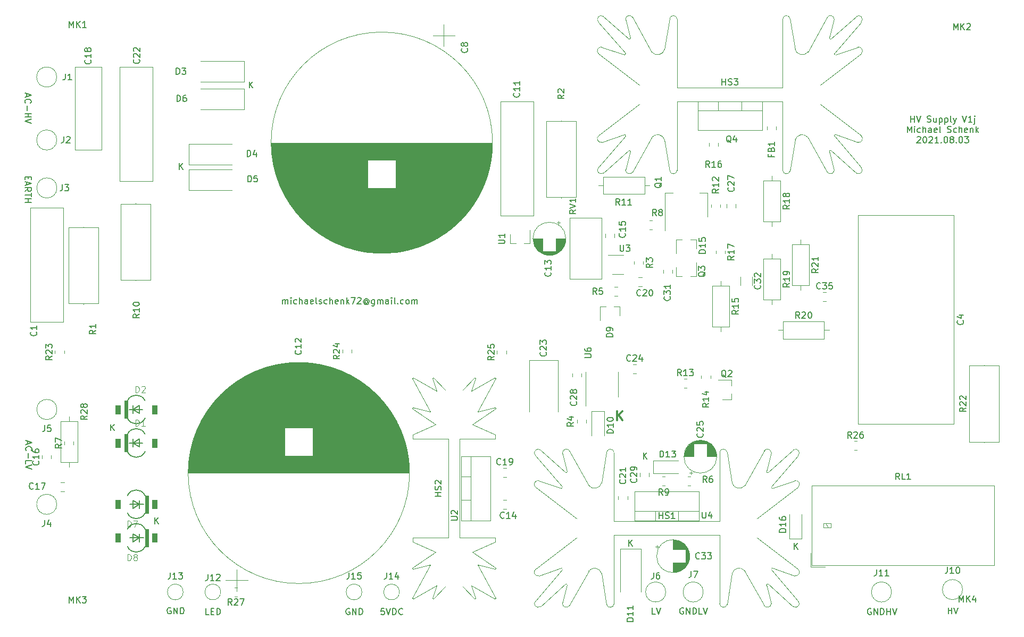
<source format=gbr>
G04 #@! TF.GenerationSoftware,KiCad,Pcbnew,(5.1.10-0-10_14)*
G04 #@! TF.CreationDate,2021-08-03T18:31:46+02:00*
G04 #@! TF.ProjectId,hv-power-supply-v1,68762d70-6f77-4657-922d-737570706c79,rev?*
G04 #@! TF.SameCoordinates,Original*
G04 #@! TF.FileFunction,Legend,Top*
G04 #@! TF.FilePolarity,Positive*
%FSLAX46Y46*%
G04 Gerber Fmt 4.6, Leading zero omitted, Abs format (unit mm)*
G04 Created by KiCad (PCBNEW (5.1.10-0-10_14)) date 2021-08-03 18:31:46*
%MOMM*%
%LPD*%
G01*
G04 APERTURE LIST*
%ADD10C,0.300000*%
%ADD11C,0.150000*%
%ADD12C,0.120000*%
%ADD13C,0.152400*%
%ADD14C,0.010000*%
%ADD15C,0.015000*%
G04 APERTURE END LIST*
D10*
X150165642Y-112375071D02*
X150165642Y-110875071D01*
X151022785Y-112375071D02*
X150379928Y-111517928D01*
X151022785Y-110875071D02*
X150165642Y-111732214D01*
D11*
X178363595Y-132913380D02*
X178363595Y-131913380D01*
X178935023Y-132913380D02*
X178506452Y-132341952D01*
X178935023Y-131913380D02*
X178363595Y-132484809D01*
X91622595Y-59380380D02*
X91622595Y-58380380D01*
X92194023Y-59380380D02*
X91765452Y-58808952D01*
X92194023Y-58380380D02*
X91622595Y-58951809D01*
X80471995Y-72410580D02*
X80471995Y-71410580D01*
X81043423Y-72410580D02*
X80614852Y-71839152D01*
X81043423Y-71410580D02*
X80471995Y-71982009D01*
X154360595Y-118498880D02*
X154360595Y-117498880D01*
X154932023Y-118498880D02*
X154503452Y-117927452D01*
X154932023Y-117498880D02*
X154360595Y-118070309D01*
X152011095Y-132405380D02*
X152011095Y-131405380D01*
X152582523Y-132405380D02*
X152153952Y-131833952D01*
X152582523Y-131405380D02*
X152011095Y-131976809D01*
X76573095Y-128849380D02*
X76573095Y-127849380D01*
X77144523Y-128849380D02*
X76715952Y-128277952D01*
X77144523Y-127849380D02*
X76573095Y-128420809D01*
X69588095Y-113990380D02*
X69588095Y-112990380D01*
X70159523Y-113990380D02*
X69730952Y-113418952D01*
X70159523Y-112990380D02*
X69588095Y-113561809D01*
X202866714Y-143200380D02*
X202866714Y-142200380D01*
X202866714Y-142676571D02*
X203438142Y-142676571D01*
X203438142Y-143200380D02*
X203438142Y-142200380D01*
X203771476Y-142200380D02*
X204104809Y-143200380D01*
X204438142Y-142200380D01*
X190563714Y-142375000D02*
X190468476Y-142327380D01*
X190325619Y-142327380D01*
X190182761Y-142375000D01*
X190087523Y-142470238D01*
X190039904Y-142565476D01*
X189992285Y-142755952D01*
X189992285Y-142898809D01*
X190039904Y-143089285D01*
X190087523Y-143184523D01*
X190182761Y-143279761D01*
X190325619Y-143327380D01*
X190420857Y-143327380D01*
X190563714Y-143279761D01*
X190611333Y-143232142D01*
X190611333Y-142898809D01*
X190420857Y-142898809D01*
X191039904Y-143327380D02*
X191039904Y-142327380D01*
X191611333Y-143327380D01*
X191611333Y-142327380D01*
X192087523Y-143327380D02*
X192087523Y-142327380D01*
X192325619Y-142327380D01*
X192468476Y-142375000D01*
X192563714Y-142470238D01*
X192611333Y-142565476D01*
X192658952Y-142755952D01*
X192658952Y-142898809D01*
X192611333Y-143089285D01*
X192563714Y-143184523D01*
X192468476Y-143279761D01*
X192325619Y-143327380D01*
X192087523Y-143327380D01*
X193087523Y-143327380D02*
X193087523Y-142327380D01*
X193087523Y-142803571D02*
X193658952Y-142803571D01*
X193658952Y-143327380D02*
X193658952Y-142327380D01*
X193992285Y-142327380D02*
X194325619Y-143327380D01*
X194658952Y-142327380D01*
X160710761Y-142311500D02*
X160615523Y-142263880D01*
X160472666Y-142263880D01*
X160329809Y-142311500D01*
X160234571Y-142406738D01*
X160186952Y-142501976D01*
X160139333Y-142692452D01*
X160139333Y-142835309D01*
X160186952Y-143025785D01*
X160234571Y-143121023D01*
X160329809Y-143216261D01*
X160472666Y-143263880D01*
X160567904Y-143263880D01*
X160710761Y-143216261D01*
X160758380Y-143168642D01*
X160758380Y-142835309D01*
X160567904Y-142835309D01*
X161186952Y-143263880D02*
X161186952Y-142263880D01*
X161758380Y-143263880D01*
X161758380Y-142263880D01*
X162234571Y-143263880D02*
X162234571Y-142263880D01*
X162472666Y-142263880D01*
X162615523Y-142311500D01*
X162710761Y-142406738D01*
X162758380Y-142501976D01*
X162806000Y-142692452D01*
X162806000Y-142835309D01*
X162758380Y-143025785D01*
X162710761Y-143121023D01*
X162615523Y-143216261D01*
X162472666Y-143263880D01*
X162234571Y-143263880D01*
X163710761Y-143263880D02*
X163234571Y-143263880D01*
X163234571Y-142263880D01*
X163901238Y-142263880D02*
X164234571Y-143263880D01*
X164567904Y-142263880D01*
X156217952Y-143263880D02*
X155741761Y-143263880D01*
X155741761Y-142263880D01*
X156408428Y-142263880D02*
X156741761Y-143263880D01*
X157075095Y-142263880D01*
X79121095Y-142248000D02*
X79025857Y-142200380D01*
X78883000Y-142200380D01*
X78740142Y-142248000D01*
X78644904Y-142343238D01*
X78597285Y-142438476D01*
X78549666Y-142628952D01*
X78549666Y-142771809D01*
X78597285Y-142962285D01*
X78644904Y-143057523D01*
X78740142Y-143152761D01*
X78883000Y-143200380D01*
X78978238Y-143200380D01*
X79121095Y-143152761D01*
X79168714Y-143105142D01*
X79168714Y-142771809D01*
X78978238Y-142771809D01*
X79597285Y-143200380D02*
X79597285Y-142200380D01*
X80168714Y-143200380D01*
X80168714Y-142200380D01*
X80644904Y-143200380D02*
X80644904Y-142200380D01*
X80883000Y-142200380D01*
X81025857Y-142248000D01*
X81121095Y-142343238D01*
X81168714Y-142438476D01*
X81216333Y-142628952D01*
X81216333Y-142771809D01*
X81168714Y-142962285D01*
X81121095Y-143057523D01*
X81025857Y-143152761D01*
X80883000Y-143200380D01*
X80644904Y-143200380D01*
X85209142Y-143327380D02*
X84732952Y-143327380D01*
X84732952Y-142327380D01*
X85542476Y-142803571D02*
X85875809Y-142803571D01*
X86018666Y-143327380D02*
X85542476Y-143327380D01*
X85542476Y-142327380D01*
X86018666Y-142327380D01*
X86447238Y-143327380D02*
X86447238Y-142327380D01*
X86685333Y-142327380D01*
X86828190Y-142375000D01*
X86923428Y-142470238D01*
X86971047Y-142565476D01*
X87018666Y-142755952D01*
X87018666Y-142898809D01*
X86971047Y-143089285D01*
X86923428Y-143184523D01*
X86828190Y-143279761D01*
X86685333Y-143327380D01*
X86447238Y-143327380D01*
X107569095Y-142375000D02*
X107473857Y-142327380D01*
X107331000Y-142327380D01*
X107188142Y-142375000D01*
X107092904Y-142470238D01*
X107045285Y-142565476D01*
X106997666Y-142755952D01*
X106997666Y-142898809D01*
X107045285Y-143089285D01*
X107092904Y-143184523D01*
X107188142Y-143279761D01*
X107331000Y-143327380D01*
X107426238Y-143327380D01*
X107569095Y-143279761D01*
X107616714Y-143232142D01*
X107616714Y-142898809D01*
X107426238Y-142898809D01*
X108045285Y-143327380D02*
X108045285Y-142327380D01*
X108616714Y-143327380D01*
X108616714Y-142327380D01*
X109092904Y-143327380D02*
X109092904Y-142327380D01*
X109331000Y-142327380D01*
X109473857Y-142375000D01*
X109569095Y-142470238D01*
X109616714Y-142565476D01*
X109664333Y-142755952D01*
X109664333Y-142898809D01*
X109616714Y-143089285D01*
X109569095Y-143184523D01*
X109473857Y-143279761D01*
X109331000Y-143327380D01*
X109092904Y-143327380D01*
X113109523Y-142327380D02*
X112633333Y-142327380D01*
X112585714Y-142803571D01*
X112633333Y-142755952D01*
X112728571Y-142708333D01*
X112966666Y-142708333D01*
X113061904Y-142755952D01*
X113109523Y-142803571D01*
X113157142Y-142898809D01*
X113157142Y-143136904D01*
X113109523Y-143232142D01*
X113061904Y-143279761D01*
X112966666Y-143327380D01*
X112728571Y-143327380D01*
X112633333Y-143279761D01*
X112585714Y-143232142D01*
X113442857Y-142327380D02*
X113776190Y-143327380D01*
X114109523Y-142327380D01*
X114442857Y-143327380D02*
X114442857Y-142327380D01*
X114680952Y-142327380D01*
X114823809Y-142375000D01*
X114919047Y-142470238D01*
X114966666Y-142565476D01*
X115014285Y-142755952D01*
X115014285Y-142898809D01*
X114966666Y-143089285D01*
X114919047Y-143184523D01*
X114823809Y-143279761D01*
X114680952Y-143327380D01*
X114442857Y-143327380D01*
X116014285Y-143232142D02*
X115966666Y-143279761D01*
X115823809Y-143327380D01*
X115728571Y-143327380D01*
X115585714Y-143279761D01*
X115490476Y-143184523D01*
X115442857Y-143089285D01*
X115395238Y-142898809D01*
X115395238Y-142755952D01*
X115442857Y-142565476D01*
X115490476Y-142470238D01*
X115585714Y-142375000D01*
X115728571Y-142327380D01*
X115823809Y-142327380D01*
X115966666Y-142375000D01*
X116014285Y-142422619D01*
X56310333Y-115688523D02*
X56310333Y-116164714D01*
X56024619Y-115593285D02*
X57024619Y-115926619D01*
X56024619Y-116259952D01*
X56119857Y-117164714D02*
X56072238Y-117117095D01*
X56024619Y-116974238D01*
X56024619Y-116879000D01*
X56072238Y-116736142D01*
X56167476Y-116640904D01*
X56262714Y-116593285D01*
X56453190Y-116545666D01*
X56596047Y-116545666D01*
X56786523Y-116593285D01*
X56881761Y-116640904D01*
X56977000Y-116736142D01*
X57024619Y-116879000D01*
X57024619Y-116974238D01*
X56977000Y-117117095D01*
X56929380Y-117164714D01*
X56405571Y-117593285D02*
X56405571Y-118355190D01*
X56024619Y-119307571D02*
X56024619Y-118831380D01*
X57024619Y-118831380D01*
X57024619Y-119498047D02*
X56024619Y-119831380D01*
X57024619Y-120164714D01*
X56421428Y-73540380D02*
X56421428Y-73873714D01*
X55897619Y-74016571D02*
X55897619Y-73540380D01*
X56897619Y-73540380D01*
X56897619Y-74016571D01*
X56183333Y-74397523D02*
X56183333Y-74873714D01*
X55897619Y-74302285D02*
X56897619Y-74635619D01*
X55897619Y-74968952D01*
X55897619Y-75873714D02*
X56373809Y-75540380D01*
X55897619Y-75302285D02*
X56897619Y-75302285D01*
X56897619Y-75683238D01*
X56850000Y-75778476D01*
X56802380Y-75826095D01*
X56707142Y-75873714D01*
X56564285Y-75873714D01*
X56469047Y-75826095D01*
X56421428Y-75778476D01*
X56373809Y-75683238D01*
X56373809Y-75302285D01*
X56897619Y-76159428D02*
X56897619Y-76730857D01*
X55897619Y-76445142D02*
X56897619Y-76445142D01*
X55897619Y-77064190D02*
X56897619Y-77064190D01*
X56421428Y-77064190D02*
X56421428Y-77635619D01*
X55897619Y-77635619D02*
X56897619Y-77635619D01*
X56183333Y-60324476D02*
X56183333Y-60800666D01*
X55897619Y-60229238D02*
X56897619Y-60562571D01*
X55897619Y-60895904D01*
X55992857Y-61800666D02*
X55945238Y-61753047D01*
X55897619Y-61610190D01*
X55897619Y-61514952D01*
X55945238Y-61372095D01*
X56040476Y-61276857D01*
X56135714Y-61229238D01*
X56326190Y-61181619D01*
X56469047Y-61181619D01*
X56659523Y-61229238D01*
X56754761Y-61276857D01*
X56850000Y-61372095D01*
X56897619Y-61514952D01*
X56897619Y-61610190D01*
X56850000Y-61753047D01*
X56802380Y-61800666D01*
X56278571Y-62229238D02*
X56278571Y-62991142D01*
X55897619Y-63467333D02*
X56897619Y-63467333D01*
X56421428Y-63467333D02*
X56421428Y-64038761D01*
X55897619Y-64038761D02*
X56897619Y-64038761D01*
X56897619Y-64372095D02*
X55897619Y-64705428D01*
X56897619Y-65038761D01*
X96918214Y-93797380D02*
X96918214Y-93130714D01*
X96918214Y-93225952D02*
X96965833Y-93178333D01*
X97061071Y-93130714D01*
X97203928Y-93130714D01*
X97299166Y-93178333D01*
X97346785Y-93273571D01*
X97346785Y-93797380D01*
X97346785Y-93273571D02*
X97394404Y-93178333D01*
X97489642Y-93130714D01*
X97632500Y-93130714D01*
X97727738Y-93178333D01*
X97775357Y-93273571D01*
X97775357Y-93797380D01*
X98251547Y-93797380D02*
X98251547Y-93130714D01*
X98251547Y-92797380D02*
X98203928Y-92845000D01*
X98251547Y-92892619D01*
X98299166Y-92845000D01*
X98251547Y-92797380D01*
X98251547Y-92892619D01*
X99156309Y-93749761D02*
X99061071Y-93797380D01*
X98870595Y-93797380D01*
X98775357Y-93749761D01*
X98727738Y-93702142D01*
X98680119Y-93606904D01*
X98680119Y-93321190D01*
X98727738Y-93225952D01*
X98775357Y-93178333D01*
X98870595Y-93130714D01*
X99061071Y-93130714D01*
X99156309Y-93178333D01*
X99584880Y-93797380D02*
X99584880Y-92797380D01*
X100013452Y-93797380D02*
X100013452Y-93273571D01*
X99965833Y-93178333D01*
X99870595Y-93130714D01*
X99727738Y-93130714D01*
X99632500Y-93178333D01*
X99584880Y-93225952D01*
X100918214Y-93797380D02*
X100918214Y-93273571D01*
X100870595Y-93178333D01*
X100775357Y-93130714D01*
X100584880Y-93130714D01*
X100489642Y-93178333D01*
X100918214Y-93749761D02*
X100822976Y-93797380D01*
X100584880Y-93797380D01*
X100489642Y-93749761D01*
X100442023Y-93654523D01*
X100442023Y-93559285D01*
X100489642Y-93464047D01*
X100584880Y-93416428D01*
X100822976Y-93416428D01*
X100918214Y-93368809D01*
X101775357Y-93749761D02*
X101680119Y-93797380D01*
X101489642Y-93797380D01*
X101394404Y-93749761D01*
X101346785Y-93654523D01*
X101346785Y-93273571D01*
X101394404Y-93178333D01*
X101489642Y-93130714D01*
X101680119Y-93130714D01*
X101775357Y-93178333D01*
X101822976Y-93273571D01*
X101822976Y-93368809D01*
X101346785Y-93464047D01*
X102394404Y-93797380D02*
X102299166Y-93749761D01*
X102251547Y-93654523D01*
X102251547Y-92797380D01*
X102727738Y-93749761D02*
X102822976Y-93797380D01*
X103013452Y-93797380D01*
X103108690Y-93749761D01*
X103156309Y-93654523D01*
X103156309Y-93606904D01*
X103108690Y-93511666D01*
X103013452Y-93464047D01*
X102870595Y-93464047D01*
X102775357Y-93416428D01*
X102727738Y-93321190D01*
X102727738Y-93273571D01*
X102775357Y-93178333D01*
X102870595Y-93130714D01*
X103013452Y-93130714D01*
X103108690Y-93178333D01*
X104013452Y-93749761D02*
X103918214Y-93797380D01*
X103727738Y-93797380D01*
X103632500Y-93749761D01*
X103584880Y-93702142D01*
X103537261Y-93606904D01*
X103537261Y-93321190D01*
X103584880Y-93225952D01*
X103632500Y-93178333D01*
X103727738Y-93130714D01*
X103918214Y-93130714D01*
X104013452Y-93178333D01*
X104442023Y-93797380D02*
X104442023Y-92797380D01*
X104870595Y-93797380D02*
X104870595Y-93273571D01*
X104822976Y-93178333D01*
X104727738Y-93130714D01*
X104584880Y-93130714D01*
X104489642Y-93178333D01*
X104442023Y-93225952D01*
X105727738Y-93749761D02*
X105632500Y-93797380D01*
X105442023Y-93797380D01*
X105346785Y-93749761D01*
X105299166Y-93654523D01*
X105299166Y-93273571D01*
X105346785Y-93178333D01*
X105442023Y-93130714D01*
X105632500Y-93130714D01*
X105727738Y-93178333D01*
X105775357Y-93273571D01*
X105775357Y-93368809D01*
X105299166Y-93464047D01*
X106203928Y-93130714D02*
X106203928Y-93797380D01*
X106203928Y-93225952D02*
X106251547Y-93178333D01*
X106346785Y-93130714D01*
X106489642Y-93130714D01*
X106584880Y-93178333D01*
X106632500Y-93273571D01*
X106632500Y-93797380D01*
X107108690Y-93797380D02*
X107108690Y-92797380D01*
X107203928Y-93416428D02*
X107489642Y-93797380D01*
X107489642Y-93130714D02*
X107108690Y-93511666D01*
X107822976Y-92797380D02*
X108489642Y-92797380D01*
X108061071Y-93797380D01*
X108822976Y-92892619D02*
X108870595Y-92845000D01*
X108965833Y-92797380D01*
X109203928Y-92797380D01*
X109299166Y-92845000D01*
X109346785Y-92892619D01*
X109394404Y-92987857D01*
X109394404Y-93083095D01*
X109346785Y-93225952D01*
X108775357Y-93797380D01*
X109394404Y-93797380D01*
X110442023Y-93321190D02*
X110394404Y-93273571D01*
X110299166Y-93225952D01*
X110203928Y-93225952D01*
X110108690Y-93273571D01*
X110061071Y-93321190D01*
X110013452Y-93416428D01*
X110013452Y-93511666D01*
X110061071Y-93606904D01*
X110108690Y-93654523D01*
X110203928Y-93702142D01*
X110299166Y-93702142D01*
X110394404Y-93654523D01*
X110442023Y-93606904D01*
X110442023Y-93225952D02*
X110442023Y-93606904D01*
X110489642Y-93654523D01*
X110537261Y-93654523D01*
X110632500Y-93606904D01*
X110680119Y-93511666D01*
X110680119Y-93273571D01*
X110584880Y-93130714D01*
X110442023Y-93035476D01*
X110251547Y-92987857D01*
X110061071Y-93035476D01*
X109918214Y-93130714D01*
X109822976Y-93273571D01*
X109775357Y-93464047D01*
X109822976Y-93654523D01*
X109918214Y-93797380D01*
X110061071Y-93892619D01*
X110251547Y-93940238D01*
X110442023Y-93892619D01*
X110584880Y-93797380D01*
X111537261Y-93130714D02*
X111537261Y-93940238D01*
X111489642Y-94035476D01*
X111442023Y-94083095D01*
X111346785Y-94130714D01*
X111203928Y-94130714D01*
X111108690Y-94083095D01*
X111537261Y-93749761D02*
X111442023Y-93797380D01*
X111251547Y-93797380D01*
X111156309Y-93749761D01*
X111108690Y-93702142D01*
X111061071Y-93606904D01*
X111061071Y-93321190D01*
X111108690Y-93225952D01*
X111156309Y-93178333D01*
X111251547Y-93130714D01*
X111442023Y-93130714D01*
X111537261Y-93178333D01*
X112013452Y-93797380D02*
X112013452Y-93130714D01*
X112013452Y-93225952D02*
X112061071Y-93178333D01*
X112156309Y-93130714D01*
X112299166Y-93130714D01*
X112394404Y-93178333D01*
X112442023Y-93273571D01*
X112442023Y-93797380D01*
X112442023Y-93273571D02*
X112489642Y-93178333D01*
X112584880Y-93130714D01*
X112727738Y-93130714D01*
X112822976Y-93178333D01*
X112870595Y-93273571D01*
X112870595Y-93797380D01*
X113775357Y-93797380D02*
X113775357Y-93273571D01*
X113727738Y-93178333D01*
X113632500Y-93130714D01*
X113442023Y-93130714D01*
X113346785Y-93178333D01*
X113775357Y-93749761D02*
X113680119Y-93797380D01*
X113442023Y-93797380D01*
X113346785Y-93749761D01*
X113299166Y-93654523D01*
X113299166Y-93559285D01*
X113346785Y-93464047D01*
X113442023Y-93416428D01*
X113680119Y-93416428D01*
X113775357Y-93368809D01*
X114251547Y-93797380D02*
X114251547Y-93130714D01*
X114251547Y-92797380D02*
X114203928Y-92845000D01*
X114251547Y-92892619D01*
X114299166Y-92845000D01*
X114251547Y-92797380D01*
X114251547Y-92892619D01*
X114870595Y-93797380D02*
X114775357Y-93749761D01*
X114727738Y-93654523D01*
X114727738Y-92797380D01*
X115251547Y-93702142D02*
X115299166Y-93749761D01*
X115251547Y-93797380D01*
X115203928Y-93749761D01*
X115251547Y-93702142D01*
X115251547Y-93797380D01*
X116156309Y-93749761D02*
X116061071Y-93797380D01*
X115870595Y-93797380D01*
X115775357Y-93749761D01*
X115727738Y-93702142D01*
X115680119Y-93606904D01*
X115680119Y-93321190D01*
X115727738Y-93225952D01*
X115775357Y-93178333D01*
X115870595Y-93130714D01*
X116061071Y-93130714D01*
X116156309Y-93178333D01*
X116727738Y-93797380D02*
X116632500Y-93749761D01*
X116584880Y-93702142D01*
X116537261Y-93606904D01*
X116537261Y-93321190D01*
X116584880Y-93225952D01*
X116632500Y-93178333D01*
X116727738Y-93130714D01*
X116870595Y-93130714D01*
X116965833Y-93178333D01*
X117013452Y-93225952D01*
X117061071Y-93321190D01*
X117061071Y-93606904D01*
X117013452Y-93702142D01*
X116965833Y-93749761D01*
X116870595Y-93797380D01*
X116727738Y-93797380D01*
X117489642Y-93797380D02*
X117489642Y-93130714D01*
X117489642Y-93225952D02*
X117537261Y-93178333D01*
X117632500Y-93130714D01*
X117775357Y-93130714D01*
X117870595Y-93178333D01*
X117918214Y-93273571D01*
X117918214Y-93797380D01*
X117918214Y-93273571D02*
X117965833Y-93178333D01*
X118061071Y-93130714D01*
X118203928Y-93130714D01*
X118299166Y-93178333D01*
X118346785Y-93273571D01*
X118346785Y-93797380D01*
X196898261Y-64842380D02*
X196898261Y-63842380D01*
X196898261Y-64318571D02*
X197469690Y-64318571D01*
X197469690Y-64842380D02*
X197469690Y-63842380D01*
X197803023Y-63842380D02*
X198136357Y-64842380D01*
X198469690Y-63842380D01*
X199517309Y-64794761D02*
X199660166Y-64842380D01*
X199898261Y-64842380D01*
X199993500Y-64794761D01*
X200041119Y-64747142D01*
X200088738Y-64651904D01*
X200088738Y-64556666D01*
X200041119Y-64461428D01*
X199993500Y-64413809D01*
X199898261Y-64366190D01*
X199707785Y-64318571D01*
X199612547Y-64270952D01*
X199564928Y-64223333D01*
X199517309Y-64128095D01*
X199517309Y-64032857D01*
X199564928Y-63937619D01*
X199612547Y-63890000D01*
X199707785Y-63842380D01*
X199945880Y-63842380D01*
X200088738Y-63890000D01*
X200945880Y-64175714D02*
X200945880Y-64842380D01*
X200517309Y-64175714D02*
X200517309Y-64699523D01*
X200564928Y-64794761D01*
X200660166Y-64842380D01*
X200803023Y-64842380D01*
X200898261Y-64794761D01*
X200945880Y-64747142D01*
X201422071Y-64175714D02*
X201422071Y-65175714D01*
X201422071Y-64223333D02*
X201517309Y-64175714D01*
X201707785Y-64175714D01*
X201803023Y-64223333D01*
X201850642Y-64270952D01*
X201898261Y-64366190D01*
X201898261Y-64651904D01*
X201850642Y-64747142D01*
X201803023Y-64794761D01*
X201707785Y-64842380D01*
X201517309Y-64842380D01*
X201422071Y-64794761D01*
X202326833Y-64175714D02*
X202326833Y-65175714D01*
X202326833Y-64223333D02*
X202422071Y-64175714D01*
X202612547Y-64175714D01*
X202707785Y-64223333D01*
X202755404Y-64270952D01*
X202803023Y-64366190D01*
X202803023Y-64651904D01*
X202755404Y-64747142D01*
X202707785Y-64794761D01*
X202612547Y-64842380D01*
X202422071Y-64842380D01*
X202326833Y-64794761D01*
X203374452Y-64842380D02*
X203279214Y-64794761D01*
X203231595Y-64699523D01*
X203231595Y-63842380D01*
X203660166Y-64175714D02*
X203898261Y-64842380D01*
X204136357Y-64175714D02*
X203898261Y-64842380D01*
X203803023Y-65080476D01*
X203755404Y-65128095D01*
X203660166Y-65175714D01*
X205136357Y-63842380D02*
X205469690Y-64842380D01*
X205803023Y-63842380D01*
X206660166Y-64842380D02*
X206088738Y-64842380D01*
X206374452Y-64842380D02*
X206374452Y-63842380D01*
X206279214Y-63985238D01*
X206183976Y-64080476D01*
X206088738Y-64128095D01*
X207088738Y-64175714D02*
X207088738Y-65032857D01*
X207041119Y-65128095D01*
X206945880Y-65175714D01*
X206898261Y-65175714D01*
X207088738Y-63842380D02*
X207041119Y-63890000D01*
X207088738Y-63937619D01*
X207136357Y-63890000D01*
X207088738Y-63842380D01*
X207088738Y-63937619D01*
X196374452Y-66492380D02*
X196374452Y-65492380D01*
X196707785Y-66206666D01*
X197041119Y-65492380D01*
X197041119Y-66492380D01*
X197517309Y-66492380D02*
X197517309Y-65825714D01*
X197517309Y-65492380D02*
X197469690Y-65540000D01*
X197517309Y-65587619D01*
X197564928Y-65540000D01*
X197517309Y-65492380D01*
X197517309Y-65587619D01*
X198422071Y-66444761D02*
X198326833Y-66492380D01*
X198136357Y-66492380D01*
X198041119Y-66444761D01*
X197993500Y-66397142D01*
X197945880Y-66301904D01*
X197945880Y-66016190D01*
X197993500Y-65920952D01*
X198041119Y-65873333D01*
X198136357Y-65825714D01*
X198326833Y-65825714D01*
X198422071Y-65873333D01*
X198850642Y-66492380D02*
X198850642Y-65492380D01*
X199279214Y-66492380D02*
X199279214Y-65968571D01*
X199231595Y-65873333D01*
X199136357Y-65825714D01*
X198993500Y-65825714D01*
X198898261Y-65873333D01*
X198850642Y-65920952D01*
X200183976Y-66492380D02*
X200183976Y-65968571D01*
X200136357Y-65873333D01*
X200041119Y-65825714D01*
X199850642Y-65825714D01*
X199755404Y-65873333D01*
X200183976Y-66444761D02*
X200088738Y-66492380D01*
X199850642Y-66492380D01*
X199755404Y-66444761D01*
X199707785Y-66349523D01*
X199707785Y-66254285D01*
X199755404Y-66159047D01*
X199850642Y-66111428D01*
X200088738Y-66111428D01*
X200183976Y-66063809D01*
X201041119Y-66444761D02*
X200945880Y-66492380D01*
X200755404Y-66492380D01*
X200660166Y-66444761D01*
X200612547Y-66349523D01*
X200612547Y-65968571D01*
X200660166Y-65873333D01*
X200755404Y-65825714D01*
X200945880Y-65825714D01*
X201041119Y-65873333D01*
X201088738Y-65968571D01*
X201088738Y-66063809D01*
X200612547Y-66159047D01*
X201660166Y-66492380D02*
X201564928Y-66444761D01*
X201517309Y-66349523D01*
X201517309Y-65492380D01*
X202755404Y-66444761D02*
X202898261Y-66492380D01*
X203136357Y-66492380D01*
X203231595Y-66444761D01*
X203279214Y-66397142D01*
X203326833Y-66301904D01*
X203326833Y-66206666D01*
X203279214Y-66111428D01*
X203231595Y-66063809D01*
X203136357Y-66016190D01*
X202945880Y-65968571D01*
X202850642Y-65920952D01*
X202803023Y-65873333D01*
X202755404Y-65778095D01*
X202755404Y-65682857D01*
X202803023Y-65587619D01*
X202850642Y-65540000D01*
X202945880Y-65492380D01*
X203183976Y-65492380D01*
X203326833Y-65540000D01*
X204183976Y-66444761D02*
X204088738Y-66492380D01*
X203898261Y-66492380D01*
X203803023Y-66444761D01*
X203755404Y-66397142D01*
X203707785Y-66301904D01*
X203707785Y-66016190D01*
X203755404Y-65920952D01*
X203803023Y-65873333D01*
X203898261Y-65825714D01*
X204088738Y-65825714D01*
X204183976Y-65873333D01*
X204612547Y-66492380D02*
X204612547Y-65492380D01*
X205041119Y-66492380D02*
X205041119Y-65968571D01*
X204993500Y-65873333D01*
X204898261Y-65825714D01*
X204755404Y-65825714D01*
X204660166Y-65873333D01*
X204612547Y-65920952D01*
X205898261Y-66444761D02*
X205803023Y-66492380D01*
X205612547Y-66492380D01*
X205517309Y-66444761D01*
X205469690Y-66349523D01*
X205469690Y-65968571D01*
X205517309Y-65873333D01*
X205612547Y-65825714D01*
X205803023Y-65825714D01*
X205898261Y-65873333D01*
X205945880Y-65968571D01*
X205945880Y-66063809D01*
X205469690Y-66159047D01*
X206374452Y-65825714D02*
X206374452Y-66492380D01*
X206374452Y-65920952D02*
X206422071Y-65873333D01*
X206517309Y-65825714D01*
X206660166Y-65825714D01*
X206755404Y-65873333D01*
X206803023Y-65968571D01*
X206803023Y-66492380D01*
X207279214Y-66492380D02*
X207279214Y-65492380D01*
X207374452Y-66111428D02*
X207660166Y-66492380D01*
X207660166Y-65825714D02*
X207279214Y-66206666D01*
X197898261Y-67237619D02*
X197945880Y-67190000D01*
X198041119Y-67142380D01*
X198279214Y-67142380D01*
X198374452Y-67190000D01*
X198422071Y-67237619D01*
X198469690Y-67332857D01*
X198469690Y-67428095D01*
X198422071Y-67570952D01*
X197850642Y-68142380D01*
X198469690Y-68142380D01*
X199088738Y-67142380D02*
X199183976Y-67142380D01*
X199279214Y-67190000D01*
X199326833Y-67237619D01*
X199374452Y-67332857D01*
X199422071Y-67523333D01*
X199422071Y-67761428D01*
X199374452Y-67951904D01*
X199326833Y-68047142D01*
X199279214Y-68094761D01*
X199183976Y-68142380D01*
X199088738Y-68142380D01*
X198993500Y-68094761D01*
X198945880Y-68047142D01*
X198898261Y-67951904D01*
X198850642Y-67761428D01*
X198850642Y-67523333D01*
X198898261Y-67332857D01*
X198945880Y-67237619D01*
X198993500Y-67190000D01*
X199088738Y-67142380D01*
X199803023Y-67237619D02*
X199850642Y-67190000D01*
X199945880Y-67142380D01*
X200183976Y-67142380D01*
X200279214Y-67190000D01*
X200326833Y-67237619D01*
X200374452Y-67332857D01*
X200374452Y-67428095D01*
X200326833Y-67570952D01*
X199755404Y-68142380D01*
X200374452Y-68142380D01*
X201326833Y-68142380D02*
X200755404Y-68142380D01*
X201041119Y-68142380D02*
X201041119Y-67142380D01*
X200945880Y-67285238D01*
X200850642Y-67380476D01*
X200755404Y-67428095D01*
X201755404Y-68047142D02*
X201803023Y-68094761D01*
X201755404Y-68142380D01*
X201707785Y-68094761D01*
X201755404Y-68047142D01*
X201755404Y-68142380D01*
X202422071Y-67142380D02*
X202517309Y-67142380D01*
X202612547Y-67190000D01*
X202660166Y-67237619D01*
X202707785Y-67332857D01*
X202755404Y-67523333D01*
X202755404Y-67761428D01*
X202707785Y-67951904D01*
X202660166Y-68047142D01*
X202612547Y-68094761D01*
X202517309Y-68142380D01*
X202422071Y-68142380D01*
X202326833Y-68094761D01*
X202279214Y-68047142D01*
X202231595Y-67951904D01*
X202183976Y-67761428D01*
X202183976Y-67523333D01*
X202231595Y-67332857D01*
X202279214Y-67237619D01*
X202326833Y-67190000D01*
X202422071Y-67142380D01*
X203326833Y-67570952D02*
X203231595Y-67523333D01*
X203183976Y-67475714D01*
X203136357Y-67380476D01*
X203136357Y-67332857D01*
X203183976Y-67237619D01*
X203231595Y-67190000D01*
X203326833Y-67142380D01*
X203517309Y-67142380D01*
X203612547Y-67190000D01*
X203660166Y-67237619D01*
X203707785Y-67332857D01*
X203707785Y-67380476D01*
X203660166Y-67475714D01*
X203612547Y-67523333D01*
X203517309Y-67570952D01*
X203326833Y-67570952D01*
X203231595Y-67618571D01*
X203183976Y-67666190D01*
X203136357Y-67761428D01*
X203136357Y-67951904D01*
X203183976Y-68047142D01*
X203231595Y-68094761D01*
X203326833Y-68142380D01*
X203517309Y-68142380D01*
X203612547Y-68094761D01*
X203660166Y-68047142D01*
X203707785Y-67951904D01*
X203707785Y-67761428D01*
X203660166Y-67666190D01*
X203612547Y-67618571D01*
X203517309Y-67570952D01*
X204136357Y-68047142D02*
X204183976Y-68094761D01*
X204136357Y-68142380D01*
X204088738Y-68094761D01*
X204136357Y-68047142D01*
X204136357Y-68142380D01*
X204803023Y-67142380D02*
X204898261Y-67142380D01*
X204993500Y-67190000D01*
X205041119Y-67237619D01*
X205088738Y-67332857D01*
X205136357Y-67523333D01*
X205136357Y-67761428D01*
X205088738Y-67951904D01*
X205041119Y-68047142D01*
X204993500Y-68094761D01*
X204898261Y-68142380D01*
X204803023Y-68142380D01*
X204707785Y-68094761D01*
X204660166Y-68047142D01*
X204612547Y-67951904D01*
X204564928Y-67761428D01*
X204564928Y-67523333D01*
X204612547Y-67332857D01*
X204660166Y-67237619D01*
X204707785Y-67190000D01*
X204803023Y-67142380D01*
X205469690Y-67142380D02*
X206088738Y-67142380D01*
X205755404Y-67523333D01*
X205898261Y-67523333D01*
X205993500Y-67570952D01*
X206041119Y-67618571D01*
X206088738Y-67713809D01*
X206088738Y-67951904D01*
X206041119Y-68047142D01*
X205993500Y-68094761D01*
X205898261Y-68142380D01*
X205612547Y-68142380D01*
X205517309Y-68094761D01*
X205469690Y-68047142D01*
D12*
X61558500Y-119030500D02*
X64298500Y-119030500D01*
X64298500Y-119030500D02*
X64298500Y-112490500D01*
X64298500Y-112490500D02*
X61558500Y-112490500D01*
X61558500Y-112490500D02*
X61558500Y-119030500D01*
X62928500Y-119800500D02*
X62928500Y-119030500D01*
X62928500Y-111720500D02*
X62928500Y-112490500D01*
X70976500Y-56038000D02*
X76216500Y-56038000D01*
X70976500Y-74278000D02*
X76216500Y-74278000D01*
X76216500Y-74278000D02*
X76216500Y-56038000D01*
X70976500Y-74278000D02*
X70976500Y-56038000D01*
X203708000Y-112920000D02*
X188468000Y-112920000D01*
X203708000Y-79680000D02*
X188468000Y-79680000D01*
X188468000Y-79680000D02*
X188468000Y-112920000D01*
X203708000Y-79680000D02*
X203708000Y-112920000D01*
X75903000Y-77877000D02*
X71163000Y-77877000D01*
X71163000Y-77877000D02*
X71163000Y-90017000D01*
X71163000Y-90017000D02*
X75903000Y-90017000D01*
X75903000Y-90017000D02*
X75903000Y-77877000D01*
X73533000Y-77767000D02*
X73533000Y-77877000D01*
X73533000Y-90127000D02*
X73533000Y-90017000D01*
X63856500Y-56038000D02*
X68096500Y-56038000D01*
X63856500Y-69278000D02*
X68096500Y-69278000D01*
X68096500Y-69278000D02*
X68096500Y-56038000D01*
X63856500Y-69278000D02*
X63856500Y-56038000D01*
X62193500Y-116225564D02*
X62193500Y-115771436D01*
X63663500Y-116225564D02*
X63663500Y-115771436D01*
X61629748Y-122264500D02*
X62152252Y-122264500D01*
X61629748Y-123734500D02*
X62152252Y-123734500D01*
X58637500Y-118476752D02*
X58637500Y-117954248D01*
X60107500Y-118476752D02*
X60107500Y-117954248D01*
X157753000Y-82166500D02*
X157753000Y-76156500D01*
X164573000Y-79916500D02*
X164573000Y-76156500D01*
X157753000Y-76156500D02*
X159013000Y-76156500D01*
X164573000Y-76156500D02*
X163313000Y-76156500D01*
X127476000Y-105570000D02*
X125586000Y-107530000D01*
X127626000Y-105660000D02*
X127476000Y-105570000D01*
X126946000Y-107710000D02*
X127626000Y-105660000D01*
X130716000Y-105560000D02*
X126946000Y-107710000D01*
X130836000Y-105680000D02*
X130716000Y-105560000D01*
X127956000Y-110980000D02*
X130836000Y-105680000D01*
X130756000Y-110320000D02*
X127956000Y-110980000D01*
X130816000Y-110500000D02*
X130756000Y-110320000D01*
X127096000Y-113000000D02*
X130816000Y-110500000D01*
X130806000Y-114620000D02*
X127096000Y-113010000D01*
X130806000Y-115290000D02*
X130806000Y-114620000D01*
X125056000Y-115290000D02*
X130806000Y-115290000D01*
X125056000Y-123190000D02*
X125056000Y-115290000D01*
X117606000Y-115290000D02*
X117606000Y-114620000D01*
X123356000Y-115290000D02*
X117606000Y-115290000D01*
X123356000Y-123190000D02*
X123356000Y-115290000D01*
X117606000Y-114620000D02*
X121316000Y-113010000D01*
X120786000Y-105660000D02*
X120936000Y-105570000D01*
X117576000Y-105680000D02*
X117696000Y-105560000D01*
X117696000Y-105560000D02*
X121466000Y-107710000D01*
X121466000Y-107710000D02*
X120786000Y-105660000D01*
X120936000Y-105570000D02*
X122826000Y-107530000D01*
X120456000Y-110980000D02*
X117576000Y-105680000D01*
X121316000Y-113000000D02*
X117596000Y-110500000D01*
X117596000Y-110500000D02*
X117656000Y-110320000D01*
X117656000Y-110320000D02*
X120456000Y-110980000D01*
X125056000Y-123190000D02*
X125056000Y-131090000D01*
X130806000Y-131760000D02*
X127096000Y-133370000D01*
X130806000Y-131090000D02*
X130806000Y-131760000D01*
X125056000Y-131090000D02*
X130806000Y-131090000D01*
X123356000Y-123190000D02*
X123356000Y-131090000D01*
X121466000Y-138670000D02*
X120786000Y-140720000D01*
X117576000Y-140700000D02*
X117696000Y-140820000D01*
X120786000Y-140720000D02*
X120936000Y-140810000D01*
X117696000Y-140820000D02*
X121466000Y-138670000D01*
X120936000Y-140810000D02*
X122826000Y-138850000D01*
X121316000Y-133380000D02*
X117596000Y-135880000D01*
X117656000Y-136060000D02*
X120456000Y-135400000D01*
X117596000Y-135880000D02*
X117656000Y-136060000D01*
X120456000Y-135400000D02*
X117576000Y-140700000D01*
X117606000Y-131090000D02*
X117606000Y-131760000D01*
X123356000Y-131090000D02*
X117606000Y-131090000D01*
X117606000Y-131760000D02*
X121316000Y-133370000D01*
X130836000Y-140700000D02*
X130716000Y-140820000D01*
X127476000Y-140810000D02*
X125586000Y-138850000D01*
X126946000Y-138670000D02*
X127626000Y-140720000D01*
X127626000Y-140720000D02*
X127476000Y-140810000D01*
X130716000Y-140820000D02*
X126946000Y-138670000D01*
X127956000Y-135400000D02*
X130836000Y-140700000D01*
X130756000Y-136060000D02*
X127956000Y-135400000D01*
X130816000Y-135880000D02*
X130756000Y-136060000D01*
X127096000Y-133380000D02*
X130816000Y-135880000D01*
X159580500Y-89390000D02*
X159580500Y-87930000D01*
X162740500Y-89390000D02*
X162740500Y-87230000D01*
X162740500Y-89390000D02*
X161810500Y-89390000D01*
X159580500Y-89390000D02*
X160510500Y-89390000D01*
X168362000Y-109045000D02*
X166902000Y-109045000D01*
X168362000Y-105885000D02*
X166202000Y-105885000D01*
X168362000Y-105885000D02*
X168362000Y-106815000D01*
X168362000Y-109045000D02*
X168362000Y-108115000D01*
X149426400Y-89060500D02*
X151186400Y-89060500D01*
X151186400Y-85990500D02*
X148756400Y-85990500D01*
X117124500Y-120753000D02*
G75*
G03*
X117124500Y-120753000I-17620000J0D01*
G01*
X81924500Y-120753000D02*
X117084500Y-120753000D01*
X81924500Y-120713000D02*
X117084500Y-120713000D01*
X81924500Y-120673000D02*
X117084500Y-120673000D01*
X81924500Y-120633000D02*
X117084500Y-120633000D01*
X81924500Y-120593000D02*
X117084500Y-120593000D01*
X81925500Y-120553000D02*
X117083500Y-120553000D01*
X81925500Y-120513000D02*
X117083500Y-120513000D01*
X81926500Y-120473000D02*
X117082500Y-120473000D01*
X81926500Y-120433000D02*
X117082500Y-120433000D01*
X81927500Y-120393000D02*
X117081500Y-120393000D01*
X81928500Y-120353000D02*
X117080500Y-120353000D01*
X81929500Y-120313000D02*
X117079500Y-120313000D01*
X81930500Y-120273000D02*
X117078500Y-120273000D01*
X81931500Y-120233000D02*
X117077500Y-120233000D01*
X81932500Y-120193000D02*
X117076500Y-120193000D01*
X81934500Y-120153000D02*
X117074500Y-120153000D01*
X81935500Y-120113000D02*
X117073500Y-120113000D01*
X81937500Y-120073000D02*
X117071500Y-120073000D01*
X81938500Y-120032000D02*
X117070500Y-120032000D01*
X81940500Y-119992000D02*
X117068500Y-119992000D01*
X81942500Y-119952000D02*
X117066500Y-119952000D01*
X81944500Y-119912000D02*
X117064500Y-119912000D01*
X81945500Y-119872000D02*
X117063500Y-119872000D01*
X81948500Y-119832000D02*
X117060500Y-119832000D01*
X81950500Y-119792000D02*
X117058500Y-119792000D01*
X81952500Y-119752000D02*
X117056500Y-119752000D01*
X81954500Y-119712000D02*
X117054500Y-119712000D01*
X81957500Y-119672000D02*
X117051500Y-119672000D01*
X81959500Y-119632000D02*
X117049500Y-119632000D01*
X81962500Y-119592000D02*
X117046500Y-119592000D01*
X81964500Y-119552000D02*
X117044500Y-119552000D01*
X81967500Y-119512000D02*
X117041500Y-119512000D01*
X81970500Y-119472000D02*
X117038500Y-119472000D01*
X81973500Y-119432000D02*
X117035500Y-119432000D01*
X81976500Y-119392000D02*
X117032500Y-119392000D01*
X81979500Y-119352000D02*
X117029500Y-119352000D01*
X81982500Y-119312000D02*
X117026500Y-119312000D01*
X81986500Y-119272000D02*
X117022500Y-119272000D01*
X81989500Y-119232000D02*
X117019500Y-119232000D01*
X81993500Y-119192000D02*
X117015500Y-119192000D01*
X81996500Y-119152000D02*
X117012500Y-119152000D01*
X82000500Y-119112000D02*
X117008500Y-119112000D01*
X82004500Y-119072000D02*
X117004500Y-119072000D01*
X82008500Y-119032000D02*
X117000500Y-119032000D01*
X82012500Y-118992000D02*
X116996500Y-118992000D01*
X82016500Y-118952000D02*
X116992500Y-118952000D01*
X82020500Y-118912000D02*
X116988500Y-118912000D01*
X82024500Y-118872000D02*
X116984500Y-118872000D01*
X82028500Y-118832000D02*
X116980500Y-118832000D01*
X82033500Y-118792000D02*
X116975500Y-118792000D01*
X82037500Y-118752000D02*
X116971500Y-118752000D01*
X82042500Y-118712000D02*
X116966500Y-118712000D01*
X82047500Y-118672000D02*
X116961500Y-118672000D01*
X82052500Y-118632000D02*
X116956500Y-118632000D01*
X82056500Y-118592000D02*
X116952500Y-118592000D01*
X82061500Y-118552000D02*
X116947500Y-118552000D01*
X82066500Y-118512000D02*
X116942500Y-118512000D01*
X82072500Y-118472000D02*
X116936500Y-118472000D01*
X82077500Y-118432000D02*
X116931500Y-118432000D01*
X82082500Y-118392000D02*
X116926500Y-118392000D01*
X82088500Y-118352000D02*
X116920500Y-118352000D01*
X82093500Y-118312000D02*
X116915500Y-118312000D01*
X82099500Y-118272000D02*
X116909500Y-118272000D01*
X82105500Y-118232000D02*
X116903500Y-118232000D01*
X82110500Y-118192000D02*
X116898500Y-118192000D01*
X82116500Y-118152000D02*
X116892500Y-118152000D01*
X82122500Y-118112000D02*
X116886500Y-118112000D01*
X82129500Y-118072000D02*
X116879500Y-118072000D01*
X82135500Y-118032000D02*
X116873500Y-118032000D01*
X82141500Y-117992000D02*
X97264500Y-117992000D01*
X101744500Y-117992000D02*
X116867500Y-117992000D01*
X82147500Y-117952000D02*
X97264500Y-117952000D01*
X101744500Y-117952000D02*
X116861500Y-117952000D01*
X82154500Y-117912000D02*
X97264500Y-117912000D01*
X101744500Y-117912000D02*
X116854500Y-117912000D01*
X82160500Y-117872000D02*
X97264500Y-117872000D01*
X101744500Y-117872000D02*
X116848500Y-117872000D01*
X82167500Y-117832000D02*
X97264500Y-117832000D01*
X101744500Y-117832000D02*
X116841500Y-117832000D01*
X82174500Y-117792000D02*
X97264500Y-117792000D01*
X101744500Y-117792000D02*
X116834500Y-117792000D01*
X82181500Y-117752000D02*
X97264500Y-117752000D01*
X101744500Y-117752000D02*
X116827500Y-117752000D01*
X82188500Y-117712000D02*
X97264500Y-117712000D01*
X101744500Y-117712000D02*
X116820500Y-117712000D01*
X82195500Y-117672000D02*
X97264500Y-117672000D01*
X101744500Y-117672000D02*
X116813500Y-117672000D01*
X82202500Y-117632000D02*
X97264500Y-117632000D01*
X101744500Y-117632000D02*
X116806500Y-117632000D01*
X82209500Y-117592000D02*
X97264500Y-117592000D01*
X101744500Y-117592000D02*
X116799500Y-117592000D01*
X82217500Y-117552000D02*
X97264500Y-117552000D01*
X101744500Y-117552000D02*
X116791500Y-117552000D01*
X82224500Y-117512000D02*
X97264500Y-117512000D01*
X101744500Y-117512000D02*
X116784500Y-117512000D01*
X82231500Y-117472000D02*
X97264500Y-117472000D01*
X101744500Y-117472000D02*
X116777500Y-117472000D01*
X82239500Y-117432000D02*
X97264500Y-117432000D01*
X101744500Y-117432000D02*
X116769500Y-117432000D01*
X82247500Y-117392000D02*
X97264500Y-117392000D01*
X101744500Y-117392000D02*
X116761500Y-117392000D01*
X82255500Y-117352000D02*
X97264500Y-117352000D01*
X101744500Y-117352000D02*
X116753500Y-117352000D01*
X82263500Y-117312000D02*
X97264500Y-117312000D01*
X101744500Y-117312000D02*
X116745500Y-117312000D01*
X82271500Y-117272000D02*
X97264500Y-117272000D01*
X101744500Y-117272000D02*
X116737500Y-117272000D01*
X82279500Y-117232000D02*
X97264500Y-117232000D01*
X101744500Y-117232000D02*
X116729500Y-117232000D01*
X82287500Y-117192000D02*
X97264500Y-117192000D01*
X101744500Y-117192000D02*
X116721500Y-117192000D01*
X82295500Y-117152000D02*
X97264500Y-117152000D01*
X101744500Y-117152000D02*
X116713500Y-117152000D01*
X82304500Y-117112000D02*
X97264500Y-117112000D01*
X101744500Y-117112000D02*
X116704500Y-117112000D01*
X82312500Y-117072000D02*
X97264500Y-117072000D01*
X101744500Y-117072000D02*
X116696500Y-117072000D01*
X82321500Y-117032000D02*
X97264500Y-117032000D01*
X101744500Y-117032000D02*
X116687500Y-117032000D01*
X82329500Y-116992000D02*
X97264500Y-116992000D01*
X101744500Y-116992000D02*
X116679500Y-116992000D01*
X82338500Y-116952000D02*
X97264500Y-116952000D01*
X101744500Y-116952000D02*
X116670500Y-116952000D01*
X82347500Y-116912000D02*
X97264500Y-116912000D01*
X101744500Y-116912000D02*
X116661500Y-116912000D01*
X82356500Y-116872000D02*
X97264500Y-116872000D01*
X101744500Y-116872000D02*
X116652500Y-116872000D01*
X82365500Y-116832000D02*
X97264500Y-116832000D01*
X101744500Y-116832000D02*
X116643500Y-116832000D01*
X82374500Y-116792000D02*
X97264500Y-116792000D01*
X101744500Y-116792000D02*
X116634500Y-116792000D01*
X82384500Y-116752000D02*
X97264500Y-116752000D01*
X101744500Y-116752000D02*
X116624500Y-116752000D01*
X82393500Y-116712000D02*
X97264500Y-116712000D01*
X101744500Y-116712000D02*
X116615500Y-116712000D01*
X82402500Y-116672000D02*
X97264500Y-116672000D01*
X101744500Y-116672000D02*
X116606500Y-116672000D01*
X82412500Y-116632000D02*
X97264500Y-116632000D01*
X101744500Y-116632000D02*
X116596500Y-116632000D01*
X82422500Y-116592000D02*
X97264500Y-116592000D01*
X101744500Y-116592000D02*
X116586500Y-116592000D01*
X82431500Y-116552000D02*
X97264500Y-116552000D01*
X101744500Y-116552000D02*
X116577500Y-116552000D01*
X82441500Y-116512000D02*
X97264500Y-116512000D01*
X101744500Y-116512000D02*
X116567500Y-116512000D01*
X82451500Y-116472000D02*
X97264500Y-116472000D01*
X101744500Y-116472000D02*
X116557500Y-116472000D01*
X82461500Y-116432000D02*
X97264500Y-116432000D01*
X101744500Y-116432000D02*
X116547500Y-116432000D01*
X82471500Y-116392000D02*
X97264500Y-116392000D01*
X101744500Y-116392000D02*
X116537500Y-116392000D01*
X82482500Y-116352000D02*
X97264500Y-116352000D01*
X101744500Y-116352000D02*
X116526500Y-116352000D01*
X82492500Y-116312000D02*
X97264500Y-116312000D01*
X101744500Y-116312000D02*
X116516500Y-116312000D01*
X82503500Y-116272000D02*
X97264500Y-116272000D01*
X101744500Y-116272000D02*
X116505500Y-116272000D01*
X82513500Y-116232000D02*
X97264500Y-116232000D01*
X101744500Y-116232000D02*
X116495500Y-116232000D01*
X82524500Y-116192000D02*
X97264500Y-116192000D01*
X101744500Y-116192000D02*
X116484500Y-116192000D01*
X82535500Y-116152000D02*
X97264500Y-116152000D01*
X101744500Y-116152000D02*
X116473500Y-116152000D01*
X82545500Y-116112000D02*
X97264500Y-116112000D01*
X101744500Y-116112000D02*
X116463500Y-116112000D01*
X82556500Y-116072000D02*
X97264500Y-116072000D01*
X101744500Y-116072000D02*
X116452500Y-116072000D01*
X82567500Y-116032000D02*
X97264500Y-116032000D01*
X101744500Y-116032000D02*
X116441500Y-116032000D01*
X82579500Y-115992000D02*
X97264500Y-115992000D01*
X101744500Y-115992000D02*
X116429500Y-115992000D01*
X82590500Y-115952000D02*
X97264500Y-115952000D01*
X101744500Y-115952000D02*
X116418500Y-115952000D01*
X82601500Y-115912000D02*
X97264500Y-115912000D01*
X101744500Y-115912000D02*
X116407500Y-115912000D01*
X82613500Y-115872000D02*
X97264500Y-115872000D01*
X101744500Y-115872000D02*
X116395500Y-115872000D01*
X82624500Y-115832000D02*
X97264500Y-115832000D01*
X101744500Y-115832000D02*
X116384500Y-115832000D01*
X82636500Y-115792000D02*
X97264500Y-115792000D01*
X101744500Y-115792000D02*
X116372500Y-115792000D01*
X82648500Y-115752000D02*
X97264500Y-115752000D01*
X101744500Y-115752000D02*
X116360500Y-115752000D01*
X82660500Y-115712000D02*
X97264500Y-115712000D01*
X101744500Y-115712000D02*
X116348500Y-115712000D01*
X82672500Y-115672000D02*
X97264500Y-115672000D01*
X101744500Y-115672000D02*
X116336500Y-115672000D01*
X82684500Y-115632000D02*
X97264500Y-115632000D01*
X101744500Y-115632000D02*
X116324500Y-115632000D01*
X82696500Y-115592000D02*
X97264500Y-115592000D01*
X101744500Y-115592000D02*
X116312500Y-115592000D01*
X82708500Y-115552000D02*
X97264500Y-115552000D01*
X101744500Y-115552000D02*
X116300500Y-115552000D01*
X82721500Y-115512000D02*
X97264500Y-115512000D01*
X101744500Y-115512000D02*
X116287500Y-115512000D01*
X82733500Y-115472000D02*
X97264500Y-115472000D01*
X101744500Y-115472000D02*
X116275500Y-115472000D01*
X82746500Y-115432000D02*
X97264500Y-115432000D01*
X101744500Y-115432000D02*
X116262500Y-115432000D01*
X82759500Y-115392000D02*
X97264500Y-115392000D01*
X101744500Y-115392000D02*
X116249500Y-115392000D01*
X82771500Y-115352000D02*
X97264500Y-115352000D01*
X101744500Y-115352000D02*
X116237500Y-115352000D01*
X82784500Y-115312000D02*
X97264500Y-115312000D01*
X101744500Y-115312000D02*
X116224500Y-115312000D01*
X82797500Y-115272000D02*
X97264500Y-115272000D01*
X101744500Y-115272000D02*
X116211500Y-115272000D01*
X82810500Y-115232000D02*
X97264500Y-115232000D01*
X101744500Y-115232000D02*
X116198500Y-115232000D01*
X82824500Y-115192000D02*
X97264500Y-115192000D01*
X101744500Y-115192000D02*
X116184500Y-115192000D01*
X82837500Y-115152000D02*
X97264500Y-115152000D01*
X101744500Y-115152000D02*
X116171500Y-115152000D01*
X82851500Y-115112000D02*
X97264500Y-115112000D01*
X101744500Y-115112000D02*
X116157500Y-115112000D01*
X82864500Y-115072000D02*
X97264500Y-115072000D01*
X101744500Y-115072000D02*
X116144500Y-115072000D01*
X82878500Y-115032000D02*
X97264500Y-115032000D01*
X101744500Y-115032000D02*
X116130500Y-115032000D01*
X82892500Y-114992000D02*
X97264500Y-114992000D01*
X101744500Y-114992000D02*
X116116500Y-114992000D01*
X82905500Y-114952000D02*
X97264500Y-114952000D01*
X101744500Y-114952000D02*
X116103500Y-114952000D01*
X82919500Y-114912000D02*
X97264500Y-114912000D01*
X101744500Y-114912000D02*
X116089500Y-114912000D01*
X82934500Y-114872000D02*
X97264500Y-114872000D01*
X101744500Y-114872000D02*
X116074500Y-114872000D01*
X82948500Y-114832000D02*
X97264500Y-114832000D01*
X101744500Y-114832000D02*
X116060500Y-114832000D01*
X82962500Y-114792000D02*
X97264500Y-114792000D01*
X101744500Y-114792000D02*
X116046500Y-114792000D01*
X82977500Y-114752000D02*
X97264500Y-114752000D01*
X101744500Y-114752000D02*
X116031500Y-114752000D01*
X82991500Y-114712000D02*
X97264500Y-114712000D01*
X101744500Y-114712000D02*
X116017500Y-114712000D01*
X83006500Y-114672000D02*
X97264500Y-114672000D01*
X101744500Y-114672000D02*
X116002500Y-114672000D01*
X83020500Y-114632000D02*
X97264500Y-114632000D01*
X101744500Y-114632000D02*
X115988500Y-114632000D01*
X83035500Y-114592000D02*
X97264500Y-114592000D01*
X101744500Y-114592000D02*
X115973500Y-114592000D01*
X83050500Y-114552000D02*
X97264500Y-114552000D01*
X101744500Y-114552000D02*
X115958500Y-114552000D01*
X83065500Y-114512000D02*
X97264500Y-114512000D01*
X101744500Y-114512000D02*
X115943500Y-114512000D01*
X83081500Y-114472000D02*
X97264500Y-114472000D01*
X101744500Y-114472000D02*
X115927500Y-114472000D01*
X83096500Y-114432000D02*
X97264500Y-114432000D01*
X101744500Y-114432000D02*
X115912500Y-114432000D01*
X83111500Y-114392000D02*
X97264500Y-114392000D01*
X101744500Y-114392000D02*
X115897500Y-114392000D01*
X83127500Y-114352000D02*
X97264500Y-114352000D01*
X101744500Y-114352000D02*
X115881500Y-114352000D01*
X83143500Y-114312000D02*
X97264500Y-114312000D01*
X101744500Y-114312000D02*
X115865500Y-114312000D01*
X83158500Y-114272000D02*
X97264500Y-114272000D01*
X101744500Y-114272000D02*
X115850500Y-114272000D01*
X83174500Y-114232000D02*
X97264500Y-114232000D01*
X101744500Y-114232000D02*
X115834500Y-114232000D01*
X83190500Y-114192000D02*
X97264500Y-114192000D01*
X101744500Y-114192000D02*
X115818500Y-114192000D01*
X83206500Y-114152000D02*
X97264500Y-114152000D01*
X101744500Y-114152000D02*
X115802500Y-114152000D01*
X83223500Y-114112000D02*
X97264500Y-114112000D01*
X101744500Y-114112000D02*
X115785500Y-114112000D01*
X83239500Y-114072000D02*
X97264500Y-114072000D01*
X101744500Y-114072000D02*
X115769500Y-114072000D01*
X83255500Y-114032000D02*
X97264500Y-114032000D01*
X101744500Y-114032000D02*
X115753500Y-114032000D01*
X83272500Y-113992000D02*
X97264500Y-113992000D01*
X101744500Y-113992000D02*
X115736500Y-113992000D01*
X83289500Y-113952000D02*
X97264500Y-113952000D01*
X101744500Y-113952000D02*
X115719500Y-113952000D01*
X83305500Y-113912000D02*
X97264500Y-113912000D01*
X101744500Y-113912000D02*
X115703500Y-113912000D01*
X83322500Y-113872000D02*
X97264500Y-113872000D01*
X101744500Y-113872000D02*
X115686500Y-113872000D01*
X83339500Y-113832000D02*
X97264500Y-113832000D01*
X101744500Y-113832000D02*
X115669500Y-113832000D01*
X83356500Y-113792000D02*
X97264500Y-113792000D01*
X101744500Y-113792000D02*
X115652500Y-113792000D01*
X83374500Y-113752000D02*
X97264500Y-113752000D01*
X101744500Y-113752000D02*
X115634500Y-113752000D01*
X83391500Y-113712000D02*
X97264500Y-113712000D01*
X101744500Y-113712000D02*
X115617500Y-113712000D01*
X83409500Y-113672000D02*
X97264500Y-113672000D01*
X101744500Y-113672000D02*
X115599500Y-113672000D01*
X83426500Y-113632000D02*
X97264500Y-113632000D01*
X101744500Y-113632000D02*
X115582500Y-113632000D01*
X83444500Y-113592000D02*
X97264500Y-113592000D01*
X101744500Y-113592000D02*
X115564500Y-113592000D01*
X83462500Y-113552000D02*
X97264500Y-113552000D01*
X101744500Y-113552000D02*
X115546500Y-113552000D01*
X83480500Y-113512000D02*
X115528500Y-113512000D01*
X83498500Y-113472000D02*
X115510500Y-113472000D01*
X83516500Y-113432000D02*
X115492500Y-113432000D01*
X83534500Y-113392000D02*
X115474500Y-113392000D01*
X83553500Y-113352000D02*
X115455500Y-113352000D01*
X83571500Y-113312000D02*
X115437500Y-113312000D01*
X83590500Y-113272000D02*
X115418500Y-113272000D01*
X83609500Y-113232000D02*
X115399500Y-113232000D01*
X83628500Y-113192000D02*
X115380500Y-113192000D01*
X83647500Y-113152000D02*
X115361500Y-113152000D01*
X83666500Y-113112000D02*
X115342500Y-113112000D01*
X83685500Y-113072000D02*
X115323500Y-113072000D01*
X83705500Y-113032000D02*
X115303500Y-113032000D01*
X83724500Y-112992000D02*
X115284500Y-112992000D01*
X83744500Y-112952000D02*
X115264500Y-112952000D01*
X83764500Y-112912000D02*
X115244500Y-112912000D01*
X83784500Y-112872000D02*
X115224500Y-112872000D01*
X83804500Y-112832000D02*
X115204500Y-112832000D01*
X83824500Y-112792000D02*
X115184500Y-112792000D01*
X83844500Y-112752000D02*
X115164500Y-112752000D01*
X83865500Y-112712000D02*
X115143500Y-112712000D01*
X83885500Y-112672000D02*
X115123500Y-112672000D01*
X83906500Y-112632000D02*
X115102500Y-112632000D01*
X83927500Y-112592000D02*
X115081500Y-112592000D01*
X83948500Y-112553000D02*
X115060500Y-112553000D01*
X83969500Y-112513000D02*
X115039500Y-112513000D01*
X83990500Y-112473000D02*
X115018500Y-112473000D01*
X84012500Y-112433000D02*
X114996500Y-112433000D01*
X84033500Y-112393000D02*
X114975500Y-112393000D01*
X84055500Y-112353000D02*
X114953500Y-112353000D01*
X84076500Y-112313000D02*
X114932500Y-112313000D01*
X84098500Y-112273000D02*
X114910500Y-112273000D01*
X84120500Y-112233000D02*
X114888500Y-112233000D01*
X84143500Y-112193000D02*
X114865500Y-112193000D01*
X84165500Y-112153000D02*
X114843500Y-112153000D01*
X84187500Y-112113000D02*
X114821500Y-112113000D01*
X84210500Y-112073000D02*
X114798500Y-112073000D01*
X84233500Y-112033000D02*
X114775500Y-112033000D01*
X84255500Y-111993000D02*
X114753500Y-111993000D01*
X84278500Y-111953000D02*
X114730500Y-111953000D01*
X84301500Y-111913000D02*
X114707500Y-111913000D01*
X84325500Y-111873000D02*
X114683500Y-111873000D01*
X84348500Y-111833000D02*
X114660500Y-111833000D01*
X84372500Y-111793000D02*
X114636500Y-111793000D01*
X84395500Y-111753000D02*
X114613500Y-111753000D01*
X84419500Y-111713000D02*
X114589500Y-111713000D01*
X84443500Y-111673000D02*
X114565500Y-111673000D01*
X84467500Y-111633000D02*
X114541500Y-111633000D01*
X84492500Y-111593000D02*
X114516500Y-111593000D01*
X84516500Y-111553000D02*
X114492500Y-111553000D01*
X84541500Y-111513000D02*
X114467500Y-111513000D01*
X84565500Y-111473000D02*
X114443500Y-111473000D01*
X84590500Y-111433000D02*
X114418500Y-111433000D01*
X84615500Y-111393000D02*
X114393500Y-111393000D01*
X84640500Y-111353000D02*
X114368500Y-111353000D01*
X84666500Y-111313000D02*
X114342500Y-111313000D01*
X84691500Y-111273000D02*
X114317500Y-111273000D01*
X84717500Y-111233000D02*
X114291500Y-111233000D01*
X84742500Y-111193000D02*
X114266500Y-111193000D01*
X84768500Y-111153000D02*
X114240500Y-111153000D01*
X84794500Y-111113000D02*
X114214500Y-111113000D01*
X84821500Y-111073000D02*
X114187500Y-111073000D01*
X84847500Y-111033000D02*
X114161500Y-111033000D01*
X84874500Y-110993000D02*
X114134500Y-110993000D01*
X84900500Y-110953000D02*
X114108500Y-110953000D01*
X84927500Y-110913000D02*
X114081500Y-110913000D01*
X84954500Y-110873000D02*
X114054500Y-110873000D01*
X84981500Y-110833000D02*
X114027500Y-110833000D01*
X85009500Y-110793000D02*
X113999500Y-110793000D01*
X85036500Y-110753000D02*
X113972500Y-110753000D01*
X85064500Y-110713000D02*
X113944500Y-110713000D01*
X85092500Y-110673000D02*
X113916500Y-110673000D01*
X85120500Y-110633000D02*
X113888500Y-110633000D01*
X85148500Y-110593000D02*
X113860500Y-110593000D01*
X85176500Y-110553000D02*
X113832500Y-110553000D01*
X85205500Y-110513000D02*
X113803500Y-110513000D01*
X85233500Y-110473000D02*
X113775500Y-110473000D01*
X85262500Y-110433000D02*
X113746500Y-110433000D01*
X85291500Y-110393000D02*
X113717500Y-110393000D01*
X85320500Y-110353000D02*
X113688500Y-110353000D01*
X85349500Y-110313000D02*
X113659500Y-110313000D01*
X85379500Y-110273000D02*
X113629500Y-110273000D01*
X85409500Y-110233000D02*
X113599500Y-110233000D01*
X85439500Y-110193000D02*
X113569500Y-110193000D01*
X85469500Y-110153000D02*
X113539500Y-110153000D01*
X85499500Y-110113000D02*
X113509500Y-110113000D01*
X85529500Y-110073000D02*
X113479500Y-110073000D01*
X85560500Y-110033000D02*
X113448500Y-110033000D01*
X85590500Y-109993000D02*
X113418500Y-109993000D01*
X85621500Y-109953000D02*
X113387500Y-109953000D01*
X85653500Y-109913000D02*
X113355500Y-109913000D01*
X85684500Y-109873000D02*
X113324500Y-109873000D01*
X85715500Y-109833000D02*
X113293500Y-109833000D01*
X85747500Y-109793000D02*
X113261500Y-109793000D01*
X85779500Y-109753000D02*
X113229500Y-109753000D01*
X85811500Y-109713000D02*
X113197500Y-109713000D01*
X85843500Y-109673000D02*
X113165500Y-109673000D01*
X85876500Y-109633000D02*
X113132500Y-109633000D01*
X85908500Y-109593000D02*
X113100500Y-109593000D01*
X85941500Y-109553000D02*
X113067500Y-109553000D01*
X85974500Y-109513000D02*
X113034500Y-109513000D01*
X86007500Y-109473000D02*
X113001500Y-109473000D01*
X86041500Y-109433000D02*
X112967500Y-109433000D01*
X86074500Y-109393000D02*
X112934500Y-109393000D01*
X86108500Y-109353000D02*
X112900500Y-109353000D01*
X86142500Y-109313000D02*
X112866500Y-109313000D01*
X86177500Y-109273000D02*
X112831500Y-109273000D01*
X86211500Y-109233000D02*
X112797500Y-109233000D01*
X86246500Y-109193000D02*
X112762500Y-109193000D01*
X86281500Y-109153000D02*
X112727500Y-109153000D01*
X86316500Y-109113000D02*
X112692500Y-109113000D01*
X86351500Y-109073000D02*
X112657500Y-109073000D01*
X86387500Y-109033000D02*
X112621500Y-109033000D01*
X86422500Y-108993000D02*
X112586500Y-108993000D01*
X86458500Y-108953000D02*
X112550500Y-108953000D01*
X86494500Y-108913000D02*
X112514500Y-108913000D01*
X86531500Y-108873000D02*
X112477500Y-108873000D01*
X86567500Y-108833000D02*
X112441500Y-108833000D01*
X86604500Y-108793000D02*
X112404500Y-108793000D01*
X86641500Y-108753000D02*
X112367500Y-108753000D01*
X86679500Y-108713000D02*
X112329500Y-108713000D01*
X86716500Y-108673000D02*
X112292500Y-108673000D01*
X86754500Y-108633000D02*
X112254500Y-108633000D01*
X86792500Y-108593000D02*
X112216500Y-108593000D01*
X86830500Y-108553000D02*
X112178500Y-108553000D01*
X86869500Y-108513000D02*
X112139500Y-108513000D01*
X86908500Y-108473000D02*
X112100500Y-108473000D01*
X86947500Y-108433000D02*
X112061500Y-108433000D01*
X86986500Y-108393000D02*
X112022500Y-108393000D01*
X87025500Y-108353000D02*
X111983500Y-108353000D01*
X87065500Y-108313000D02*
X111943500Y-108313000D01*
X87105500Y-108273000D02*
X111903500Y-108273000D01*
X87145500Y-108233000D02*
X111863500Y-108233000D01*
X87186500Y-108193000D02*
X111822500Y-108193000D01*
X87227500Y-108153000D02*
X111781500Y-108153000D01*
X87268500Y-108113000D02*
X111740500Y-108113000D01*
X87309500Y-108073000D02*
X111699500Y-108073000D01*
X87351500Y-108033000D02*
X111657500Y-108033000D01*
X87393500Y-107993000D02*
X111615500Y-107993000D01*
X87435500Y-107953000D02*
X111573500Y-107953000D01*
X87477500Y-107913000D02*
X111531500Y-107913000D01*
X87520500Y-107873000D02*
X111488500Y-107873000D01*
X87563500Y-107833000D02*
X111445500Y-107833000D01*
X87606500Y-107793000D02*
X111402500Y-107793000D01*
X87650500Y-107753000D02*
X111358500Y-107753000D01*
X87693500Y-107713000D02*
X111315500Y-107713000D01*
X87738500Y-107673000D02*
X111270500Y-107673000D01*
X87782500Y-107633000D02*
X111226500Y-107633000D01*
X87827500Y-107593000D02*
X111181500Y-107593000D01*
X87872500Y-107553000D02*
X111136500Y-107553000D01*
X87917500Y-107513000D02*
X111091500Y-107513000D01*
X87963500Y-107473000D02*
X111045500Y-107473000D01*
X88009500Y-107433000D02*
X110999500Y-107433000D01*
X88055500Y-107393000D02*
X110953500Y-107393000D01*
X88102500Y-107353000D02*
X110906500Y-107353000D01*
X88149500Y-107313000D02*
X110859500Y-107313000D01*
X88197500Y-107273000D02*
X110811500Y-107273000D01*
X88244500Y-107233000D02*
X110764500Y-107233000D01*
X88292500Y-107193000D02*
X110716500Y-107193000D01*
X88341500Y-107153000D02*
X110667500Y-107153000D01*
X88389500Y-107113000D02*
X110619500Y-107113000D01*
X88438500Y-107073000D02*
X110570500Y-107073000D01*
X88488500Y-107033000D02*
X110520500Y-107033000D01*
X88538500Y-106993000D02*
X110470500Y-106993000D01*
X88588500Y-106953000D02*
X110420500Y-106953000D01*
X88639500Y-106913000D02*
X110369500Y-106913000D01*
X88689500Y-106873000D02*
X110319500Y-106873000D01*
X88741500Y-106833000D02*
X110267500Y-106833000D01*
X88793500Y-106793000D02*
X110215500Y-106793000D01*
X88845500Y-106753000D02*
X110163500Y-106753000D01*
X88897500Y-106713000D02*
X110111500Y-106713000D01*
X88950500Y-106673000D02*
X110058500Y-106673000D01*
X89004500Y-106633000D02*
X110004500Y-106633000D01*
X89057500Y-106593000D02*
X109951500Y-106593000D01*
X89112500Y-106553000D02*
X109896500Y-106553000D01*
X89166500Y-106513000D02*
X109842500Y-106513000D01*
X89221500Y-106473000D02*
X109787500Y-106473000D01*
X89277500Y-106433000D02*
X109731500Y-106433000D01*
X89333500Y-106393000D02*
X109675500Y-106393000D01*
X89389500Y-106353000D02*
X109619500Y-106353000D01*
X89446500Y-106313000D02*
X109562500Y-106313000D01*
X89504500Y-106273000D02*
X109504500Y-106273000D01*
X89562500Y-106233000D02*
X109446500Y-106233000D01*
X89620500Y-106193000D02*
X109388500Y-106193000D01*
X89679500Y-106153000D02*
X109329500Y-106153000D01*
X89739500Y-106113000D02*
X109269500Y-106113000D01*
X89799500Y-106073000D02*
X109209500Y-106073000D01*
X89859500Y-106033000D02*
X109149500Y-106033000D01*
X89920500Y-105993000D02*
X109088500Y-105993000D01*
X89982500Y-105953000D02*
X109026500Y-105953000D01*
X90044500Y-105913000D02*
X108964500Y-105913000D01*
X90107500Y-105873000D02*
X108901500Y-105873000D01*
X90170500Y-105833000D02*
X108838500Y-105833000D01*
X90234500Y-105793000D02*
X108774500Y-105793000D01*
X90299500Y-105753000D02*
X108709500Y-105753000D01*
X90364500Y-105713000D02*
X108644500Y-105713000D01*
X90430500Y-105673000D02*
X108578500Y-105673000D01*
X90496500Y-105633000D02*
X108512500Y-105633000D01*
X90564500Y-105593000D02*
X108444500Y-105593000D01*
X90631500Y-105553000D02*
X108377500Y-105553000D01*
X90700500Y-105513000D02*
X108308500Y-105513000D01*
X90769500Y-105473000D02*
X108239500Y-105473000D01*
X90839500Y-105433000D02*
X108169500Y-105433000D01*
X90910500Y-105393000D02*
X108098500Y-105393000D01*
X90982500Y-105353000D02*
X108026500Y-105353000D01*
X91054500Y-105313000D02*
X107954500Y-105313000D01*
X91127500Y-105273000D02*
X107881500Y-105273000D01*
X91201500Y-105233000D02*
X107807500Y-105233000D01*
X91276500Y-105193000D02*
X107732500Y-105193000D01*
X91352500Y-105153000D02*
X107656500Y-105153000D01*
X91428500Y-105113000D02*
X107580500Y-105113000D01*
X91506500Y-105073000D02*
X107502500Y-105073000D01*
X91584500Y-105033000D02*
X107424500Y-105033000D01*
X91664500Y-104993000D02*
X107344500Y-104993000D01*
X91745500Y-104953000D02*
X107263500Y-104953000D01*
X91826500Y-104913000D02*
X107182500Y-104913000D01*
X91909500Y-104873000D02*
X107099500Y-104873000D01*
X91992500Y-104833000D02*
X107016500Y-104833000D01*
X92077500Y-104793000D02*
X106931500Y-104793000D01*
X92163500Y-104753000D02*
X106845500Y-104753000D01*
X92251500Y-104713000D02*
X106757500Y-104713000D01*
X92339500Y-104673000D02*
X106669500Y-104673000D01*
X92429500Y-104633000D02*
X106579500Y-104633000D01*
X92521500Y-104593000D02*
X106487500Y-104593000D01*
X92614500Y-104553000D02*
X106394500Y-104553000D01*
X92708500Y-104513000D02*
X106300500Y-104513000D01*
X92804500Y-104473000D02*
X106204500Y-104473000D01*
X92901500Y-104433000D02*
X106107500Y-104433000D01*
X93000500Y-104393000D02*
X106008500Y-104393000D01*
X93101500Y-104353000D02*
X105907500Y-104353000D01*
X93204500Y-104313000D02*
X105804500Y-104313000D01*
X93309500Y-104273000D02*
X105699500Y-104273000D01*
X93415500Y-104233000D02*
X105593500Y-104233000D01*
X93524500Y-104193000D02*
X105484500Y-104193000D01*
X93636500Y-104153000D02*
X105372500Y-104153000D01*
X93749500Y-104113000D02*
X105259500Y-104113000D01*
X93865500Y-104073000D02*
X105143500Y-104073000D01*
X93984500Y-104033000D02*
X105024500Y-104033000D01*
X94106500Y-103993000D02*
X104902500Y-103993000D01*
X94231500Y-103953000D02*
X104777500Y-103953000D01*
X94359500Y-103913000D02*
X104649500Y-103913000D01*
X94491500Y-103873000D02*
X104517500Y-103873000D01*
X94626500Y-103833000D02*
X104382500Y-103833000D01*
X94766500Y-103793000D02*
X104242500Y-103793000D01*
X94911500Y-103753000D02*
X104097500Y-103753000D01*
X95060500Y-103713000D02*
X103948500Y-103713000D01*
X95215500Y-103673000D02*
X103793500Y-103673000D01*
X95376500Y-103633000D02*
X103632500Y-103633000D01*
X95544500Y-103593000D02*
X103464500Y-103593000D01*
X95719500Y-103553000D02*
X103289500Y-103553000D01*
X95904500Y-103513000D02*
X103104500Y-103513000D01*
X96099500Y-103473000D02*
X102909500Y-103473000D01*
X96306500Y-103433000D02*
X102702500Y-103433000D01*
X96528500Y-103393000D02*
X102480500Y-103393000D01*
X96768500Y-103353000D02*
X102240500Y-103353000D01*
X97031500Y-103313000D02*
X101977500Y-103313000D01*
X97327500Y-103273000D02*
X101681500Y-103273000D01*
X97669500Y-103233000D02*
X101339500Y-103233000D01*
X98091500Y-103193000D02*
X100917500Y-103193000D01*
X98704500Y-103153000D02*
X100304500Y-103153000D01*
X89629500Y-139607002D02*
X89629500Y-136107002D01*
X87879500Y-137857002D02*
X91379500Y-137857002D01*
X125343000Y-128333000D02*
X125343000Y-118093000D01*
X129984000Y-128333000D02*
X129984000Y-118093000D01*
X125343000Y-128333000D02*
X129984000Y-128333000D01*
X125343000Y-118093000D02*
X129984000Y-118093000D01*
X126853000Y-128333000D02*
X126853000Y-118093000D01*
X125343000Y-125063000D02*
X126853000Y-125063000D01*
X125343000Y-121362000D02*
X126853000Y-121362000D01*
X189000000Y-67005000D02*
X182490000Y-61995000D01*
X184920000Y-66845000D02*
X188480000Y-68065000D01*
X189000000Y-72045000D02*
X184750000Y-67065000D01*
X184220000Y-69375000D02*
X188250000Y-72965000D01*
X184720000Y-72515000D02*
X183970000Y-69525000D01*
X180540000Y-67275000D02*
X183630000Y-72845000D01*
X177690000Y-72635000D02*
X178500000Y-67675000D01*
X176510000Y-61585000D02*
X168110000Y-61585000D01*
X176520000Y-72545000D02*
X176510000Y-61585000D01*
X177690000Y-48315000D02*
X178500000Y-53275000D01*
X176520000Y-48405000D02*
X176510000Y-59365000D01*
X180540000Y-53675000D02*
X183630000Y-48105000D01*
X184720000Y-48435000D02*
X183970000Y-51425000D01*
X184220000Y-51575000D02*
X188250000Y-47985000D01*
X189000000Y-48905000D02*
X184750000Y-53885000D01*
X184920000Y-54105000D02*
X188480000Y-52885000D01*
X189000000Y-53945000D02*
X182490000Y-58955000D01*
X176510000Y-59365000D02*
X168110000Y-59365000D01*
X159700000Y-72545000D02*
X159710000Y-61585000D01*
X158530000Y-72635000D02*
X157720000Y-67675000D01*
X155680000Y-67275000D02*
X152590000Y-72845000D01*
X159700000Y-48405000D02*
X159710000Y-59365000D01*
X158530000Y-48315000D02*
X157720000Y-53275000D01*
X155680000Y-53675000D02*
X152590000Y-48105000D01*
X151300000Y-66845000D02*
X147740000Y-68065000D01*
X147220000Y-67005000D02*
X153730000Y-61995000D01*
X151500000Y-48435000D02*
X152250000Y-51425000D01*
X152000000Y-51575000D02*
X147970000Y-47985000D01*
X152000000Y-69375000D02*
X147970000Y-72965000D01*
X151500000Y-72515000D02*
X152250000Y-69525000D01*
X147220000Y-72045000D02*
X151470000Y-67065000D01*
X147220000Y-48905000D02*
X151470000Y-53885000D01*
X151300000Y-54105000D02*
X147740000Y-52885000D01*
X147220000Y-53945000D02*
X153730000Y-58955000D01*
X159710000Y-59365000D02*
X168110000Y-59365000D01*
X159710000Y-61585000D02*
X168110000Y-61585000D01*
X147227990Y-53945923D02*
G75*
G02*
X147750000Y-52885000I382010J470923D01*
G01*
X151468995Y-53882156D02*
G75*
G02*
X151300000Y-54105000I-108995J-92844D01*
G01*
X147226639Y-72044810D02*
G75*
G03*
X147990000Y-72945000I393361J-440190D01*
G01*
X151502704Y-72504866D02*
G75*
G03*
X152600000Y-72835000I607296J29866D01*
G01*
X152247261Y-69548206D02*
G75*
G03*
X152000000Y-69365000I-137261J73206D01*
G01*
X147226432Y-48905005D02*
G75*
G02*
X147990000Y-48005000I393568J440005D01*
G01*
X152247354Y-51401968D02*
G75*
G02*
X152000000Y-51585000I-137354J-73032D01*
G01*
X151502746Y-48444286D02*
G75*
G02*
X152600000Y-48115000I607254J-30714D01*
G01*
X151468994Y-67067846D02*
G75*
G03*
X151300000Y-66845000I-108994J92846D01*
G01*
X147228754Y-67003458D02*
G75*
G03*
X147750000Y-68065000I381246J-471542D01*
G01*
X157731275Y-53236577D02*
G75*
G02*
X155680000Y-53665000I-1131275J291577D01*
G01*
X158531633Y-48336715D02*
G75*
G02*
X159700000Y-48435000I578367J-118285D01*
G01*
X158531505Y-72612659D02*
G75*
G03*
X159700000Y-72515000I578495J117659D01*
G01*
X157731511Y-67714338D02*
G75*
G03*
X155680000Y-67285000I-1131511J-290662D01*
G01*
X188993361Y-48905190D02*
G75*
G03*
X188230000Y-48005000I-393361J440190D01*
G01*
X184717296Y-48445134D02*
G75*
G03*
X183620000Y-48115000I-607296J-29866D01*
G01*
X188991246Y-53946542D02*
G75*
G03*
X188470000Y-52885000I-381246J471542D01*
G01*
X184751006Y-53882154D02*
G75*
G03*
X184920000Y-54105000I108994J-92846D01*
G01*
X183972739Y-51401794D02*
G75*
G03*
X184220000Y-51585000I137261J-73206D01*
G01*
X178488489Y-53235662D02*
G75*
G03*
X180540000Y-53665000I1131511J290662D01*
G01*
X177688495Y-48337341D02*
G75*
G03*
X176520000Y-48435000I-578495J-117659D01*
G01*
X184751005Y-67067844D02*
G75*
G02*
X184920000Y-66845000I108995J92844D01*
G01*
X183972646Y-69548032D02*
G75*
G02*
X184220000Y-69365000I137354J73032D01*
G01*
X188992010Y-67004077D02*
G75*
G02*
X188470000Y-68065000I-382010J-470923D01*
G01*
X188993568Y-72044995D02*
G75*
G02*
X188230000Y-72945000I-393568J-440005D01*
G01*
X184717254Y-72505714D02*
G75*
G02*
X183620000Y-72835000I-607254J30714D01*
G01*
X177688367Y-72613285D02*
G75*
G02*
X176520000Y-72515000I-578367J118285D01*
G01*
X178488725Y-67713423D02*
G75*
G02*
X180540000Y-67285000I1131275J-291577D01*
G01*
X149677000Y-130673000D02*
X158077000Y-130673000D01*
X149677000Y-128453000D02*
X158077000Y-128453000D01*
X137187000Y-123033000D02*
X143697000Y-128043000D01*
X141267000Y-123193000D02*
X137707000Y-121973000D01*
X137187000Y-117993000D02*
X141437000Y-122973000D01*
X137187000Y-141133000D02*
X141437000Y-136153000D01*
X141467000Y-141603000D02*
X142217000Y-138613000D01*
X141967000Y-138463000D02*
X137937000Y-142053000D01*
X141967000Y-120663000D02*
X137937000Y-117073000D01*
X141467000Y-117523000D02*
X142217000Y-120513000D01*
X137187000Y-136093000D02*
X143697000Y-131083000D01*
X141267000Y-135933000D02*
X137707000Y-137153000D01*
X145647000Y-122763000D02*
X142557000Y-117193000D01*
X148497000Y-117403000D02*
X147687000Y-122363000D01*
X149667000Y-117493000D02*
X149677000Y-128453000D01*
X145647000Y-136363000D02*
X142557000Y-141933000D01*
X148497000Y-141723000D02*
X147687000Y-136763000D01*
X149667000Y-141633000D02*
X149677000Y-130673000D01*
X166477000Y-128453000D02*
X158077000Y-128453000D01*
X178967000Y-123033000D02*
X172457000Y-128043000D01*
X174887000Y-123193000D02*
X178447000Y-121973000D01*
X178967000Y-117993000D02*
X174717000Y-122973000D01*
X174187000Y-120663000D02*
X178217000Y-117073000D01*
X174687000Y-117523000D02*
X173937000Y-120513000D01*
X170507000Y-122763000D02*
X173597000Y-117193000D01*
X166487000Y-117493000D02*
X166477000Y-128453000D01*
X167657000Y-117403000D02*
X168467000Y-122363000D01*
X166487000Y-141633000D02*
X166477000Y-130673000D01*
X166477000Y-130673000D02*
X158077000Y-130673000D01*
X167657000Y-141723000D02*
X168467000Y-136763000D01*
X170507000Y-136363000D02*
X173597000Y-141933000D01*
X174687000Y-141603000D02*
X173937000Y-138613000D01*
X174187000Y-138463000D02*
X178217000Y-142053000D01*
X178967000Y-141133000D02*
X174717000Y-136153000D01*
X174887000Y-135933000D02*
X178447000Y-137153000D01*
X178967000Y-136093000D02*
X172457000Y-131083000D01*
X137194990Y-123033923D02*
G75*
G02*
X137717000Y-121973000I382010J470923D01*
G01*
X141435995Y-122970156D02*
G75*
G02*
X141267000Y-123193000I-108995J-92844D01*
G01*
X137193639Y-141132810D02*
G75*
G03*
X137957000Y-142033000I393361J-440190D01*
G01*
X141469704Y-141592866D02*
G75*
G03*
X142567000Y-141923000I607296J29866D01*
G01*
X142214261Y-138636206D02*
G75*
G03*
X141967000Y-138453000I-137261J73206D01*
G01*
X137193432Y-117993005D02*
G75*
G02*
X137957000Y-117093000I393568J440005D01*
G01*
X142214354Y-120489968D02*
G75*
G02*
X141967000Y-120673000I-137354J-73032D01*
G01*
X141469746Y-117532286D02*
G75*
G02*
X142567000Y-117203000I607254J-30714D01*
G01*
X141435994Y-136155846D02*
G75*
G03*
X141267000Y-135933000I-108994J92846D01*
G01*
X137195754Y-136091458D02*
G75*
G03*
X137717000Y-137153000I381246J-471542D01*
G01*
X147698275Y-122324577D02*
G75*
G02*
X145647000Y-122753000I-1131275J291577D01*
G01*
X148498633Y-117424715D02*
G75*
G02*
X149667000Y-117523000I578367J-118285D01*
G01*
X148498505Y-141700659D02*
G75*
G03*
X149667000Y-141603000I578495J117659D01*
G01*
X147698511Y-136802338D02*
G75*
G03*
X145647000Y-136373000I-1131511J-290662D01*
G01*
X178960361Y-117993190D02*
G75*
G03*
X178197000Y-117093000I-393361J440190D01*
G01*
X174684296Y-117533134D02*
G75*
G03*
X173587000Y-117203000I-607296J-29866D01*
G01*
X178958246Y-123034542D02*
G75*
G03*
X178437000Y-121973000I-381246J471542D01*
G01*
X174718006Y-122970154D02*
G75*
G03*
X174887000Y-123193000I108994J-92846D01*
G01*
X173939739Y-120489794D02*
G75*
G03*
X174187000Y-120673000I137261J-73206D01*
G01*
X168455489Y-122323662D02*
G75*
G03*
X170507000Y-122753000I1131511J290662D01*
G01*
X167655495Y-117425341D02*
G75*
G03*
X166487000Y-117523000I-578495J-117659D01*
G01*
X174718005Y-136155844D02*
G75*
G02*
X174887000Y-135933000I108995J92844D01*
G01*
X173939646Y-138636032D02*
G75*
G02*
X174187000Y-138453000I137354J73032D01*
G01*
X178959010Y-136092077D02*
G75*
G02*
X178437000Y-137153000I-382010J-470923D01*
G01*
X178960568Y-141132995D02*
G75*
G02*
X178197000Y-142033000I-393568J-440005D01*
G01*
X174684254Y-141593714D02*
G75*
G02*
X173587000Y-141923000I-607254J30714D01*
G01*
X167655367Y-141701285D02*
G75*
G02*
X166487000Y-141603000I-578367J118285D01*
G01*
X168455725Y-136801423D02*
G75*
G02*
X170507000Y-136373000I1131275J-291577D01*
G01*
X153948500Y-132823000D02*
X153948500Y-139723000D01*
X150648500Y-132823000D02*
X150648500Y-139723000D01*
X153948500Y-132823000D02*
X150648500Y-132823000D01*
X208597500Y-103548000D02*
X208597500Y-103658000D01*
X208597500Y-115908000D02*
X208597500Y-115798000D01*
X206227500Y-103658000D02*
X206227500Y-115798000D01*
X210967500Y-103658000D02*
X206227500Y-103658000D01*
X210967500Y-115798000D02*
X210967500Y-103658000D01*
X206227500Y-115798000D02*
X210967500Y-115798000D01*
D13*
X72479000Y-110640000D02*
X73114000Y-110640000D01*
X74130000Y-110005000D02*
X74130000Y-111275000D01*
X74130000Y-111275000D02*
X73114000Y-110640000D01*
X73114000Y-110640000D02*
X74638000Y-110640000D01*
X73114000Y-110640000D02*
X74130000Y-110005000D01*
X73114000Y-110640000D02*
X73114000Y-111275000D01*
X73114000Y-110005000D02*
X73114000Y-110640000D01*
D14*
G36*
X71716790Y-109243000D02*
G01*
X72225000Y-109243000D01*
X72225000Y-112037150D01*
X71716790Y-112037150D01*
X71716790Y-109243000D01*
G37*
X71716790Y-109243000D02*
X72225000Y-109243000D01*
X72225000Y-112037150D01*
X71716790Y-112037150D01*
X71716790Y-109243000D01*
G36*
X76162510Y-109979600D02*
G01*
X76949400Y-109979600D01*
X76949400Y-111300533D01*
X76162510Y-111300533D01*
X76162510Y-109979600D01*
G37*
X76162510Y-109979600D02*
X76949400Y-109979600D01*
X76949400Y-111300533D01*
X76162510Y-111300533D01*
X76162510Y-109979600D01*
G36*
X70292630Y-109979600D02*
G01*
X71082000Y-109979600D01*
X71082000Y-111300791D01*
X70292630Y-111300791D01*
X70292630Y-109979600D01*
G37*
X70292630Y-109979600D02*
X71082000Y-109979600D01*
X71082000Y-111300791D01*
X70292630Y-111300791D01*
X70292630Y-109979600D01*
D13*
X72225000Y-109243000D02*
G75*
G02*
X75019000Y-109243000I1397000J-635001D01*
G01*
X72225000Y-112037000D02*
G75*
G03*
X75019000Y-112037000I1397000J635001D01*
G01*
X74765000Y-131087000D02*
X74130000Y-131087000D01*
X73114000Y-131722000D02*
X73114000Y-130452000D01*
X73114000Y-130452000D02*
X74130000Y-131087000D01*
X74130000Y-131087000D02*
X72606000Y-131087000D01*
X74130000Y-131087000D02*
X73114000Y-131722000D01*
X74130000Y-131087000D02*
X74130000Y-130452000D01*
X74130000Y-131722000D02*
X74130000Y-131087000D01*
D14*
G36*
X75527210Y-132484000D02*
G01*
X75019000Y-132484000D01*
X75019000Y-129689850D01*
X75527210Y-129689850D01*
X75527210Y-132484000D01*
G37*
X75527210Y-132484000D02*
X75019000Y-132484000D01*
X75019000Y-129689850D01*
X75527210Y-129689850D01*
X75527210Y-132484000D01*
G36*
X71081490Y-131747400D02*
G01*
X70294600Y-131747400D01*
X70294600Y-130426467D01*
X71081490Y-130426467D01*
X71081490Y-131747400D01*
G37*
X71081490Y-131747400D02*
X70294600Y-131747400D01*
X70294600Y-130426467D01*
X71081490Y-130426467D01*
X71081490Y-131747400D01*
G36*
X76951370Y-131747400D02*
G01*
X76162000Y-131747400D01*
X76162000Y-130426209D01*
X76951370Y-130426209D01*
X76951370Y-131747400D01*
G37*
X76951370Y-131747400D02*
X76162000Y-131747400D01*
X76162000Y-130426209D01*
X76951370Y-130426209D01*
X76951370Y-131747400D01*
D13*
X75019000Y-132484000D02*
G75*
G02*
X72225000Y-132484000I-1397000J635001D01*
G01*
X75019000Y-129690000D02*
G75*
G03*
X72225000Y-129690000I-1397000J-635001D01*
G01*
X74765000Y-125753000D02*
X74130000Y-125753000D01*
X73114000Y-126388000D02*
X73114000Y-125118000D01*
X73114000Y-125118000D02*
X74130000Y-125753000D01*
X74130000Y-125753000D02*
X72606000Y-125753000D01*
X74130000Y-125753000D02*
X73114000Y-126388000D01*
X74130000Y-125753000D02*
X74130000Y-125118000D01*
X74130000Y-126388000D02*
X74130000Y-125753000D01*
D14*
G36*
X75527210Y-127150000D02*
G01*
X75019000Y-127150000D01*
X75019000Y-124355850D01*
X75527210Y-124355850D01*
X75527210Y-127150000D01*
G37*
X75527210Y-127150000D02*
X75019000Y-127150000D01*
X75019000Y-124355850D01*
X75527210Y-124355850D01*
X75527210Y-127150000D01*
G36*
X71081490Y-126413400D02*
G01*
X70294600Y-126413400D01*
X70294600Y-125092467D01*
X71081490Y-125092467D01*
X71081490Y-126413400D01*
G37*
X71081490Y-126413400D02*
X70294600Y-126413400D01*
X70294600Y-125092467D01*
X71081490Y-125092467D01*
X71081490Y-126413400D01*
G36*
X76951370Y-126413400D02*
G01*
X76162000Y-126413400D01*
X76162000Y-125092209D01*
X76951370Y-125092209D01*
X76951370Y-126413400D01*
G37*
X76951370Y-126413400D02*
X76162000Y-126413400D01*
X76162000Y-125092209D01*
X76951370Y-125092209D01*
X76951370Y-126413400D01*
D13*
X75019000Y-127150000D02*
G75*
G02*
X72225000Y-127150000I-1397000J635001D01*
G01*
X75019000Y-124356000D02*
G75*
G03*
X72225000Y-124356000I-1397000J-635001D01*
G01*
X72479000Y-115974000D02*
X73114000Y-115974000D01*
X74130000Y-115339000D02*
X74130000Y-116609000D01*
X74130000Y-116609000D02*
X73114000Y-115974000D01*
X73114000Y-115974000D02*
X74638000Y-115974000D01*
X73114000Y-115974000D02*
X74130000Y-115339000D01*
X73114000Y-115974000D02*
X73114000Y-116609000D01*
X73114000Y-115339000D02*
X73114000Y-115974000D01*
D14*
G36*
X71716790Y-114577000D02*
G01*
X72225000Y-114577000D01*
X72225000Y-117371150D01*
X71716790Y-117371150D01*
X71716790Y-114577000D01*
G37*
X71716790Y-114577000D02*
X72225000Y-114577000D01*
X72225000Y-117371150D01*
X71716790Y-117371150D01*
X71716790Y-114577000D01*
G36*
X76162510Y-115313600D02*
G01*
X76949400Y-115313600D01*
X76949400Y-116634533D01*
X76162510Y-116634533D01*
X76162510Y-115313600D01*
G37*
X76162510Y-115313600D02*
X76949400Y-115313600D01*
X76949400Y-116634533D01*
X76162510Y-116634533D01*
X76162510Y-115313600D01*
G36*
X70292630Y-115313600D02*
G01*
X71082000Y-115313600D01*
X71082000Y-116634791D01*
X70292630Y-116634791D01*
X70292630Y-115313600D01*
G37*
X70292630Y-115313600D02*
X71082000Y-115313600D01*
X71082000Y-116634791D01*
X70292630Y-116634791D01*
X70292630Y-115313600D01*
D13*
X72225000Y-114577000D02*
G75*
G02*
X75019000Y-114577000I1397000J-635001D01*
G01*
X72225000Y-117371000D02*
G75*
G03*
X75019000Y-117371000I1397000J635001D01*
G01*
D12*
X155953000Y-118784000D02*
X159853000Y-118784000D01*
X155953000Y-120784000D02*
X159853000Y-120784000D01*
X155953000Y-118784000D02*
X155953000Y-120784000D01*
X161686000Y-120703775D02*
X162186000Y-120703775D01*
X161936000Y-120953775D02*
X161936000Y-120453775D01*
X163127000Y-115548000D02*
X163695000Y-115548000D01*
X162893000Y-115588000D02*
X163929000Y-115588000D01*
X162734000Y-115628000D02*
X164088000Y-115628000D01*
X162606000Y-115668000D02*
X164216000Y-115668000D01*
X162496000Y-115708000D02*
X164326000Y-115708000D01*
X162400000Y-115748000D02*
X164422000Y-115748000D01*
X162313000Y-115788000D02*
X164509000Y-115788000D01*
X162233000Y-115828000D02*
X164589000Y-115828000D01*
X162160000Y-115868000D02*
X164662000Y-115868000D01*
X162092000Y-115908000D02*
X164730000Y-115908000D01*
X162028000Y-115948000D02*
X164794000Y-115948000D01*
X161968000Y-115988000D02*
X164854000Y-115988000D01*
X161911000Y-116028000D02*
X164911000Y-116028000D01*
X161857000Y-116068000D02*
X164965000Y-116068000D01*
X161806000Y-116108000D02*
X165016000Y-116108000D01*
X164451000Y-116148000D02*
X165064000Y-116148000D01*
X161758000Y-116148000D02*
X162371000Y-116148000D01*
X164451000Y-116188000D02*
X165110000Y-116188000D01*
X161712000Y-116188000D02*
X162371000Y-116188000D01*
X164451000Y-116228000D02*
X165154000Y-116228000D01*
X161668000Y-116228000D02*
X162371000Y-116228000D01*
X164451000Y-116268000D02*
X165196000Y-116268000D01*
X161626000Y-116268000D02*
X162371000Y-116268000D01*
X164451000Y-116308000D02*
X165237000Y-116308000D01*
X161585000Y-116308000D02*
X162371000Y-116308000D01*
X164451000Y-116348000D02*
X165275000Y-116348000D01*
X161547000Y-116348000D02*
X162371000Y-116348000D01*
X164451000Y-116388000D02*
X165312000Y-116388000D01*
X161510000Y-116388000D02*
X162371000Y-116388000D01*
X164451000Y-116428000D02*
X165348000Y-116428000D01*
X161474000Y-116428000D02*
X162371000Y-116428000D01*
X164451000Y-116468000D02*
X165382000Y-116468000D01*
X161440000Y-116468000D02*
X162371000Y-116468000D01*
X164451000Y-116508000D02*
X165415000Y-116508000D01*
X161407000Y-116508000D02*
X162371000Y-116508000D01*
X164451000Y-116548000D02*
X165446000Y-116548000D01*
X161376000Y-116548000D02*
X162371000Y-116548000D01*
X164451000Y-116588000D02*
X165476000Y-116588000D01*
X161346000Y-116588000D02*
X162371000Y-116588000D01*
X164451000Y-116628000D02*
X165506000Y-116628000D01*
X161316000Y-116628000D02*
X162371000Y-116628000D01*
X164451000Y-116668000D02*
X165533000Y-116668000D01*
X161289000Y-116668000D02*
X162371000Y-116668000D01*
X164451000Y-116708000D02*
X165560000Y-116708000D01*
X161262000Y-116708000D02*
X162371000Y-116708000D01*
X164451000Y-116748000D02*
X165586000Y-116748000D01*
X161236000Y-116748000D02*
X162371000Y-116748000D01*
X164451000Y-116788000D02*
X165611000Y-116788000D01*
X161211000Y-116788000D02*
X162371000Y-116788000D01*
X164451000Y-116828000D02*
X165635000Y-116828000D01*
X161187000Y-116828000D02*
X162371000Y-116828000D01*
X164451000Y-116868000D02*
X165658000Y-116868000D01*
X161164000Y-116868000D02*
X162371000Y-116868000D01*
X164451000Y-116908000D02*
X165679000Y-116908000D01*
X161143000Y-116908000D02*
X162371000Y-116908000D01*
X164451000Y-116948000D02*
X165701000Y-116948000D01*
X161121000Y-116948000D02*
X162371000Y-116948000D01*
X164451000Y-116988000D02*
X165721000Y-116988000D01*
X161101000Y-116988000D02*
X162371000Y-116988000D01*
X164451000Y-117028000D02*
X165740000Y-117028000D01*
X161082000Y-117028000D02*
X162371000Y-117028000D01*
X164451000Y-117068000D02*
X165759000Y-117068000D01*
X161063000Y-117068000D02*
X162371000Y-117068000D01*
X164451000Y-117108000D02*
X165776000Y-117108000D01*
X161046000Y-117108000D02*
X162371000Y-117108000D01*
X164451000Y-117148000D02*
X165793000Y-117148000D01*
X161029000Y-117148000D02*
X162371000Y-117148000D01*
X164451000Y-117188000D02*
X165809000Y-117188000D01*
X161013000Y-117188000D02*
X162371000Y-117188000D01*
X164451000Y-117228000D02*
X165825000Y-117228000D01*
X160997000Y-117228000D02*
X162371000Y-117228000D01*
X164451000Y-117268000D02*
X165839000Y-117268000D01*
X160983000Y-117268000D02*
X162371000Y-117268000D01*
X164451000Y-117308000D02*
X165853000Y-117308000D01*
X160969000Y-117308000D02*
X162371000Y-117308000D01*
X164451000Y-117348000D02*
X165866000Y-117348000D01*
X160956000Y-117348000D02*
X162371000Y-117348000D01*
X164451000Y-117388000D02*
X165879000Y-117388000D01*
X160943000Y-117388000D02*
X162371000Y-117388000D01*
X164451000Y-117428000D02*
X165891000Y-117428000D01*
X160931000Y-117428000D02*
X162371000Y-117428000D01*
X164451000Y-117469000D02*
X165902000Y-117469000D01*
X160920000Y-117469000D02*
X162371000Y-117469000D01*
X164451000Y-117509000D02*
X165912000Y-117509000D01*
X160910000Y-117509000D02*
X162371000Y-117509000D01*
X164451000Y-117549000D02*
X165922000Y-117549000D01*
X160900000Y-117549000D02*
X162371000Y-117549000D01*
X164451000Y-117589000D02*
X165931000Y-117589000D01*
X160891000Y-117589000D02*
X162371000Y-117589000D01*
X164451000Y-117629000D02*
X165939000Y-117629000D01*
X160883000Y-117629000D02*
X162371000Y-117629000D01*
X164451000Y-117669000D02*
X165947000Y-117669000D01*
X160875000Y-117669000D02*
X162371000Y-117669000D01*
X164451000Y-117709000D02*
X165954000Y-117709000D01*
X160868000Y-117709000D02*
X162371000Y-117709000D01*
X164451000Y-117749000D02*
X165961000Y-117749000D01*
X160861000Y-117749000D02*
X162371000Y-117749000D01*
X164451000Y-117789000D02*
X165967000Y-117789000D01*
X160855000Y-117789000D02*
X162371000Y-117789000D01*
X164451000Y-117829000D02*
X165972000Y-117829000D01*
X160850000Y-117829000D02*
X162371000Y-117829000D01*
X164451000Y-117869000D02*
X165976000Y-117869000D01*
X160846000Y-117869000D02*
X162371000Y-117869000D01*
X164451000Y-117909000D02*
X165980000Y-117909000D01*
X160842000Y-117909000D02*
X162371000Y-117909000D01*
X164451000Y-117949000D02*
X165984000Y-117949000D01*
X160838000Y-117949000D02*
X162371000Y-117949000D01*
X164451000Y-117989000D02*
X165987000Y-117989000D01*
X160835000Y-117989000D02*
X162371000Y-117989000D01*
X164451000Y-118029000D02*
X165989000Y-118029000D01*
X160833000Y-118029000D02*
X162371000Y-118029000D01*
X164451000Y-118069000D02*
X165990000Y-118069000D01*
X160832000Y-118069000D02*
X162371000Y-118069000D01*
X160831000Y-118109000D02*
X162371000Y-118109000D01*
X164451000Y-118109000D02*
X165991000Y-118109000D01*
X160831000Y-118149000D02*
X162371000Y-118149000D01*
X164451000Y-118149000D02*
X165991000Y-118149000D01*
X166031000Y-118149000D02*
G75*
G03*
X166031000Y-118149000I-2620000J0D01*
G01*
X62165000Y-101707064D02*
X62165000Y-101252936D01*
X60695000Y-101707064D02*
X60695000Y-101252936D01*
X65214500Y-93873500D02*
X65214500Y-93763500D01*
X65214500Y-81513500D02*
X65214500Y-81623500D01*
X67584500Y-93763500D02*
X67584500Y-81623500D01*
X62844500Y-93763500D02*
X67584500Y-93763500D01*
X62844500Y-81623500D02*
X62844500Y-93763500D01*
X67584500Y-81623500D02*
X62844500Y-81623500D01*
X81983500Y-68327000D02*
X88883500Y-68327000D01*
X81983500Y-71627000D02*
X88883500Y-71627000D01*
X81983500Y-68327000D02*
X81983500Y-71627000D01*
X90783500Y-62800500D02*
X83883500Y-62800500D01*
X90783500Y-59500500D02*
X83883500Y-59500500D01*
X90783500Y-62800500D02*
X90783500Y-59500500D01*
X81970900Y-72363200D02*
X88870900Y-72363200D01*
X81970900Y-75663200D02*
X88870900Y-75663200D01*
X81970900Y-72363200D02*
X81970900Y-75663200D01*
X90770900Y-58442000D02*
X83870900Y-58442000D01*
X90770900Y-55142000D02*
X83870900Y-55142000D01*
X90770900Y-58442000D02*
X90770900Y-55142000D01*
X145166500Y-106638000D02*
X145166500Y-110088000D01*
X145166500Y-106638000D02*
X145166500Y-104688000D01*
X150286500Y-106638000D02*
X150286500Y-108588000D01*
X150286500Y-106638000D02*
X150286500Y-104688000D01*
X166279500Y-68632564D02*
X166279500Y-68178436D01*
X164809500Y-68632564D02*
X164809500Y-68178436D01*
X166649500Y-98233500D02*
X166649500Y-97463500D01*
X166649500Y-90153500D02*
X166649500Y-90923500D01*
X168019500Y-97463500D02*
X168019500Y-90923500D01*
X165279500Y-97463500D02*
X168019500Y-97463500D01*
X165279500Y-90923500D02*
X165279500Y-97463500D01*
X168019500Y-90923500D02*
X165279500Y-90923500D01*
X155297000Y-74930000D02*
X154527000Y-74930000D01*
X147217000Y-74930000D02*
X147987000Y-74930000D01*
X154527000Y-73560000D02*
X147987000Y-73560000D01*
X154527000Y-76300000D02*
X154527000Y-73560000D01*
X147987000Y-76300000D02*
X154527000Y-76300000D01*
X147987000Y-73560000D02*
X147987000Y-76300000D01*
X174777500Y-81469500D02*
X174777500Y-80699500D01*
X174777500Y-73389500D02*
X174777500Y-74159500D01*
X176147500Y-80699500D02*
X176147500Y-74159500D01*
X173407500Y-80699500D02*
X176147500Y-80699500D01*
X173407500Y-74159500D02*
X173407500Y-80699500D01*
X176147500Y-74159500D02*
X173407500Y-74159500D01*
X174042500Y-65565936D02*
X174042500Y-66020064D01*
X175512500Y-65565936D02*
X175512500Y-66020064D01*
X169803500Y-89456748D02*
X169803500Y-90879252D01*
X171623500Y-89456748D02*
X171623500Y-90879252D01*
X182919748Y-93404500D02*
X183442252Y-93404500D01*
X182919748Y-91934500D02*
X183442252Y-91934500D01*
X169961000Y-61523000D02*
X169961000Y-63033000D01*
X166260000Y-61523000D02*
X166260000Y-63033000D01*
X162990000Y-63033000D02*
X173230000Y-63033000D01*
X173230000Y-61523000D02*
X173230000Y-66164000D01*
X162990000Y-61523000D02*
X162990000Y-66164000D01*
X162990000Y-66164000D02*
X173230000Y-66164000D01*
X162990000Y-61523000D02*
X173230000Y-61523000D01*
X187875936Y-117130500D02*
X188330064Y-117130500D01*
X187875936Y-115660500D02*
X188330064Y-115660500D01*
X132523000Y-101739064D02*
X132523000Y-101284936D01*
X131053000Y-101739064D02*
X131053000Y-101284936D01*
X107923000Y-101589064D02*
X107923000Y-101134936D01*
X106453000Y-101589064D02*
X106453000Y-101134936D01*
X165914500Y-85314436D02*
X165914500Y-85768564D01*
X167384500Y-85314436D02*
X167384500Y-85768564D01*
X157357936Y-122805000D02*
X157812064Y-122805000D01*
X157357936Y-121335000D02*
X157812064Y-121335000D01*
X161389936Y-122805000D02*
X161844064Y-122805000D01*
X161389936Y-121335000D02*
X161844064Y-121335000D01*
X89740064Y-138988000D02*
X89285936Y-138988000D01*
X89740064Y-140458000D02*
X89285936Y-140458000D01*
X163565000Y-105221936D02*
X163565000Y-105676064D01*
X165035000Y-105221936D02*
X165035000Y-105676064D01*
X160786936Y-107184000D02*
X161241064Y-107184000D01*
X160786936Y-105714000D02*
X161241064Y-105714000D01*
X143816500Y-112301936D02*
X143816500Y-112756064D01*
X145286500Y-112301936D02*
X145286500Y-112756064D01*
X155256000Y-121293752D02*
X155256000Y-120771248D01*
X153786000Y-121293752D02*
X153786000Y-120771248D01*
X151827000Y-124976752D02*
X151827000Y-124454248D01*
X150357000Y-124976752D02*
X150357000Y-124454248D01*
X143054500Y-104896248D02*
X143054500Y-105418752D01*
X144524500Y-104896248D02*
X144524500Y-105418752D01*
X152693748Y-104898000D02*
X153216252Y-104898000D01*
X152693748Y-103428000D02*
X153216252Y-103428000D01*
X132013248Y-119938000D02*
X132535752Y-119938000D01*
X132013248Y-121408000D02*
X132535752Y-121408000D01*
X132056248Y-125018000D02*
X132578752Y-125018000D01*
X132056248Y-126488000D02*
X132578752Y-126488000D01*
X163868781Y-139723000D02*
G75*
G03*
X163868781Y-139723000I-1600781J0D01*
G01*
X157899781Y-139723000D02*
G75*
G03*
X157899781Y-139723000I-1600781J0D01*
G01*
X60998781Y-110640000D02*
G75*
G03*
X60998781Y-110640000I-1600781J0D01*
G01*
X60973281Y-125753000D02*
G75*
G03*
X60973281Y-125753000I-1600781J0D01*
G01*
X60998781Y-75334000D02*
G75*
G03*
X60998781Y-75334000I-1600781J0D01*
G01*
X60973281Y-67691000D02*
G75*
G03*
X60973281Y-67691000I-1600781J0D01*
G01*
X60973281Y-57658000D02*
G75*
G03*
X60973281Y-57658000I-1600781J0D01*
G01*
X156522225Y-132283000D02*
X156522225Y-132783000D01*
X156272225Y-132533000D02*
X156772225Y-132533000D01*
X161678000Y-133724000D02*
X161678000Y-134292000D01*
X161638000Y-133490000D02*
X161638000Y-134526000D01*
X161598000Y-133331000D02*
X161598000Y-134685000D01*
X161558000Y-133203000D02*
X161558000Y-134813000D01*
X161518000Y-133093000D02*
X161518000Y-134923000D01*
X161478000Y-132997000D02*
X161478000Y-135019000D01*
X161438000Y-132910000D02*
X161438000Y-135106000D01*
X161398000Y-132830000D02*
X161398000Y-135186000D01*
X161358000Y-132757000D02*
X161358000Y-135259000D01*
X161318000Y-132689000D02*
X161318000Y-135327000D01*
X161278000Y-132625000D02*
X161278000Y-135391000D01*
X161238000Y-132565000D02*
X161238000Y-135451000D01*
X161198000Y-132508000D02*
X161198000Y-135508000D01*
X161158000Y-132454000D02*
X161158000Y-135562000D01*
X161118000Y-132403000D02*
X161118000Y-135613000D01*
X161078000Y-135048000D02*
X161078000Y-135661000D01*
X161078000Y-132355000D02*
X161078000Y-132968000D01*
X161038000Y-135048000D02*
X161038000Y-135707000D01*
X161038000Y-132309000D02*
X161038000Y-132968000D01*
X160998000Y-135048000D02*
X160998000Y-135751000D01*
X160998000Y-132265000D02*
X160998000Y-132968000D01*
X160958000Y-135048000D02*
X160958000Y-135793000D01*
X160958000Y-132223000D02*
X160958000Y-132968000D01*
X160918000Y-135048000D02*
X160918000Y-135834000D01*
X160918000Y-132182000D02*
X160918000Y-132968000D01*
X160878000Y-135048000D02*
X160878000Y-135872000D01*
X160878000Y-132144000D02*
X160878000Y-132968000D01*
X160838000Y-135048000D02*
X160838000Y-135909000D01*
X160838000Y-132107000D02*
X160838000Y-132968000D01*
X160798000Y-135048000D02*
X160798000Y-135945000D01*
X160798000Y-132071000D02*
X160798000Y-132968000D01*
X160758000Y-135048000D02*
X160758000Y-135979000D01*
X160758000Y-132037000D02*
X160758000Y-132968000D01*
X160718000Y-135048000D02*
X160718000Y-136012000D01*
X160718000Y-132004000D02*
X160718000Y-132968000D01*
X160678000Y-135048000D02*
X160678000Y-136043000D01*
X160678000Y-131973000D02*
X160678000Y-132968000D01*
X160638000Y-135048000D02*
X160638000Y-136073000D01*
X160638000Y-131943000D02*
X160638000Y-132968000D01*
X160598000Y-135048000D02*
X160598000Y-136103000D01*
X160598000Y-131913000D02*
X160598000Y-132968000D01*
X160558000Y-135048000D02*
X160558000Y-136130000D01*
X160558000Y-131886000D02*
X160558000Y-132968000D01*
X160518000Y-135048000D02*
X160518000Y-136157000D01*
X160518000Y-131859000D02*
X160518000Y-132968000D01*
X160478000Y-135048000D02*
X160478000Y-136183000D01*
X160478000Y-131833000D02*
X160478000Y-132968000D01*
X160438000Y-135048000D02*
X160438000Y-136208000D01*
X160438000Y-131808000D02*
X160438000Y-132968000D01*
X160398000Y-135048000D02*
X160398000Y-136232000D01*
X160398000Y-131784000D02*
X160398000Y-132968000D01*
X160358000Y-135048000D02*
X160358000Y-136255000D01*
X160358000Y-131761000D02*
X160358000Y-132968000D01*
X160318000Y-135048000D02*
X160318000Y-136276000D01*
X160318000Y-131740000D02*
X160318000Y-132968000D01*
X160278000Y-135048000D02*
X160278000Y-136298000D01*
X160278000Y-131718000D02*
X160278000Y-132968000D01*
X160238000Y-135048000D02*
X160238000Y-136318000D01*
X160238000Y-131698000D02*
X160238000Y-132968000D01*
X160198000Y-135048000D02*
X160198000Y-136337000D01*
X160198000Y-131679000D02*
X160198000Y-132968000D01*
X160158000Y-135048000D02*
X160158000Y-136356000D01*
X160158000Y-131660000D02*
X160158000Y-132968000D01*
X160118000Y-135048000D02*
X160118000Y-136373000D01*
X160118000Y-131643000D02*
X160118000Y-132968000D01*
X160078000Y-135048000D02*
X160078000Y-136390000D01*
X160078000Y-131626000D02*
X160078000Y-132968000D01*
X160038000Y-135048000D02*
X160038000Y-136406000D01*
X160038000Y-131610000D02*
X160038000Y-132968000D01*
X159998000Y-135048000D02*
X159998000Y-136422000D01*
X159998000Y-131594000D02*
X159998000Y-132968000D01*
X159958000Y-135048000D02*
X159958000Y-136436000D01*
X159958000Y-131580000D02*
X159958000Y-132968000D01*
X159918000Y-135048000D02*
X159918000Y-136450000D01*
X159918000Y-131566000D02*
X159918000Y-132968000D01*
X159878000Y-135048000D02*
X159878000Y-136463000D01*
X159878000Y-131553000D02*
X159878000Y-132968000D01*
X159838000Y-135048000D02*
X159838000Y-136476000D01*
X159838000Y-131540000D02*
X159838000Y-132968000D01*
X159798000Y-135048000D02*
X159798000Y-136488000D01*
X159798000Y-131528000D02*
X159798000Y-132968000D01*
X159757000Y-135048000D02*
X159757000Y-136499000D01*
X159757000Y-131517000D02*
X159757000Y-132968000D01*
X159717000Y-135048000D02*
X159717000Y-136509000D01*
X159717000Y-131507000D02*
X159717000Y-132968000D01*
X159677000Y-135048000D02*
X159677000Y-136519000D01*
X159677000Y-131497000D02*
X159677000Y-132968000D01*
X159637000Y-135048000D02*
X159637000Y-136528000D01*
X159637000Y-131488000D02*
X159637000Y-132968000D01*
X159597000Y-135048000D02*
X159597000Y-136536000D01*
X159597000Y-131480000D02*
X159597000Y-132968000D01*
X159557000Y-135048000D02*
X159557000Y-136544000D01*
X159557000Y-131472000D02*
X159557000Y-132968000D01*
X159517000Y-135048000D02*
X159517000Y-136551000D01*
X159517000Y-131465000D02*
X159517000Y-132968000D01*
X159477000Y-135048000D02*
X159477000Y-136558000D01*
X159477000Y-131458000D02*
X159477000Y-132968000D01*
X159437000Y-135048000D02*
X159437000Y-136564000D01*
X159437000Y-131452000D02*
X159437000Y-132968000D01*
X159397000Y-135048000D02*
X159397000Y-136569000D01*
X159397000Y-131447000D02*
X159397000Y-132968000D01*
X159357000Y-135048000D02*
X159357000Y-136573000D01*
X159357000Y-131443000D02*
X159357000Y-132968000D01*
X159317000Y-135048000D02*
X159317000Y-136577000D01*
X159317000Y-131439000D02*
X159317000Y-132968000D01*
X159277000Y-135048000D02*
X159277000Y-136581000D01*
X159277000Y-131435000D02*
X159277000Y-132968000D01*
X159237000Y-135048000D02*
X159237000Y-136584000D01*
X159237000Y-131432000D02*
X159237000Y-132968000D01*
X159197000Y-135048000D02*
X159197000Y-136586000D01*
X159197000Y-131430000D02*
X159197000Y-132968000D01*
X159157000Y-135048000D02*
X159157000Y-136587000D01*
X159157000Y-131429000D02*
X159157000Y-132968000D01*
X159117000Y-131428000D02*
X159117000Y-132968000D01*
X159117000Y-135048000D02*
X159117000Y-136588000D01*
X159077000Y-131428000D02*
X159077000Y-132968000D01*
X159077000Y-135048000D02*
X159077000Y-136588000D01*
X161697000Y-134008000D02*
G75*
G03*
X161697000Y-134008000I-2620000J0D01*
G01*
X136195500Y-102778000D02*
X136195500Y-111013000D01*
X140715500Y-102778000D02*
X136195500Y-102778000D01*
X140715500Y-111013000D02*
X140715500Y-102778000D01*
X133103500Y-84199000D02*
X133103500Y-82739000D01*
X136263500Y-84199000D02*
X136263500Y-82039000D01*
X136263500Y-84199000D02*
X135333500Y-84199000D01*
X133103500Y-84199000D02*
X134033500Y-84199000D01*
X142656500Y-80101000D02*
X147726500Y-80101000D01*
X142656500Y-89871000D02*
X147726500Y-89871000D01*
X147726500Y-89871000D02*
X147726500Y-80101000D01*
X142656500Y-89871000D02*
X142656500Y-80101000D01*
X180938500Y-135682000D02*
X180938500Y-133492000D01*
X183278500Y-135682000D02*
X180938500Y-135682000D01*
X184178500Y-129442000D02*
X184178500Y-128742000D01*
X182978500Y-129442000D02*
X184178500Y-129442000D01*
X182978500Y-128742000D02*
X182978500Y-129442000D01*
X184178500Y-128742000D02*
X182978500Y-128742000D01*
X183778500Y-129442000D02*
X183378500Y-128742000D01*
X210178500Y-135442000D02*
X210178500Y-122742000D01*
X181178500Y-135442000D02*
X210178500Y-135442000D01*
X181178500Y-122742000D02*
X181178500Y-135442000D01*
X210178500Y-122742000D02*
X181178500Y-122742000D01*
X179349500Y-91629500D02*
X179349500Y-90859500D01*
X179349500Y-83549500D02*
X179349500Y-84319500D01*
X180719500Y-90859500D02*
X180719500Y-84319500D01*
X177979500Y-90859500D02*
X180719500Y-90859500D01*
X177979500Y-84319500D02*
X177979500Y-90859500D01*
X180719500Y-84319500D02*
X177979500Y-84319500D01*
X165127000Y-77957436D02*
X165127000Y-78411564D01*
X166597000Y-77957436D02*
X166597000Y-78411564D01*
X150223564Y-91109000D02*
X149769436Y-91109000D01*
X150223564Y-92579000D02*
X149769436Y-92579000D01*
X155754564Y-80481500D02*
X155300436Y-80481500D01*
X155754564Y-81951500D02*
X155300436Y-81951500D01*
X154303500Y-87483064D02*
X154303500Y-87028936D01*
X152833500Y-87483064D02*
X152833500Y-87028936D01*
X141274800Y-76944400D02*
X141274800Y-76834400D01*
X141274800Y-64584400D02*
X141274800Y-64694400D01*
X143644800Y-76834400D02*
X143644800Y-64694400D01*
X138904800Y-76834400D02*
X143644800Y-76834400D01*
X138904800Y-64694400D02*
X138904800Y-76834400D01*
X143644800Y-64694400D02*
X138904800Y-64694400D01*
X183897500Y-98003500D02*
X183127500Y-98003500D01*
X175817500Y-98003500D02*
X176587500Y-98003500D01*
X183127500Y-96633500D02*
X176587500Y-96633500D01*
X183127500Y-99373500D02*
X183127500Y-96633500D01*
X176587500Y-99373500D02*
X183127500Y-99373500D01*
X176587500Y-96633500D02*
X176587500Y-99373500D01*
X174777500Y-93915500D02*
X174777500Y-93145500D01*
X174777500Y-85835500D02*
X174777500Y-86605500D01*
X176147500Y-93145500D02*
X176147500Y-86605500D01*
X173407500Y-93145500D02*
X176147500Y-93145500D01*
X173407500Y-86605500D02*
X173407500Y-93145500D01*
X176147500Y-86605500D02*
X173407500Y-86605500D01*
X109544000Y-139723000D02*
G75*
G03*
X109544000Y-139723000I-1251000J0D01*
G01*
X115513000Y-139723000D02*
G75*
G03*
X115513000Y-139723000I-1251000J0D01*
G01*
X81096000Y-139723000D02*
G75*
G03*
X81096000Y-139723000I-1251000J0D01*
G01*
X87065000Y-139723000D02*
G75*
G03*
X87065000Y-139723000I-1251000J0D01*
G01*
X193840781Y-139723000D02*
G75*
G03*
X193840781Y-139723000I-1600781J0D01*
G01*
X205143781Y-139342000D02*
G75*
G03*
X205143781Y-139342000I-1600781J0D01*
G01*
X177562000Y-131219500D02*
X177562000Y-127319500D01*
X179562000Y-131219500D02*
X179562000Y-127319500D01*
X177562000Y-131219500D02*
X179562000Y-131219500D01*
X162745500Y-83584000D02*
X162745500Y-85044000D01*
X159585500Y-83584000D02*
X159585500Y-85744000D01*
X159585500Y-83584000D02*
X160515500Y-83584000D01*
X162745500Y-83584000D02*
X161815500Y-83584000D01*
X150576500Y-94243000D02*
X150576500Y-95703000D01*
X147416500Y-94243000D02*
X147416500Y-96403000D01*
X147416500Y-94243000D02*
X148346500Y-94243000D01*
X150576500Y-94243000D02*
X149646500Y-94243000D01*
X148091500Y-110929000D02*
X148091500Y-114829000D01*
X146091500Y-110929000D02*
X146091500Y-114829000D01*
X148091500Y-110929000D02*
X146091500Y-110929000D01*
X158977000Y-88928752D02*
X158977000Y-88406248D01*
X157507000Y-88928752D02*
X157507000Y-88406248D01*
X141107500Y-80868225D02*
X140607500Y-80868225D01*
X140857500Y-80618225D02*
X140857500Y-81118225D01*
X139666500Y-86024000D02*
X139098500Y-86024000D01*
X139900500Y-85984000D02*
X138864500Y-85984000D01*
X140059500Y-85944000D02*
X138705500Y-85944000D01*
X140187500Y-85904000D02*
X138577500Y-85904000D01*
X140297500Y-85864000D02*
X138467500Y-85864000D01*
X140393500Y-85824000D02*
X138371500Y-85824000D01*
X140480500Y-85784000D02*
X138284500Y-85784000D01*
X140560500Y-85744000D02*
X138204500Y-85744000D01*
X140633500Y-85704000D02*
X138131500Y-85704000D01*
X140701500Y-85664000D02*
X138063500Y-85664000D01*
X140765500Y-85624000D02*
X137999500Y-85624000D01*
X140825500Y-85584000D02*
X137939500Y-85584000D01*
X140882500Y-85544000D02*
X137882500Y-85544000D01*
X140936500Y-85504000D02*
X137828500Y-85504000D01*
X140987500Y-85464000D02*
X137777500Y-85464000D01*
X138342500Y-85424000D02*
X137729500Y-85424000D01*
X141035500Y-85424000D02*
X140422500Y-85424000D01*
X138342500Y-85384000D02*
X137683500Y-85384000D01*
X141081500Y-85384000D02*
X140422500Y-85384000D01*
X138342500Y-85344000D02*
X137639500Y-85344000D01*
X141125500Y-85344000D02*
X140422500Y-85344000D01*
X138342500Y-85304000D02*
X137597500Y-85304000D01*
X141167500Y-85304000D02*
X140422500Y-85304000D01*
X138342500Y-85264000D02*
X137556500Y-85264000D01*
X141208500Y-85264000D02*
X140422500Y-85264000D01*
X138342500Y-85224000D02*
X137518500Y-85224000D01*
X141246500Y-85224000D02*
X140422500Y-85224000D01*
X138342500Y-85184000D02*
X137481500Y-85184000D01*
X141283500Y-85184000D02*
X140422500Y-85184000D01*
X138342500Y-85144000D02*
X137445500Y-85144000D01*
X141319500Y-85144000D02*
X140422500Y-85144000D01*
X138342500Y-85104000D02*
X137411500Y-85104000D01*
X141353500Y-85104000D02*
X140422500Y-85104000D01*
X138342500Y-85064000D02*
X137378500Y-85064000D01*
X141386500Y-85064000D02*
X140422500Y-85064000D01*
X138342500Y-85024000D02*
X137347500Y-85024000D01*
X141417500Y-85024000D02*
X140422500Y-85024000D01*
X138342500Y-84984000D02*
X137317500Y-84984000D01*
X141447500Y-84984000D02*
X140422500Y-84984000D01*
X138342500Y-84944000D02*
X137287500Y-84944000D01*
X141477500Y-84944000D02*
X140422500Y-84944000D01*
X138342500Y-84904000D02*
X137260500Y-84904000D01*
X141504500Y-84904000D02*
X140422500Y-84904000D01*
X138342500Y-84864000D02*
X137233500Y-84864000D01*
X141531500Y-84864000D02*
X140422500Y-84864000D01*
X138342500Y-84824000D02*
X137207500Y-84824000D01*
X141557500Y-84824000D02*
X140422500Y-84824000D01*
X138342500Y-84784000D02*
X137182500Y-84784000D01*
X141582500Y-84784000D02*
X140422500Y-84784000D01*
X138342500Y-84744000D02*
X137158500Y-84744000D01*
X141606500Y-84744000D02*
X140422500Y-84744000D01*
X138342500Y-84704000D02*
X137135500Y-84704000D01*
X141629500Y-84704000D02*
X140422500Y-84704000D01*
X138342500Y-84664000D02*
X137114500Y-84664000D01*
X141650500Y-84664000D02*
X140422500Y-84664000D01*
X138342500Y-84624000D02*
X137092500Y-84624000D01*
X141672500Y-84624000D02*
X140422500Y-84624000D01*
X138342500Y-84584000D02*
X137072500Y-84584000D01*
X141692500Y-84584000D02*
X140422500Y-84584000D01*
X138342500Y-84544000D02*
X137053500Y-84544000D01*
X141711500Y-84544000D02*
X140422500Y-84544000D01*
X138342500Y-84504000D02*
X137034500Y-84504000D01*
X141730500Y-84504000D02*
X140422500Y-84504000D01*
X138342500Y-84464000D02*
X137017500Y-84464000D01*
X141747500Y-84464000D02*
X140422500Y-84464000D01*
X138342500Y-84424000D02*
X137000500Y-84424000D01*
X141764500Y-84424000D02*
X140422500Y-84424000D01*
X138342500Y-84384000D02*
X136984500Y-84384000D01*
X141780500Y-84384000D02*
X140422500Y-84384000D01*
X138342500Y-84344000D02*
X136968500Y-84344000D01*
X141796500Y-84344000D02*
X140422500Y-84344000D01*
X138342500Y-84304000D02*
X136954500Y-84304000D01*
X141810500Y-84304000D02*
X140422500Y-84304000D01*
X138342500Y-84264000D02*
X136940500Y-84264000D01*
X141824500Y-84264000D02*
X140422500Y-84264000D01*
X138342500Y-84224000D02*
X136927500Y-84224000D01*
X141837500Y-84224000D02*
X140422500Y-84224000D01*
X138342500Y-84184000D02*
X136914500Y-84184000D01*
X141850500Y-84184000D02*
X140422500Y-84184000D01*
X138342500Y-84144000D02*
X136902500Y-84144000D01*
X141862500Y-84144000D02*
X140422500Y-84144000D01*
X138342500Y-84103000D02*
X136891500Y-84103000D01*
X141873500Y-84103000D02*
X140422500Y-84103000D01*
X138342500Y-84063000D02*
X136881500Y-84063000D01*
X141883500Y-84063000D02*
X140422500Y-84063000D01*
X138342500Y-84023000D02*
X136871500Y-84023000D01*
X141893500Y-84023000D02*
X140422500Y-84023000D01*
X138342500Y-83983000D02*
X136862500Y-83983000D01*
X141902500Y-83983000D02*
X140422500Y-83983000D01*
X138342500Y-83943000D02*
X136854500Y-83943000D01*
X141910500Y-83943000D02*
X140422500Y-83943000D01*
X138342500Y-83903000D02*
X136846500Y-83903000D01*
X141918500Y-83903000D02*
X140422500Y-83903000D01*
X138342500Y-83863000D02*
X136839500Y-83863000D01*
X141925500Y-83863000D02*
X140422500Y-83863000D01*
X138342500Y-83823000D02*
X136832500Y-83823000D01*
X141932500Y-83823000D02*
X140422500Y-83823000D01*
X138342500Y-83783000D02*
X136826500Y-83783000D01*
X141938500Y-83783000D02*
X140422500Y-83783000D01*
X138342500Y-83743000D02*
X136821500Y-83743000D01*
X141943500Y-83743000D02*
X140422500Y-83743000D01*
X138342500Y-83703000D02*
X136817500Y-83703000D01*
X141947500Y-83703000D02*
X140422500Y-83703000D01*
X138342500Y-83663000D02*
X136813500Y-83663000D01*
X141951500Y-83663000D02*
X140422500Y-83663000D01*
X138342500Y-83623000D02*
X136809500Y-83623000D01*
X141955500Y-83623000D02*
X140422500Y-83623000D01*
X138342500Y-83583000D02*
X136806500Y-83583000D01*
X141958500Y-83583000D02*
X140422500Y-83583000D01*
X138342500Y-83543000D02*
X136804500Y-83543000D01*
X141960500Y-83543000D02*
X140422500Y-83543000D01*
X138342500Y-83503000D02*
X136803500Y-83503000D01*
X141961500Y-83503000D02*
X140422500Y-83503000D01*
X141962500Y-83463000D02*
X140422500Y-83463000D01*
X138342500Y-83463000D02*
X136802500Y-83463000D01*
X141962500Y-83423000D02*
X140422500Y-83423000D01*
X138342500Y-83423000D02*
X136802500Y-83423000D01*
X142002500Y-83423000D02*
G75*
G03*
X142002500Y-83423000I-2620000J0D01*
G01*
X169073500Y-78451252D02*
X169073500Y-77928748D01*
X167603500Y-78451252D02*
X167603500Y-77928748D01*
X149731500Y-83193752D02*
X149731500Y-82671248D01*
X148261500Y-83193752D02*
X148261500Y-82671248D01*
X153582748Y-91055000D02*
X154105252Y-91055000D01*
X153582748Y-89585000D02*
X154105252Y-89585000D01*
X131593600Y-61524400D02*
X136833600Y-61524400D01*
X131593600Y-79764400D02*
X136833600Y-79764400D01*
X136833600Y-79764400D02*
X136833600Y-61524400D01*
X131593600Y-79764400D02*
X131593600Y-61524400D01*
X124337500Y-51014998D02*
X120837500Y-51014998D01*
X122587500Y-49264998D02*
X122587500Y-52764998D01*
X113512500Y-85719000D02*
X111912500Y-85719000D01*
X114125500Y-85679000D02*
X111299500Y-85679000D01*
X114547500Y-85639000D02*
X110877500Y-85639000D01*
X114889500Y-85599000D02*
X110535500Y-85599000D01*
X115185500Y-85559000D02*
X110239500Y-85559000D01*
X115448500Y-85519000D02*
X109976500Y-85519000D01*
X115688500Y-85479000D02*
X109736500Y-85479000D01*
X115910500Y-85439000D02*
X109514500Y-85439000D01*
X116117500Y-85399000D02*
X109307500Y-85399000D01*
X116312500Y-85359000D02*
X109112500Y-85359000D01*
X116497500Y-85319000D02*
X108927500Y-85319000D01*
X116672500Y-85279000D02*
X108752500Y-85279000D01*
X116840500Y-85239000D02*
X108584500Y-85239000D01*
X117001500Y-85199000D02*
X108423500Y-85199000D01*
X117156500Y-85159000D02*
X108268500Y-85159000D01*
X117305500Y-85119000D02*
X108119500Y-85119000D01*
X117450500Y-85079000D02*
X107974500Y-85079000D01*
X117590500Y-85039000D02*
X107834500Y-85039000D01*
X117725500Y-84999000D02*
X107699500Y-84999000D01*
X117857500Y-84959000D02*
X107567500Y-84959000D01*
X117985500Y-84919000D02*
X107439500Y-84919000D01*
X118110500Y-84879000D02*
X107314500Y-84879000D01*
X118232500Y-84839000D02*
X107192500Y-84839000D01*
X118351500Y-84799000D02*
X107073500Y-84799000D01*
X118467500Y-84759000D02*
X106957500Y-84759000D01*
X118580500Y-84719000D02*
X106844500Y-84719000D01*
X118692500Y-84679000D02*
X106732500Y-84679000D01*
X118801500Y-84639000D02*
X106623500Y-84639000D01*
X118907500Y-84599000D02*
X106517500Y-84599000D01*
X119012500Y-84559000D02*
X106412500Y-84559000D01*
X119115500Y-84519000D02*
X106309500Y-84519000D01*
X119216500Y-84479000D02*
X106208500Y-84479000D01*
X119315500Y-84439000D02*
X106109500Y-84439000D01*
X119412500Y-84399000D02*
X106012500Y-84399000D01*
X119508500Y-84359000D02*
X105916500Y-84359000D01*
X119602500Y-84319000D02*
X105822500Y-84319000D01*
X119695500Y-84279000D02*
X105729500Y-84279000D01*
X119787500Y-84239000D02*
X105637500Y-84239000D01*
X119877500Y-84199000D02*
X105547500Y-84199000D01*
X119965500Y-84159000D02*
X105459500Y-84159000D01*
X120053500Y-84119000D02*
X105371500Y-84119000D01*
X120139500Y-84079000D02*
X105285500Y-84079000D01*
X120224500Y-84039000D02*
X105200500Y-84039000D01*
X120307500Y-83999000D02*
X105117500Y-83999000D01*
X120390500Y-83959000D02*
X105034500Y-83959000D01*
X120471500Y-83919000D02*
X104953500Y-83919000D01*
X120552500Y-83879000D02*
X104872500Y-83879000D01*
X120632500Y-83839000D02*
X104792500Y-83839000D01*
X120710500Y-83799000D02*
X104714500Y-83799000D01*
X120788500Y-83759000D02*
X104636500Y-83759000D01*
X120864500Y-83719000D02*
X104560500Y-83719000D01*
X120940500Y-83679000D02*
X104484500Y-83679000D01*
X121015500Y-83639000D02*
X104409500Y-83639000D01*
X121089500Y-83599000D02*
X104335500Y-83599000D01*
X121162500Y-83559000D02*
X104262500Y-83559000D01*
X121234500Y-83519000D02*
X104190500Y-83519000D01*
X121306500Y-83479000D02*
X104118500Y-83479000D01*
X121377500Y-83439000D02*
X104047500Y-83439000D01*
X121447500Y-83399000D02*
X103977500Y-83399000D01*
X121516500Y-83359000D02*
X103908500Y-83359000D01*
X121585500Y-83319000D02*
X103839500Y-83319000D01*
X121652500Y-83279000D02*
X103772500Y-83279000D01*
X121720500Y-83239000D02*
X103704500Y-83239000D01*
X121786500Y-83199000D02*
X103638500Y-83199000D01*
X121852500Y-83159000D02*
X103572500Y-83159000D01*
X121917500Y-83119000D02*
X103507500Y-83119000D01*
X121982500Y-83079000D02*
X103442500Y-83079000D01*
X122046500Y-83039000D02*
X103378500Y-83039000D01*
X122109500Y-82999000D02*
X103315500Y-82999000D01*
X122172500Y-82959000D02*
X103252500Y-82959000D01*
X122234500Y-82919000D02*
X103190500Y-82919000D01*
X122296500Y-82879000D02*
X103128500Y-82879000D01*
X122357500Y-82839000D02*
X103067500Y-82839000D01*
X122417500Y-82799000D02*
X103007500Y-82799000D01*
X122477500Y-82759000D02*
X102947500Y-82759000D01*
X122537500Y-82719000D02*
X102887500Y-82719000D01*
X122596500Y-82679000D02*
X102828500Y-82679000D01*
X122654500Y-82639000D02*
X102770500Y-82639000D01*
X122712500Y-82599000D02*
X102712500Y-82599000D01*
X122770500Y-82559000D02*
X102654500Y-82559000D01*
X122827500Y-82519000D02*
X102597500Y-82519000D01*
X122883500Y-82479000D02*
X102541500Y-82479000D01*
X122939500Y-82439000D02*
X102485500Y-82439000D01*
X122995500Y-82399000D02*
X102429500Y-82399000D01*
X123050500Y-82359000D02*
X102374500Y-82359000D01*
X123104500Y-82319000D02*
X102320500Y-82319000D01*
X123159500Y-82279000D02*
X102265500Y-82279000D01*
X123212500Y-82239000D02*
X102212500Y-82239000D01*
X123266500Y-82199000D02*
X102158500Y-82199000D01*
X123319500Y-82159000D02*
X102105500Y-82159000D01*
X123371500Y-82119000D02*
X102053500Y-82119000D01*
X123423500Y-82079000D02*
X102001500Y-82079000D01*
X123475500Y-82039000D02*
X101949500Y-82039000D01*
X123527500Y-81999000D02*
X101897500Y-81999000D01*
X123577500Y-81959000D02*
X101847500Y-81959000D01*
X123628500Y-81919000D02*
X101796500Y-81919000D01*
X123678500Y-81879000D02*
X101746500Y-81879000D01*
X123728500Y-81839000D02*
X101696500Y-81839000D01*
X123778500Y-81799000D02*
X101646500Y-81799000D01*
X123827500Y-81759000D02*
X101597500Y-81759000D01*
X123875500Y-81719000D02*
X101549500Y-81719000D01*
X123924500Y-81679000D02*
X101500500Y-81679000D01*
X123972500Y-81639000D02*
X101452500Y-81639000D01*
X124019500Y-81599000D02*
X101405500Y-81599000D01*
X124067500Y-81559000D02*
X101357500Y-81559000D01*
X124114500Y-81519000D02*
X101310500Y-81519000D01*
X124161500Y-81479000D02*
X101263500Y-81479000D01*
X124207500Y-81439000D02*
X101217500Y-81439000D01*
X124253500Y-81399000D02*
X101171500Y-81399000D01*
X124299500Y-81359000D02*
X101125500Y-81359000D01*
X124344500Y-81319000D02*
X101080500Y-81319000D01*
X124389500Y-81279000D02*
X101035500Y-81279000D01*
X124434500Y-81239000D02*
X100990500Y-81239000D01*
X124478500Y-81199000D02*
X100946500Y-81199000D01*
X124523500Y-81159000D02*
X100901500Y-81159000D01*
X124566500Y-81119000D02*
X100858500Y-81119000D01*
X124610500Y-81079000D02*
X100814500Y-81079000D01*
X124653500Y-81039000D02*
X100771500Y-81039000D01*
X124696500Y-80999000D02*
X100728500Y-80999000D01*
X124739500Y-80959000D02*
X100685500Y-80959000D01*
X124781500Y-80919000D02*
X100643500Y-80919000D01*
X124823500Y-80879000D02*
X100601500Y-80879000D01*
X124865500Y-80839000D02*
X100559500Y-80839000D01*
X124907500Y-80799000D02*
X100517500Y-80799000D01*
X124948500Y-80759000D02*
X100476500Y-80759000D01*
X124989500Y-80719000D02*
X100435500Y-80719000D01*
X125030500Y-80679000D02*
X100394500Y-80679000D01*
X125071500Y-80639000D02*
X100353500Y-80639000D01*
X125111500Y-80599000D02*
X100313500Y-80599000D01*
X125151500Y-80559000D02*
X100273500Y-80559000D01*
X125191500Y-80519000D02*
X100233500Y-80519000D01*
X125230500Y-80479000D02*
X100194500Y-80479000D01*
X125269500Y-80439000D02*
X100155500Y-80439000D01*
X125308500Y-80399000D02*
X100116500Y-80399000D01*
X125347500Y-80359000D02*
X100077500Y-80359000D01*
X125386500Y-80319000D02*
X100038500Y-80319000D01*
X125424500Y-80279000D02*
X100000500Y-80279000D01*
X125462500Y-80239000D02*
X99962500Y-80239000D01*
X125500500Y-80199000D02*
X99924500Y-80199000D01*
X125537500Y-80159000D02*
X99887500Y-80159000D01*
X125575500Y-80119000D02*
X99849500Y-80119000D01*
X125612500Y-80079000D02*
X99812500Y-80079000D01*
X125649500Y-80039000D02*
X99775500Y-80039000D01*
X125685500Y-79999000D02*
X99739500Y-79999000D01*
X125722500Y-79959000D02*
X99702500Y-79959000D01*
X125758500Y-79919000D02*
X99666500Y-79919000D01*
X125794500Y-79879000D02*
X99630500Y-79879000D01*
X125829500Y-79839000D02*
X99595500Y-79839000D01*
X125865500Y-79799000D02*
X99559500Y-79799000D01*
X125900500Y-79759000D02*
X99524500Y-79759000D01*
X125935500Y-79719000D02*
X99489500Y-79719000D01*
X125970500Y-79679000D02*
X99454500Y-79679000D01*
X126005500Y-79639000D02*
X99419500Y-79639000D01*
X126039500Y-79599000D02*
X99385500Y-79599000D01*
X126074500Y-79559000D02*
X99350500Y-79559000D01*
X126108500Y-79519000D02*
X99316500Y-79519000D01*
X126142500Y-79479000D02*
X99282500Y-79479000D01*
X126175500Y-79439000D02*
X99249500Y-79439000D01*
X126209500Y-79399000D02*
X99215500Y-79399000D01*
X126242500Y-79359000D02*
X99182500Y-79359000D01*
X126275500Y-79319000D02*
X99149500Y-79319000D01*
X126308500Y-79279000D02*
X99116500Y-79279000D01*
X126340500Y-79239000D02*
X99084500Y-79239000D01*
X126373500Y-79199000D02*
X99051500Y-79199000D01*
X126405500Y-79159000D02*
X99019500Y-79159000D01*
X126437500Y-79119000D02*
X98987500Y-79119000D01*
X126469500Y-79079000D02*
X98955500Y-79079000D01*
X126501500Y-79039000D02*
X98923500Y-79039000D01*
X126532500Y-78999000D02*
X98892500Y-78999000D01*
X126563500Y-78959000D02*
X98861500Y-78959000D01*
X126595500Y-78919000D02*
X98829500Y-78919000D01*
X126626500Y-78879000D02*
X98798500Y-78879000D01*
X126656500Y-78839000D02*
X98768500Y-78839000D01*
X126687500Y-78799000D02*
X98737500Y-78799000D01*
X126717500Y-78759000D02*
X98707500Y-78759000D01*
X126747500Y-78719000D02*
X98677500Y-78719000D01*
X126777500Y-78679000D02*
X98647500Y-78679000D01*
X126807500Y-78639000D02*
X98617500Y-78639000D01*
X126837500Y-78599000D02*
X98587500Y-78599000D01*
X126867500Y-78559000D02*
X98557500Y-78559000D01*
X126896500Y-78519000D02*
X98528500Y-78519000D01*
X126925500Y-78479000D02*
X98499500Y-78479000D01*
X126954500Y-78439000D02*
X98470500Y-78439000D01*
X126983500Y-78399000D02*
X98441500Y-78399000D01*
X127011500Y-78359000D02*
X98413500Y-78359000D01*
X127040500Y-78319000D02*
X98384500Y-78319000D01*
X127068500Y-78279000D02*
X98356500Y-78279000D01*
X127096500Y-78239000D02*
X98328500Y-78239000D01*
X127124500Y-78199000D02*
X98300500Y-78199000D01*
X127152500Y-78159000D02*
X98272500Y-78159000D01*
X127180500Y-78119000D02*
X98244500Y-78119000D01*
X127207500Y-78079000D02*
X98217500Y-78079000D01*
X127235500Y-78039000D02*
X98189500Y-78039000D01*
X127262500Y-77999000D02*
X98162500Y-77999000D01*
X127289500Y-77959000D02*
X98135500Y-77959000D01*
X127316500Y-77919000D02*
X98108500Y-77919000D01*
X127342500Y-77879000D02*
X98082500Y-77879000D01*
X127369500Y-77839000D02*
X98055500Y-77839000D01*
X127395500Y-77799000D02*
X98029500Y-77799000D01*
X127422500Y-77759000D02*
X98002500Y-77759000D01*
X127448500Y-77719000D02*
X97976500Y-77719000D01*
X127474500Y-77679000D02*
X97950500Y-77679000D01*
X127499500Y-77639000D02*
X97925500Y-77639000D01*
X127525500Y-77599000D02*
X97899500Y-77599000D01*
X127550500Y-77559000D02*
X97874500Y-77559000D01*
X127576500Y-77519000D02*
X97848500Y-77519000D01*
X127601500Y-77479000D02*
X97823500Y-77479000D01*
X127626500Y-77439000D02*
X97798500Y-77439000D01*
X127651500Y-77399000D02*
X97773500Y-77399000D01*
X127675500Y-77359000D02*
X97749500Y-77359000D01*
X127700500Y-77319000D02*
X97724500Y-77319000D01*
X127724500Y-77279000D02*
X97700500Y-77279000D01*
X127749500Y-77239000D02*
X97675500Y-77239000D01*
X127773500Y-77199000D02*
X97651500Y-77199000D01*
X127797500Y-77159000D02*
X97627500Y-77159000D01*
X127821500Y-77119000D02*
X97603500Y-77119000D01*
X127844500Y-77079000D02*
X97580500Y-77079000D01*
X127868500Y-77039000D02*
X97556500Y-77039000D01*
X127891500Y-76999000D02*
X97533500Y-76999000D01*
X127915500Y-76959000D02*
X97509500Y-76959000D01*
X127938500Y-76919000D02*
X97486500Y-76919000D01*
X127961500Y-76879000D02*
X97463500Y-76879000D01*
X127983500Y-76839000D02*
X97441500Y-76839000D01*
X128006500Y-76799000D02*
X97418500Y-76799000D01*
X128029500Y-76759000D02*
X97395500Y-76759000D01*
X128051500Y-76719000D02*
X97373500Y-76719000D01*
X128073500Y-76679000D02*
X97351500Y-76679000D01*
X128096500Y-76639000D02*
X97328500Y-76639000D01*
X128118500Y-76599000D02*
X97306500Y-76599000D01*
X128140500Y-76559000D02*
X97284500Y-76559000D01*
X128161500Y-76519000D02*
X97263500Y-76519000D01*
X128183500Y-76479000D02*
X97241500Y-76479000D01*
X128204500Y-76439000D02*
X97220500Y-76439000D01*
X128226500Y-76399000D02*
X97198500Y-76399000D01*
X128247500Y-76359000D02*
X97177500Y-76359000D01*
X128268500Y-76319000D02*
X97156500Y-76319000D01*
X128289500Y-76280000D02*
X97135500Y-76280000D01*
X128310500Y-76240000D02*
X97114500Y-76240000D01*
X128331500Y-76200000D02*
X97093500Y-76200000D01*
X128351500Y-76160000D02*
X97073500Y-76160000D01*
X128372500Y-76120000D02*
X97052500Y-76120000D01*
X128392500Y-76080000D02*
X97032500Y-76080000D01*
X128412500Y-76040000D02*
X97012500Y-76040000D01*
X128432500Y-76000000D02*
X96992500Y-76000000D01*
X128452500Y-75960000D02*
X96972500Y-75960000D01*
X128472500Y-75920000D02*
X96952500Y-75920000D01*
X128492500Y-75880000D02*
X96932500Y-75880000D01*
X128511500Y-75840000D02*
X96913500Y-75840000D01*
X128531500Y-75800000D02*
X96893500Y-75800000D01*
X128550500Y-75760000D02*
X96874500Y-75760000D01*
X128569500Y-75720000D02*
X96855500Y-75720000D01*
X128588500Y-75680000D02*
X96836500Y-75680000D01*
X128607500Y-75640000D02*
X96817500Y-75640000D01*
X128626500Y-75600000D02*
X96798500Y-75600000D01*
X128645500Y-75560000D02*
X96779500Y-75560000D01*
X128663500Y-75520000D02*
X96761500Y-75520000D01*
X128682500Y-75480000D02*
X96742500Y-75480000D01*
X128700500Y-75440000D02*
X96724500Y-75440000D01*
X128718500Y-75400000D02*
X96706500Y-75400000D01*
X128736500Y-75360000D02*
X96688500Y-75360000D01*
X110472500Y-75320000D02*
X96670500Y-75320000D01*
X128754500Y-75320000D02*
X114952500Y-75320000D01*
X110472500Y-75280000D02*
X96652500Y-75280000D01*
X128772500Y-75280000D02*
X114952500Y-75280000D01*
X110472500Y-75240000D02*
X96634500Y-75240000D01*
X128790500Y-75240000D02*
X114952500Y-75240000D01*
X110472500Y-75200000D02*
X96617500Y-75200000D01*
X128807500Y-75200000D02*
X114952500Y-75200000D01*
X110472500Y-75160000D02*
X96599500Y-75160000D01*
X128825500Y-75160000D02*
X114952500Y-75160000D01*
X110472500Y-75120000D02*
X96582500Y-75120000D01*
X128842500Y-75120000D02*
X114952500Y-75120000D01*
X110472500Y-75080000D02*
X96564500Y-75080000D01*
X128860500Y-75080000D02*
X114952500Y-75080000D01*
X110472500Y-75040000D02*
X96547500Y-75040000D01*
X128877500Y-75040000D02*
X114952500Y-75040000D01*
X110472500Y-75000000D02*
X96530500Y-75000000D01*
X128894500Y-75000000D02*
X114952500Y-75000000D01*
X110472500Y-74960000D02*
X96513500Y-74960000D01*
X128911500Y-74960000D02*
X114952500Y-74960000D01*
X110472500Y-74920000D02*
X96497500Y-74920000D01*
X128927500Y-74920000D02*
X114952500Y-74920000D01*
X110472500Y-74880000D02*
X96480500Y-74880000D01*
X128944500Y-74880000D02*
X114952500Y-74880000D01*
X110472500Y-74840000D02*
X96463500Y-74840000D01*
X128961500Y-74840000D02*
X114952500Y-74840000D01*
X110472500Y-74800000D02*
X96447500Y-74800000D01*
X128977500Y-74800000D02*
X114952500Y-74800000D01*
X110472500Y-74760000D02*
X96431500Y-74760000D01*
X128993500Y-74760000D02*
X114952500Y-74760000D01*
X110472500Y-74720000D02*
X96414500Y-74720000D01*
X129010500Y-74720000D02*
X114952500Y-74720000D01*
X110472500Y-74680000D02*
X96398500Y-74680000D01*
X129026500Y-74680000D02*
X114952500Y-74680000D01*
X110472500Y-74640000D02*
X96382500Y-74640000D01*
X129042500Y-74640000D02*
X114952500Y-74640000D01*
X110472500Y-74600000D02*
X96366500Y-74600000D01*
X129058500Y-74600000D02*
X114952500Y-74600000D01*
X110472500Y-74560000D02*
X96351500Y-74560000D01*
X129073500Y-74560000D02*
X114952500Y-74560000D01*
X110472500Y-74520000D02*
X96335500Y-74520000D01*
X129089500Y-74520000D02*
X114952500Y-74520000D01*
X110472500Y-74480000D02*
X96319500Y-74480000D01*
X129105500Y-74480000D02*
X114952500Y-74480000D01*
X110472500Y-74440000D02*
X96304500Y-74440000D01*
X129120500Y-74440000D02*
X114952500Y-74440000D01*
X110472500Y-74400000D02*
X96289500Y-74400000D01*
X129135500Y-74400000D02*
X114952500Y-74400000D01*
X110472500Y-74360000D02*
X96273500Y-74360000D01*
X129151500Y-74360000D02*
X114952500Y-74360000D01*
X110472500Y-74320000D02*
X96258500Y-74320000D01*
X129166500Y-74320000D02*
X114952500Y-74320000D01*
X110472500Y-74280000D02*
X96243500Y-74280000D01*
X129181500Y-74280000D02*
X114952500Y-74280000D01*
X110472500Y-74240000D02*
X96228500Y-74240000D01*
X129196500Y-74240000D02*
X114952500Y-74240000D01*
X110472500Y-74200000D02*
X96214500Y-74200000D01*
X129210500Y-74200000D02*
X114952500Y-74200000D01*
X110472500Y-74160000D02*
X96199500Y-74160000D01*
X129225500Y-74160000D02*
X114952500Y-74160000D01*
X110472500Y-74120000D02*
X96185500Y-74120000D01*
X129239500Y-74120000D02*
X114952500Y-74120000D01*
X110472500Y-74080000D02*
X96170500Y-74080000D01*
X129254500Y-74080000D02*
X114952500Y-74080000D01*
X110472500Y-74040000D02*
X96156500Y-74040000D01*
X129268500Y-74040000D02*
X114952500Y-74040000D01*
X110472500Y-74000000D02*
X96142500Y-74000000D01*
X129282500Y-74000000D02*
X114952500Y-74000000D01*
X110472500Y-73960000D02*
X96127500Y-73960000D01*
X129297500Y-73960000D02*
X114952500Y-73960000D01*
X110472500Y-73920000D02*
X96113500Y-73920000D01*
X129311500Y-73920000D02*
X114952500Y-73920000D01*
X110472500Y-73880000D02*
X96100500Y-73880000D01*
X129324500Y-73880000D02*
X114952500Y-73880000D01*
X110472500Y-73840000D02*
X96086500Y-73840000D01*
X129338500Y-73840000D02*
X114952500Y-73840000D01*
X110472500Y-73800000D02*
X96072500Y-73800000D01*
X129352500Y-73800000D02*
X114952500Y-73800000D01*
X110472500Y-73760000D02*
X96059500Y-73760000D01*
X129365500Y-73760000D02*
X114952500Y-73760000D01*
X110472500Y-73720000D02*
X96045500Y-73720000D01*
X129379500Y-73720000D02*
X114952500Y-73720000D01*
X110472500Y-73680000D02*
X96032500Y-73680000D01*
X129392500Y-73680000D02*
X114952500Y-73680000D01*
X110472500Y-73640000D02*
X96018500Y-73640000D01*
X129406500Y-73640000D02*
X114952500Y-73640000D01*
X110472500Y-73600000D02*
X96005500Y-73600000D01*
X129419500Y-73600000D02*
X114952500Y-73600000D01*
X110472500Y-73560000D02*
X95992500Y-73560000D01*
X129432500Y-73560000D02*
X114952500Y-73560000D01*
X110472500Y-73520000D02*
X95979500Y-73520000D01*
X129445500Y-73520000D02*
X114952500Y-73520000D01*
X110472500Y-73480000D02*
X95967500Y-73480000D01*
X129457500Y-73480000D02*
X114952500Y-73480000D01*
X110472500Y-73440000D02*
X95954500Y-73440000D01*
X129470500Y-73440000D02*
X114952500Y-73440000D01*
X110472500Y-73400000D02*
X95941500Y-73400000D01*
X129483500Y-73400000D02*
X114952500Y-73400000D01*
X110472500Y-73360000D02*
X95929500Y-73360000D01*
X129495500Y-73360000D02*
X114952500Y-73360000D01*
X110472500Y-73320000D02*
X95916500Y-73320000D01*
X129508500Y-73320000D02*
X114952500Y-73320000D01*
X110472500Y-73280000D02*
X95904500Y-73280000D01*
X129520500Y-73280000D02*
X114952500Y-73280000D01*
X110472500Y-73240000D02*
X95892500Y-73240000D01*
X129532500Y-73240000D02*
X114952500Y-73240000D01*
X110472500Y-73200000D02*
X95880500Y-73200000D01*
X129544500Y-73200000D02*
X114952500Y-73200000D01*
X110472500Y-73160000D02*
X95868500Y-73160000D01*
X129556500Y-73160000D02*
X114952500Y-73160000D01*
X110472500Y-73120000D02*
X95856500Y-73120000D01*
X129568500Y-73120000D02*
X114952500Y-73120000D01*
X110472500Y-73080000D02*
X95844500Y-73080000D01*
X129580500Y-73080000D02*
X114952500Y-73080000D01*
X110472500Y-73040000D02*
X95832500Y-73040000D01*
X129592500Y-73040000D02*
X114952500Y-73040000D01*
X110472500Y-73000000D02*
X95821500Y-73000000D01*
X129603500Y-73000000D02*
X114952500Y-73000000D01*
X110472500Y-72960000D02*
X95809500Y-72960000D01*
X129615500Y-72960000D02*
X114952500Y-72960000D01*
X110472500Y-72920000D02*
X95798500Y-72920000D01*
X129626500Y-72920000D02*
X114952500Y-72920000D01*
X110472500Y-72880000D02*
X95787500Y-72880000D01*
X129637500Y-72880000D02*
X114952500Y-72880000D01*
X110472500Y-72840000D02*
X95775500Y-72840000D01*
X129649500Y-72840000D02*
X114952500Y-72840000D01*
X110472500Y-72800000D02*
X95764500Y-72800000D01*
X129660500Y-72800000D02*
X114952500Y-72800000D01*
X110472500Y-72760000D02*
X95753500Y-72760000D01*
X129671500Y-72760000D02*
X114952500Y-72760000D01*
X110472500Y-72720000D02*
X95743500Y-72720000D01*
X129681500Y-72720000D02*
X114952500Y-72720000D01*
X110472500Y-72680000D02*
X95732500Y-72680000D01*
X129692500Y-72680000D02*
X114952500Y-72680000D01*
X110472500Y-72640000D02*
X95721500Y-72640000D01*
X129703500Y-72640000D02*
X114952500Y-72640000D01*
X110472500Y-72600000D02*
X95711500Y-72600000D01*
X129713500Y-72600000D02*
X114952500Y-72600000D01*
X110472500Y-72560000D02*
X95700500Y-72560000D01*
X129724500Y-72560000D02*
X114952500Y-72560000D01*
X110472500Y-72520000D02*
X95690500Y-72520000D01*
X129734500Y-72520000D02*
X114952500Y-72520000D01*
X110472500Y-72480000D02*
X95679500Y-72480000D01*
X129745500Y-72480000D02*
X114952500Y-72480000D01*
X110472500Y-72440000D02*
X95669500Y-72440000D01*
X129755500Y-72440000D02*
X114952500Y-72440000D01*
X110472500Y-72400000D02*
X95659500Y-72400000D01*
X129765500Y-72400000D02*
X114952500Y-72400000D01*
X110472500Y-72360000D02*
X95649500Y-72360000D01*
X129775500Y-72360000D02*
X114952500Y-72360000D01*
X110472500Y-72320000D02*
X95639500Y-72320000D01*
X129785500Y-72320000D02*
X114952500Y-72320000D01*
X110472500Y-72280000D02*
X95630500Y-72280000D01*
X129794500Y-72280000D02*
X114952500Y-72280000D01*
X110472500Y-72240000D02*
X95620500Y-72240000D01*
X129804500Y-72240000D02*
X114952500Y-72240000D01*
X110472500Y-72200000D02*
X95610500Y-72200000D01*
X129814500Y-72200000D02*
X114952500Y-72200000D01*
X110472500Y-72160000D02*
X95601500Y-72160000D01*
X129823500Y-72160000D02*
X114952500Y-72160000D01*
X110472500Y-72120000D02*
X95592500Y-72120000D01*
X129832500Y-72120000D02*
X114952500Y-72120000D01*
X110472500Y-72080000D02*
X95582500Y-72080000D01*
X129842500Y-72080000D02*
X114952500Y-72080000D01*
X110472500Y-72040000D02*
X95573500Y-72040000D01*
X129851500Y-72040000D02*
X114952500Y-72040000D01*
X110472500Y-72000000D02*
X95564500Y-72000000D01*
X129860500Y-72000000D02*
X114952500Y-72000000D01*
X110472500Y-71960000D02*
X95555500Y-71960000D01*
X129869500Y-71960000D02*
X114952500Y-71960000D01*
X110472500Y-71920000D02*
X95546500Y-71920000D01*
X129878500Y-71920000D02*
X114952500Y-71920000D01*
X110472500Y-71880000D02*
X95537500Y-71880000D01*
X129887500Y-71880000D02*
X114952500Y-71880000D01*
X110472500Y-71840000D02*
X95529500Y-71840000D01*
X129895500Y-71840000D02*
X114952500Y-71840000D01*
X110472500Y-71800000D02*
X95520500Y-71800000D01*
X129904500Y-71800000D02*
X114952500Y-71800000D01*
X110472500Y-71760000D02*
X95512500Y-71760000D01*
X129912500Y-71760000D02*
X114952500Y-71760000D01*
X110472500Y-71720000D02*
X95503500Y-71720000D01*
X129921500Y-71720000D02*
X114952500Y-71720000D01*
X110472500Y-71680000D02*
X95495500Y-71680000D01*
X129929500Y-71680000D02*
X114952500Y-71680000D01*
X110472500Y-71640000D02*
X95487500Y-71640000D01*
X129937500Y-71640000D02*
X114952500Y-71640000D01*
X110472500Y-71600000D02*
X95479500Y-71600000D01*
X129945500Y-71600000D02*
X114952500Y-71600000D01*
X110472500Y-71560000D02*
X95471500Y-71560000D01*
X129953500Y-71560000D02*
X114952500Y-71560000D01*
X110472500Y-71520000D02*
X95463500Y-71520000D01*
X129961500Y-71520000D02*
X114952500Y-71520000D01*
X110472500Y-71480000D02*
X95455500Y-71480000D01*
X129969500Y-71480000D02*
X114952500Y-71480000D01*
X110472500Y-71440000D02*
X95447500Y-71440000D01*
X129977500Y-71440000D02*
X114952500Y-71440000D01*
X110472500Y-71400000D02*
X95439500Y-71400000D01*
X129985500Y-71400000D02*
X114952500Y-71400000D01*
X110472500Y-71360000D02*
X95432500Y-71360000D01*
X129992500Y-71360000D02*
X114952500Y-71360000D01*
X110472500Y-71320000D02*
X95425500Y-71320000D01*
X129999500Y-71320000D02*
X114952500Y-71320000D01*
X110472500Y-71280000D02*
X95417500Y-71280000D01*
X130007500Y-71280000D02*
X114952500Y-71280000D01*
X110472500Y-71240000D02*
X95410500Y-71240000D01*
X130014500Y-71240000D02*
X114952500Y-71240000D01*
X110472500Y-71200000D02*
X95403500Y-71200000D01*
X130021500Y-71200000D02*
X114952500Y-71200000D01*
X110472500Y-71160000D02*
X95396500Y-71160000D01*
X130028500Y-71160000D02*
X114952500Y-71160000D01*
X110472500Y-71120000D02*
X95389500Y-71120000D01*
X130035500Y-71120000D02*
X114952500Y-71120000D01*
X110472500Y-71080000D02*
X95382500Y-71080000D01*
X130042500Y-71080000D02*
X114952500Y-71080000D01*
X110472500Y-71040000D02*
X95375500Y-71040000D01*
X130049500Y-71040000D02*
X114952500Y-71040000D01*
X110472500Y-71000000D02*
X95368500Y-71000000D01*
X130056500Y-71000000D02*
X114952500Y-71000000D01*
X110472500Y-70960000D02*
X95362500Y-70960000D01*
X130062500Y-70960000D02*
X114952500Y-70960000D01*
X110472500Y-70920000D02*
X95355500Y-70920000D01*
X130069500Y-70920000D02*
X114952500Y-70920000D01*
X110472500Y-70880000D02*
X95349500Y-70880000D01*
X130075500Y-70880000D02*
X114952500Y-70880000D01*
X130081500Y-70840000D02*
X95343500Y-70840000D01*
X130087500Y-70800000D02*
X95337500Y-70800000D01*
X130094500Y-70760000D02*
X95330500Y-70760000D01*
X130100500Y-70720000D02*
X95324500Y-70720000D01*
X130106500Y-70680000D02*
X95318500Y-70680000D01*
X130111500Y-70640000D02*
X95313500Y-70640000D01*
X130117500Y-70600000D02*
X95307500Y-70600000D01*
X130123500Y-70560000D02*
X95301500Y-70560000D01*
X130128500Y-70520000D02*
X95296500Y-70520000D01*
X130134500Y-70480000D02*
X95290500Y-70480000D01*
X130139500Y-70440000D02*
X95285500Y-70440000D01*
X130144500Y-70400000D02*
X95280500Y-70400000D01*
X130150500Y-70360000D02*
X95274500Y-70360000D01*
X130155500Y-70320000D02*
X95269500Y-70320000D01*
X130160500Y-70280000D02*
X95264500Y-70280000D01*
X130164500Y-70240000D02*
X95260500Y-70240000D01*
X130169500Y-70200000D02*
X95255500Y-70200000D01*
X130174500Y-70160000D02*
X95250500Y-70160000D01*
X130179500Y-70120000D02*
X95245500Y-70120000D01*
X130183500Y-70080000D02*
X95241500Y-70080000D01*
X130188500Y-70040000D02*
X95236500Y-70040000D01*
X130192500Y-70000000D02*
X95232500Y-70000000D01*
X130196500Y-69960000D02*
X95228500Y-69960000D01*
X130200500Y-69920000D02*
X95224500Y-69920000D01*
X130204500Y-69880000D02*
X95220500Y-69880000D01*
X130208500Y-69840000D02*
X95216500Y-69840000D01*
X130212500Y-69800000D02*
X95212500Y-69800000D01*
X130216500Y-69760000D02*
X95208500Y-69760000D01*
X130220500Y-69720000D02*
X95204500Y-69720000D01*
X130223500Y-69680000D02*
X95201500Y-69680000D01*
X130227500Y-69640000D02*
X95197500Y-69640000D01*
X130230500Y-69600000D02*
X95194500Y-69600000D01*
X130234500Y-69560000D02*
X95190500Y-69560000D01*
X130237500Y-69520000D02*
X95187500Y-69520000D01*
X130240500Y-69480000D02*
X95184500Y-69480000D01*
X130243500Y-69440000D02*
X95181500Y-69440000D01*
X130246500Y-69400000D02*
X95178500Y-69400000D01*
X130249500Y-69360000D02*
X95175500Y-69360000D01*
X130252500Y-69320000D02*
X95172500Y-69320000D01*
X130254500Y-69280000D02*
X95170500Y-69280000D01*
X130257500Y-69240000D02*
X95167500Y-69240000D01*
X130259500Y-69200000D02*
X95165500Y-69200000D01*
X130262500Y-69160000D02*
X95162500Y-69160000D01*
X130264500Y-69120000D02*
X95160500Y-69120000D01*
X130266500Y-69080000D02*
X95158500Y-69080000D01*
X130268500Y-69040000D02*
X95156500Y-69040000D01*
X130271500Y-69000000D02*
X95153500Y-69000000D01*
X130272500Y-68960000D02*
X95152500Y-68960000D01*
X130274500Y-68920000D02*
X95150500Y-68920000D01*
X130276500Y-68880000D02*
X95148500Y-68880000D01*
X130278500Y-68840000D02*
X95146500Y-68840000D01*
X130279500Y-68799000D02*
X95145500Y-68799000D01*
X130281500Y-68759000D02*
X95143500Y-68759000D01*
X130282500Y-68719000D02*
X95142500Y-68719000D01*
X130284500Y-68679000D02*
X95140500Y-68679000D01*
X130285500Y-68639000D02*
X95139500Y-68639000D01*
X130286500Y-68599000D02*
X95138500Y-68599000D01*
X130287500Y-68559000D02*
X95137500Y-68559000D01*
X130288500Y-68519000D02*
X95136500Y-68519000D01*
X130289500Y-68479000D02*
X95135500Y-68479000D01*
X130290500Y-68439000D02*
X95134500Y-68439000D01*
X130290500Y-68399000D02*
X95134500Y-68399000D01*
X130291500Y-68359000D02*
X95133500Y-68359000D01*
X130291500Y-68319000D02*
X95133500Y-68319000D01*
X130292500Y-68279000D02*
X95132500Y-68279000D01*
X130292500Y-68239000D02*
X95132500Y-68239000D01*
X130292500Y-68199000D02*
X95132500Y-68199000D01*
X130292500Y-68159000D02*
X95132500Y-68159000D01*
X130292500Y-68119000D02*
X95132500Y-68119000D01*
X130332500Y-68119000D02*
G75*
G03*
X130332500Y-68119000I-17620000J0D01*
G01*
X61992500Y-96693500D02*
X56752500Y-96693500D01*
X61992500Y-78453500D02*
X56752500Y-78453500D01*
X56752500Y-78453500D02*
X56752500Y-96693500D01*
X61992500Y-78453500D02*
X61992500Y-96693500D01*
X163197000Y-128373000D02*
X152957000Y-128373000D01*
X163197000Y-123732000D02*
X152957000Y-123732000D01*
X163197000Y-128373000D02*
X163197000Y-123732000D01*
X152957000Y-128373000D02*
X152957000Y-123732000D01*
X163197000Y-126863000D02*
X152957000Y-126863000D01*
X159927000Y-128373000D02*
X159927000Y-126863000D01*
X156226000Y-128373000D02*
X156226000Y-126863000D01*
D11*
X65793880Y-111640857D02*
X65317690Y-111974190D01*
X65793880Y-112212285D02*
X64793880Y-112212285D01*
X64793880Y-111831333D01*
X64841500Y-111736095D01*
X64889119Y-111688476D01*
X64984357Y-111640857D01*
X65127214Y-111640857D01*
X65222452Y-111688476D01*
X65270071Y-111736095D01*
X65317690Y-111831333D01*
X65317690Y-112212285D01*
X64889119Y-111259904D02*
X64841500Y-111212285D01*
X64793880Y-111117047D01*
X64793880Y-110878952D01*
X64841500Y-110783714D01*
X64889119Y-110736095D01*
X64984357Y-110688476D01*
X65079595Y-110688476D01*
X65222452Y-110736095D01*
X65793880Y-111307523D01*
X65793880Y-110688476D01*
X65222452Y-110117047D02*
X65174833Y-110212285D01*
X65127214Y-110259904D01*
X65031976Y-110307523D01*
X64984357Y-110307523D01*
X64889119Y-110259904D01*
X64841500Y-110212285D01*
X64793880Y-110117047D01*
X64793880Y-109926571D01*
X64841500Y-109831333D01*
X64889119Y-109783714D01*
X64984357Y-109736095D01*
X65031976Y-109736095D01*
X65127214Y-109783714D01*
X65174833Y-109831333D01*
X65222452Y-109926571D01*
X65222452Y-110117047D01*
X65270071Y-110212285D01*
X65317690Y-110259904D01*
X65412928Y-110307523D01*
X65603404Y-110307523D01*
X65698642Y-110259904D01*
X65746261Y-110212285D01*
X65793880Y-110117047D01*
X65793880Y-109926571D01*
X65746261Y-109831333D01*
X65698642Y-109783714D01*
X65603404Y-109736095D01*
X65412928Y-109736095D01*
X65317690Y-109783714D01*
X65270071Y-109831333D01*
X65222452Y-109926571D01*
X74080642Y-54871857D02*
X74128261Y-54919476D01*
X74175880Y-55062333D01*
X74175880Y-55157571D01*
X74128261Y-55300428D01*
X74033023Y-55395666D01*
X73937785Y-55443285D01*
X73747309Y-55490904D01*
X73604452Y-55490904D01*
X73413976Y-55443285D01*
X73318738Y-55395666D01*
X73223500Y-55300428D01*
X73175880Y-55157571D01*
X73175880Y-55062333D01*
X73223500Y-54919476D01*
X73271119Y-54871857D01*
X73271119Y-54490904D02*
X73223500Y-54443285D01*
X73175880Y-54348047D01*
X73175880Y-54109952D01*
X73223500Y-54014714D01*
X73271119Y-53967095D01*
X73366357Y-53919476D01*
X73461595Y-53919476D01*
X73604452Y-53967095D01*
X74175880Y-54538523D01*
X74175880Y-53919476D01*
X73271119Y-53538523D02*
X73223500Y-53490904D01*
X73175880Y-53395666D01*
X73175880Y-53157571D01*
X73223500Y-53062333D01*
X73271119Y-53014714D01*
X73366357Y-52967095D01*
X73461595Y-52967095D01*
X73604452Y-53014714D01*
X74175880Y-53586142D01*
X74175880Y-52967095D01*
X205195142Y-96466666D02*
X205242761Y-96514285D01*
X205290380Y-96657142D01*
X205290380Y-96752380D01*
X205242761Y-96895238D01*
X205147523Y-96990476D01*
X205052285Y-97038095D01*
X204861809Y-97085714D01*
X204718952Y-97085714D01*
X204528476Y-97038095D01*
X204433238Y-96990476D01*
X204338000Y-96895238D01*
X204290380Y-96752380D01*
X204290380Y-96657142D01*
X204338000Y-96514285D01*
X204385619Y-96466666D01*
X204623714Y-95609523D02*
X205290380Y-95609523D01*
X204242761Y-95847619D02*
X204957047Y-96085714D01*
X204957047Y-95466666D01*
X74112380Y-95448357D02*
X73636190Y-95781690D01*
X74112380Y-96019785D02*
X73112380Y-96019785D01*
X73112380Y-95638833D01*
X73160000Y-95543595D01*
X73207619Y-95495976D01*
X73302857Y-95448357D01*
X73445714Y-95448357D01*
X73540952Y-95495976D01*
X73588571Y-95543595D01*
X73636190Y-95638833D01*
X73636190Y-96019785D01*
X74112380Y-94495976D02*
X74112380Y-95067404D01*
X74112380Y-94781690D02*
X73112380Y-94781690D01*
X73255238Y-94876928D01*
X73350476Y-94972166D01*
X73398095Y-95067404D01*
X73112380Y-93876928D02*
X73112380Y-93781690D01*
X73160000Y-93686452D01*
X73207619Y-93638833D01*
X73302857Y-93591214D01*
X73493333Y-93543595D01*
X73731428Y-93543595D01*
X73921904Y-93591214D01*
X74017142Y-93638833D01*
X74064761Y-93686452D01*
X74112380Y-93781690D01*
X74112380Y-93876928D01*
X74064761Y-93972166D01*
X74017142Y-94019785D01*
X73921904Y-94067404D01*
X73731428Y-94115023D01*
X73493333Y-94115023D01*
X73302857Y-94067404D01*
X73207619Y-94019785D01*
X73160000Y-93972166D01*
X73112380Y-93876928D01*
X66333642Y-54935357D02*
X66381261Y-54982976D01*
X66428880Y-55125833D01*
X66428880Y-55221071D01*
X66381261Y-55363928D01*
X66286023Y-55459166D01*
X66190785Y-55506785D01*
X66000309Y-55554404D01*
X65857452Y-55554404D01*
X65666976Y-55506785D01*
X65571738Y-55459166D01*
X65476500Y-55363928D01*
X65428880Y-55221071D01*
X65428880Y-55125833D01*
X65476500Y-54982976D01*
X65524119Y-54935357D01*
X66428880Y-53982976D02*
X66428880Y-54554404D01*
X66428880Y-54268690D02*
X65428880Y-54268690D01*
X65571738Y-54363928D01*
X65666976Y-54459166D01*
X65714595Y-54554404D01*
X65857452Y-53411547D02*
X65809833Y-53506785D01*
X65762214Y-53554404D01*
X65666976Y-53602023D01*
X65619357Y-53602023D01*
X65524119Y-53554404D01*
X65476500Y-53506785D01*
X65428880Y-53411547D01*
X65428880Y-53221071D01*
X65476500Y-53125833D01*
X65524119Y-53078214D01*
X65619357Y-53030595D01*
X65666976Y-53030595D01*
X65762214Y-53078214D01*
X65809833Y-53125833D01*
X65857452Y-53221071D01*
X65857452Y-53411547D01*
X65905071Y-53506785D01*
X65952690Y-53554404D01*
X66047928Y-53602023D01*
X66238404Y-53602023D01*
X66333642Y-53554404D01*
X66381261Y-53506785D01*
X66428880Y-53411547D01*
X66428880Y-53221071D01*
X66381261Y-53125833D01*
X66333642Y-53078214D01*
X66238404Y-53030595D01*
X66047928Y-53030595D01*
X65952690Y-53078214D01*
X65905071Y-53125833D01*
X65857452Y-53221071D01*
X61730880Y-116165166D02*
X61254690Y-116498500D01*
X61730880Y-116736595D02*
X60730880Y-116736595D01*
X60730880Y-116355642D01*
X60778500Y-116260404D01*
X60826119Y-116212785D01*
X60921357Y-116165166D01*
X61064214Y-116165166D01*
X61159452Y-116212785D01*
X61207071Y-116260404D01*
X61254690Y-116355642D01*
X61254690Y-116736595D01*
X60730880Y-115831833D02*
X60730880Y-115165166D01*
X61730880Y-115593738D01*
X57226142Y-123229642D02*
X57178523Y-123277261D01*
X57035666Y-123324880D01*
X56940428Y-123324880D01*
X56797571Y-123277261D01*
X56702333Y-123182023D01*
X56654714Y-123086785D01*
X56607095Y-122896309D01*
X56607095Y-122753452D01*
X56654714Y-122562976D01*
X56702333Y-122467738D01*
X56797571Y-122372500D01*
X56940428Y-122324880D01*
X57035666Y-122324880D01*
X57178523Y-122372500D01*
X57226142Y-122420119D01*
X58178523Y-123324880D02*
X57607095Y-123324880D01*
X57892809Y-123324880D02*
X57892809Y-122324880D01*
X57797571Y-122467738D01*
X57702333Y-122562976D01*
X57607095Y-122610595D01*
X58511857Y-122324880D02*
X59178523Y-122324880D01*
X58749952Y-123324880D01*
X58049642Y-118858357D02*
X58097261Y-118905976D01*
X58144880Y-119048833D01*
X58144880Y-119144071D01*
X58097261Y-119286928D01*
X58002023Y-119382166D01*
X57906785Y-119429785D01*
X57716309Y-119477404D01*
X57573452Y-119477404D01*
X57382976Y-119429785D01*
X57287738Y-119382166D01*
X57192500Y-119286928D01*
X57144880Y-119144071D01*
X57144880Y-119048833D01*
X57192500Y-118905976D01*
X57240119Y-118858357D01*
X58144880Y-117905976D02*
X58144880Y-118477404D01*
X58144880Y-118191690D02*
X57144880Y-118191690D01*
X57287738Y-118286928D01*
X57382976Y-118382166D01*
X57430595Y-118477404D01*
X57144880Y-117048833D02*
X57144880Y-117239309D01*
X57192500Y-117334547D01*
X57240119Y-117382166D01*
X57382976Y-117477404D01*
X57573452Y-117525023D01*
X57954404Y-117525023D01*
X58049642Y-117477404D01*
X58097261Y-117429785D01*
X58144880Y-117334547D01*
X58144880Y-117144071D01*
X58097261Y-117048833D01*
X58049642Y-117001214D01*
X57954404Y-116953595D01*
X57716309Y-116953595D01*
X57621071Y-117001214D01*
X57573452Y-117048833D01*
X57525833Y-117144071D01*
X57525833Y-117334547D01*
X57573452Y-117429785D01*
X57621071Y-117477404D01*
X57716309Y-117525023D01*
X157265619Y-74517238D02*
X157218000Y-74612476D01*
X157122761Y-74707714D01*
X156979904Y-74850571D01*
X156932285Y-74945809D01*
X156932285Y-75041047D01*
X157170380Y-74993428D02*
X157122761Y-75088666D01*
X157027523Y-75183904D01*
X156837047Y-75231523D01*
X156503714Y-75231523D01*
X156313238Y-75183904D01*
X156218000Y-75088666D01*
X156170380Y-74993428D01*
X156170380Y-74802952D01*
X156218000Y-74707714D01*
X156313238Y-74612476D01*
X156503714Y-74564857D01*
X156837047Y-74564857D01*
X157027523Y-74612476D01*
X157122761Y-74707714D01*
X157170380Y-74802952D01*
X157170380Y-74993428D01*
X157170380Y-73612476D02*
X157170380Y-74183904D01*
X157170380Y-73898190D02*
X156170380Y-73898190D01*
X156313238Y-73993428D01*
X156408476Y-74088666D01*
X156456095Y-74183904D01*
X122158380Y-124453095D02*
X121158380Y-124453095D01*
X121634571Y-124453095D02*
X121634571Y-123881666D01*
X122158380Y-123881666D02*
X121158380Y-123881666D01*
X122110761Y-123453095D02*
X122158380Y-123310238D01*
X122158380Y-123072142D01*
X122110761Y-122976904D01*
X122063142Y-122929285D01*
X121967904Y-122881666D01*
X121872666Y-122881666D01*
X121777428Y-122929285D01*
X121729809Y-122976904D01*
X121682190Y-123072142D01*
X121634571Y-123262619D01*
X121586952Y-123357857D01*
X121539333Y-123405476D01*
X121444095Y-123453095D01*
X121348857Y-123453095D01*
X121253619Y-123405476D01*
X121206000Y-123357857D01*
X121158380Y-123262619D01*
X121158380Y-123024523D01*
X121206000Y-122881666D01*
X121253619Y-122500714D02*
X121206000Y-122453095D01*
X121158380Y-122357857D01*
X121158380Y-122119761D01*
X121206000Y-122024523D01*
X121253619Y-121976904D01*
X121348857Y-121929285D01*
X121444095Y-121929285D01*
X121586952Y-121976904D01*
X122158380Y-122548333D01*
X122158380Y-121929285D01*
X164208119Y-88725238D02*
X164160500Y-88820476D01*
X164065261Y-88915714D01*
X163922404Y-89058571D01*
X163874785Y-89153809D01*
X163874785Y-89249047D01*
X164112880Y-89201428D02*
X164065261Y-89296666D01*
X163970023Y-89391904D01*
X163779547Y-89439523D01*
X163446214Y-89439523D01*
X163255738Y-89391904D01*
X163160500Y-89296666D01*
X163112880Y-89201428D01*
X163112880Y-89010952D01*
X163160500Y-88915714D01*
X163255738Y-88820476D01*
X163446214Y-88772857D01*
X163779547Y-88772857D01*
X163970023Y-88820476D01*
X164065261Y-88915714D01*
X164112880Y-89010952D01*
X164112880Y-89201428D01*
X163112880Y-88439523D02*
X163112880Y-87820476D01*
X163493833Y-88153809D01*
X163493833Y-88010952D01*
X163541452Y-87915714D01*
X163589071Y-87868095D01*
X163684309Y-87820476D01*
X163922404Y-87820476D01*
X164017642Y-87868095D01*
X164065261Y-87915714D01*
X164112880Y-88010952D01*
X164112880Y-88296666D01*
X164065261Y-88391904D01*
X164017642Y-88439523D01*
X167506761Y-105512619D02*
X167411523Y-105465000D01*
X167316285Y-105369761D01*
X167173428Y-105226904D01*
X167078190Y-105179285D01*
X166982952Y-105179285D01*
X167030571Y-105417380D02*
X166935333Y-105369761D01*
X166840095Y-105274523D01*
X166792476Y-105084047D01*
X166792476Y-104750714D01*
X166840095Y-104560238D01*
X166935333Y-104465000D01*
X167030571Y-104417380D01*
X167221047Y-104417380D01*
X167316285Y-104465000D01*
X167411523Y-104560238D01*
X167459142Y-104750714D01*
X167459142Y-105084047D01*
X167411523Y-105274523D01*
X167316285Y-105369761D01*
X167221047Y-105417380D01*
X167030571Y-105417380D01*
X167840095Y-104512619D02*
X167887714Y-104465000D01*
X167982952Y-104417380D01*
X168221047Y-104417380D01*
X168316285Y-104465000D01*
X168363904Y-104512619D01*
X168411523Y-104607857D01*
X168411523Y-104703095D01*
X168363904Y-104845952D01*
X167792476Y-105417380D01*
X168411523Y-105417380D01*
X150622095Y-84415380D02*
X150622095Y-85224904D01*
X150669714Y-85320142D01*
X150717333Y-85367761D01*
X150812571Y-85415380D01*
X151003047Y-85415380D01*
X151098285Y-85367761D01*
X151145904Y-85320142D01*
X151193523Y-85224904D01*
X151193523Y-84415380D01*
X151574476Y-84415380D02*
X152193523Y-84415380D01*
X151860190Y-84796333D01*
X152003047Y-84796333D01*
X152098285Y-84843952D01*
X152145904Y-84891571D01*
X152193523Y-84986809D01*
X152193523Y-85224904D01*
X152145904Y-85320142D01*
X152098285Y-85367761D01*
X152003047Y-85415380D01*
X151717333Y-85415380D01*
X151622095Y-85367761D01*
X151574476Y-85320142D01*
X99798142Y-101226857D02*
X99845761Y-101274476D01*
X99893380Y-101417333D01*
X99893380Y-101512571D01*
X99845761Y-101655428D01*
X99750523Y-101750666D01*
X99655285Y-101798285D01*
X99464809Y-101845904D01*
X99321952Y-101845904D01*
X99131476Y-101798285D01*
X99036238Y-101750666D01*
X98941000Y-101655428D01*
X98893380Y-101512571D01*
X98893380Y-101417333D01*
X98941000Y-101274476D01*
X98988619Y-101226857D01*
X99893380Y-100274476D02*
X99893380Y-100845904D01*
X99893380Y-100560190D02*
X98893380Y-100560190D01*
X99036238Y-100655428D01*
X99131476Y-100750666D01*
X99179095Y-100845904D01*
X98988619Y-99893523D02*
X98941000Y-99845904D01*
X98893380Y-99750666D01*
X98893380Y-99512571D01*
X98941000Y-99417333D01*
X98988619Y-99369714D01*
X99083857Y-99322095D01*
X99179095Y-99322095D01*
X99321952Y-99369714D01*
X99893380Y-99941142D01*
X99893380Y-99322095D01*
X123747380Y-128292904D02*
X124556904Y-128292904D01*
X124652142Y-128245285D01*
X124699761Y-128197666D01*
X124747380Y-128102428D01*
X124747380Y-127911952D01*
X124699761Y-127816714D01*
X124652142Y-127769095D01*
X124556904Y-127721476D01*
X123747380Y-127721476D01*
X123842619Y-127292904D02*
X123795000Y-127245285D01*
X123747380Y-127150047D01*
X123747380Y-126911952D01*
X123795000Y-126816714D01*
X123842619Y-126769095D01*
X123937857Y-126721476D01*
X124033095Y-126721476D01*
X124175952Y-126769095D01*
X124747380Y-127340523D01*
X124747380Y-126721476D01*
X166871904Y-58927380D02*
X166871904Y-57927380D01*
X166871904Y-58403571D02*
X167443333Y-58403571D01*
X167443333Y-58927380D02*
X167443333Y-57927380D01*
X167871904Y-58879761D02*
X168014761Y-58927380D01*
X168252857Y-58927380D01*
X168348095Y-58879761D01*
X168395714Y-58832142D01*
X168443333Y-58736904D01*
X168443333Y-58641666D01*
X168395714Y-58546428D01*
X168348095Y-58498809D01*
X168252857Y-58451190D01*
X168062380Y-58403571D01*
X167967142Y-58355952D01*
X167919523Y-58308333D01*
X167871904Y-58213095D01*
X167871904Y-58117857D01*
X167919523Y-58022619D01*
X167967142Y-57975000D01*
X168062380Y-57927380D01*
X168300476Y-57927380D01*
X168443333Y-57975000D01*
X168776666Y-57927380D02*
X169395714Y-57927380D01*
X169062380Y-58308333D01*
X169205238Y-58308333D01*
X169300476Y-58355952D01*
X169348095Y-58403571D01*
X169395714Y-58498809D01*
X169395714Y-58736904D01*
X169348095Y-58832142D01*
X169300476Y-58879761D01*
X169205238Y-58927380D01*
X168919523Y-58927380D01*
X168824285Y-58879761D01*
X168776666Y-58832142D01*
X156838904Y-128015380D02*
X156838904Y-127015380D01*
X156838904Y-127491571D02*
X157410333Y-127491571D01*
X157410333Y-128015380D02*
X157410333Y-127015380D01*
X157838904Y-127967761D02*
X157981761Y-128015380D01*
X158219857Y-128015380D01*
X158315095Y-127967761D01*
X158362714Y-127920142D01*
X158410333Y-127824904D01*
X158410333Y-127729666D01*
X158362714Y-127634428D01*
X158315095Y-127586809D01*
X158219857Y-127539190D01*
X158029380Y-127491571D01*
X157934142Y-127443952D01*
X157886523Y-127396333D01*
X157838904Y-127301095D01*
X157838904Y-127205857D01*
X157886523Y-127110619D01*
X157934142Y-127063000D01*
X158029380Y-127015380D01*
X158267476Y-127015380D01*
X158410333Y-127063000D01*
X159362714Y-128015380D02*
X158791285Y-128015380D01*
X159077000Y-128015380D02*
X159077000Y-127015380D01*
X158981761Y-127158238D01*
X158886523Y-127253476D01*
X158791285Y-127301095D01*
X152725380Y-144406785D02*
X151725380Y-144406785D01*
X151725380Y-144168690D01*
X151773000Y-144025833D01*
X151868238Y-143930595D01*
X151963476Y-143882976D01*
X152153952Y-143835357D01*
X152296809Y-143835357D01*
X152487285Y-143882976D01*
X152582523Y-143930595D01*
X152677761Y-144025833D01*
X152725380Y-144168690D01*
X152725380Y-144406785D01*
X152725380Y-142882976D02*
X152725380Y-143454404D01*
X152725380Y-143168690D02*
X151725380Y-143168690D01*
X151868238Y-143263928D01*
X151963476Y-143359166D01*
X152011095Y-143454404D01*
X152725380Y-141930595D02*
X152725380Y-142502023D01*
X152725380Y-142216309D02*
X151725380Y-142216309D01*
X151868238Y-142311547D01*
X151963476Y-142406785D01*
X152011095Y-142502023D01*
X205679880Y-110370857D02*
X205203690Y-110704190D01*
X205679880Y-110942285D02*
X204679880Y-110942285D01*
X204679880Y-110561333D01*
X204727500Y-110466095D01*
X204775119Y-110418476D01*
X204870357Y-110370857D01*
X205013214Y-110370857D01*
X205108452Y-110418476D01*
X205156071Y-110466095D01*
X205203690Y-110561333D01*
X205203690Y-110942285D01*
X204775119Y-109989904D02*
X204727500Y-109942285D01*
X204679880Y-109847047D01*
X204679880Y-109608952D01*
X204727500Y-109513714D01*
X204775119Y-109466095D01*
X204870357Y-109418476D01*
X204965595Y-109418476D01*
X205108452Y-109466095D01*
X205679880Y-110037523D01*
X205679880Y-109418476D01*
X204775119Y-109037523D02*
X204727500Y-108989904D01*
X204679880Y-108894666D01*
X204679880Y-108656571D01*
X204727500Y-108561333D01*
X204775119Y-108513714D01*
X204870357Y-108466095D01*
X204965595Y-108466095D01*
X205108452Y-108513714D01*
X205679880Y-109085142D01*
X205679880Y-108466095D01*
D15*
X73518792Y-107914422D02*
X73518792Y-106913335D01*
X73757146Y-106913335D01*
X73900158Y-106961006D01*
X73995500Y-107056348D01*
X74043171Y-107151689D01*
X74090842Y-107342372D01*
X74090842Y-107485385D01*
X74043171Y-107676068D01*
X73995500Y-107771410D01*
X73900158Y-107866751D01*
X73757146Y-107914422D01*
X73518792Y-107914422D01*
X74472208Y-107008677D02*
X74519879Y-106961006D01*
X74615221Y-106913335D01*
X74853575Y-106913335D01*
X74948916Y-106961006D01*
X74996587Y-107008677D01*
X75044258Y-107104018D01*
X75044258Y-107199360D01*
X74996587Y-107342372D01*
X74424537Y-107914422D01*
X75044258Y-107914422D01*
X72247412Y-134718322D02*
X72247412Y-133717235D01*
X72485766Y-133717235D01*
X72628778Y-133764906D01*
X72724120Y-133860248D01*
X72771791Y-133955589D01*
X72819462Y-134146272D01*
X72819462Y-134289285D01*
X72771791Y-134479968D01*
X72724120Y-134575310D01*
X72628778Y-134670651D01*
X72485766Y-134718322D01*
X72247412Y-134718322D01*
X73391511Y-134146272D02*
X73296170Y-134098602D01*
X73248499Y-134050931D01*
X73200828Y-133955589D01*
X73200828Y-133907918D01*
X73248499Y-133812577D01*
X73296170Y-133764906D01*
X73391511Y-133717235D01*
X73582195Y-133717235D01*
X73677536Y-133764906D01*
X73725207Y-133812577D01*
X73772878Y-133907918D01*
X73772878Y-133955589D01*
X73725207Y-134050931D01*
X73677536Y-134098602D01*
X73582195Y-134146272D01*
X73391511Y-134146272D01*
X73296170Y-134193943D01*
X73248499Y-134241614D01*
X73200828Y-134336956D01*
X73200828Y-134527639D01*
X73248499Y-134622981D01*
X73296170Y-134670651D01*
X73391511Y-134718322D01*
X73582195Y-134718322D01*
X73677536Y-134670651D01*
X73725207Y-134622981D01*
X73772878Y-134527639D01*
X73772878Y-134336956D01*
X73725207Y-134241614D01*
X73677536Y-134193943D01*
X73582195Y-134146272D01*
X72247412Y-129384322D02*
X72247412Y-128383235D01*
X72485766Y-128383235D01*
X72628778Y-128430906D01*
X72724120Y-128526248D01*
X72771791Y-128621589D01*
X72819462Y-128812272D01*
X72819462Y-128955285D01*
X72771791Y-129145968D01*
X72724120Y-129241310D01*
X72628778Y-129336651D01*
X72485766Y-129384322D01*
X72247412Y-129384322D01*
X73153157Y-128383235D02*
X73820549Y-128383235D01*
X73391511Y-129384322D01*
X73518792Y-113248422D02*
X73518792Y-112247335D01*
X73757146Y-112247335D01*
X73900158Y-112295006D01*
X73995500Y-112390348D01*
X74043171Y-112485689D01*
X74090842Y-112676372D01*
X74090842Y-112819385D01*
X74043171Y-113010068D01*
X73995500Y-113105410D01*
X73900158Y-113200751D01*
X73757146Y-113248422D01*
X73518792Y-113248422D01*
X75044258Y-113248422D02*
X74472208Y-113248422D01*
X74758233Y-113248422D02*
X74758233Y-112247335D01*
X74662891Y-112390348D01*
X74567550Y-112485689D01*
X74472208Y-112533360D01*
D11*
X156988714Y-118236380D02*
X156988714Y-117236380D01*
X157226809Y-117236380D01*
X157369666Y-117284000D01*
X157464904Y-117379238D01*
X157512523Y-117474476D01*
X157560142Y-117664952D01*
X157560142Y-117807809D01*
X157512523Y-117998285D01*
X157464904Y-118093523D01*
X157369666Y-118188761D01*
X157226809Y-118236380D01*
X156988714Y-118236380D01*
X158512523Y-118236380D02*
X157941095Y-118236380D01*
X158226809Y-118236380D02*
X158226809Y-117236380D01*
X158131571Y-117379238D01*
X158036333Y-117474476D01*
X157941095Y-117522095D01*
X158845857Y-117236380D02*
X159464904Y-117236380D01*
X159131571Y-117617333D01*
X159274428Y-117617333D01*
X159369666Y-117664952D01*
X159417285Y-117712571D01*
X159464904Y-117807809D01*
X159464904Y-118045904D01*
X159417285Y-118141142D01*
X159369666Y-118188761D01*
X159274428Y-118236380D01*
X158988714Y-118236380D01*
X158893476Y-118188761D01*
X158845857Y-118141142D01*
X163768142Y-114457857D02*
X163815761Y-114505476D01*
X163863380Y-114648333D01*
X163863380Y-114743571D01*
X163815761Y-114886428D01*
X163720523Y-114981666D01*
X163625285Y-115029285D01*
X163434809Y-115076904D01*
X163291952Y-115076904D01*
X163101476Y-115029285D01*
X163006238Y-114981666D01*
X162911000Y-114886428D01*
X162863380Y-114743571D01*
X162863380Y-114648333D01*
X162911000Y-114505476D01*
X162958619Y-114457857D01*
X162958619Y-114076904D02*
X162911000Y-114029285D01*
X162863380Y-113934047D01*
X162863380Y-113695952D01*
X162911000Y-113600714D01*
X162958619Y-113553095D01*
X163053857Y-113505476D01*
X163149095Y-113505476D01*
X163291952Y-113553095D01*
X163863380Y-114124523D01*
X163863380Y-113505476D01*
X162863380Y-112600714D02*
X162863380Y-113076904D01*
X163339571Y-113124523D01*
X163291952Y-113076904D01*
X163244333Y-112981666D01*
X163244333Y-112743571D01*
X163291952Y-112648333D01*
X163339571Y-112600714D01*
X163434809Y-112553095D01*
X163672904Y-112553095D01*
X163768142Y-112600714D01*
X163815761Y-112648333D01*
X163863380Y-112743571D01*
X163863380Y-112981666D01*
X163815761Y-113076904D01*
X163768142Y-113124523D01*
X60232380Y-102122857D02*
X59756190Y-102456190D01*
X60232380Y-102694285D02*
X59232380Y-102694285D01*
X59232380Y-102313333D01*
X59280000Y-102218095D01*
X59327619Y-102170476D01*
X59422857Y-102122857D01*
X59565714Y-102122857D01*
X59660952Y-102170476D01*
X59708571Y-102218095D01*
X59756190Y-102313333D01*
X59756190Y-102694285D01*
X59327619Y-101741904D02*
X59280000Y-101694285D01*
X59232380Y-101599047D01*
X59232380Y-101360952D01*
X59280000Y-101265714D01*
X59327619Y-101218095D01*
X59422857Y-101170476D01*
X59518095Y-101170476D01*
X59660952Y-101218095D01*
X60232380Y-101789523D01*
X60232380Y-101170476D01*
X59232380Y-100837142D02*
X59232380Y-100218095D01*
X59613333Y-100551428D01*
X59613333Y-100408571D01*
X59660952Y-100313333D01*
X59708571Y-100265714D01*
X59803809Y-100218095D01*
X60041904Y-100218095D01*
X60137142Y-100265714D01*
X60184761Y-100313333D01*
X60232380Y-100408571D01*
X60232380Y-100694285D01*
X60184761Y-100789523D01*
X60137142Y-100837142D01*
X67190880Y-98020166D02*
X66714690Y-98353500D01*
X67190880Y-98591595D02*
X66190880Y-98591595D01*
X66190880Y-98210642D01*
X66238500Y-98115404D01*
X66286119Y-98067785D01*
X66381357Y-98020166D01*
X66524214Y-98020166D01*
X66619452Y-98067785D01*
X66667071Y-98115404D01*
X66714690Y-98210642D01*
X66714690Y-98591595D01*
X67190880Y-97067785D02*
X67190880Y-97639214D01*
X67190880Y-97353500D02*
X66190880Y-97353500D01*
X66333738Y-97448738D01*
X66428976Y-97543976D01*
X66476595Y-97639214D01*
X91282404Y-70325380D02*
X91282404Y-69325380D01*
X91520500Y-69325380D01*
X91663357Y-69373000D01*
X91758595Y-69468238D01*
X91806214Y-69563476D01*
X91853833Y-69753952D01*
X91853833Y-69896809D01*
X91806214Y-70087285D01*
X91758595Y-70182523D01*
X91663357Y-70277761D01*
X91520500Y-70325380D01*
X91282404Y-70325380D01*
X92710976Y-69658714D02*
X92710976Y-70325380D01*
X92472880Y-69277761D02*
X92234785Y-69992047D01*
X92853833Y-69992047D01*
X80097404Y-61539380D02*
X80097404Y-60539380D01*
X80335500Y-60539380D01*
X80478357Y-60587000D01*
X80573595Y-60682238D01*
X80621214Y-60777476D01*
X80668833Y-60967952D01*
X80668833Y-61110809D01*
X80621214Y-61301285D01*
X80573595Y-61396523D01*
X80478357Y-61491761D01*
X80335500Y-61539380D01*
X80097404Y-61539380D01*
X81525976Y-60539380D02*
X81335500Y-60539380D01*
X81240261Y-60587000D01*
X81192642Y-60634619D01*
X81097404Y-60777476D01*
X81049785Y-60967952D01*
X81049785Y-61348904D01*
X81097404Y-61444142D01*
X81145023Y-61491761D01*
X81240261Y-61539380D01*
X81430738Y-61539380D01*
X81525976Y-61491761D01*
X81573595Y-61444142D01*
X81621214Y-61348904D01*
X81621214Y-61110809D01*
X81573595Y-61015571D01*
X81525976Y-60967952D01*
X81430738Y-60920333D01*
X81240261Y-60920333D01*
X81145023Y-60967952D01*
X81097404Y-61015571D01*
X81049785Y-61110809D01*
X91400404Y-74366380D02*
X91400404Y-73366380D01*
X91638500Y-73366380D01*
X91781357Y-73414000D01*
X91876595Y-73509238D01*
X91924214Y-73604476D01*
X91971833Y-73794952D01*
X91971833Y-73937809D01*
X91924214Y-74128285D01*
X91876595Y-74223523D01*
X91781357Y-74318761D01*
X91638500Y-74366380D01*
X91400404Y-74366380D01*
X92876595Y-73366380D02*
X92400404Y-73366380D01*
X92352785Y-73842571D01*
X92400404Y-73794952D01*
X92495642Y-73747333D01*
X92733738Y-73747333D01*
X92828976Y-73794952D01*
X92876595Y-73842571D01*
X92924214Y-73937809D01*
X92924214Y-74175904D01*
X92876595Y-74271142D01*
X92828976Y-74318761D01*
X92733738Y-74366380D01*
X92495642Y-74366380D01*
X92400404Y-74318761D01*
X92352785Y-74271142D01*
X79995804Y-57221380D02*
X79995804Y-56221380D01*
X80233900Y-56221380D01*
X80376757Y-56269000D01*
X80471995Y-56364238D01*
X80519614Y-56459476D01*
X80567233Y-56649952D01*
X80567233Y-56792809D01*
X80519614Y-56983285D01*
X80471995Y-57078523D01*
X80376757Y-57173761D01*
X80233900Y-57221380D01*
X79995804Y-57221380D01*
X80900566Y-56221380D02*
X81519614Y-56221380D01*
X81186280Y-56602333D01*
X81329138Y-56602333D01*
X81424376Y-56649952D01*
X81471995Y-56697571D01*
X81519614Y-56792809D01*
X81519614Y-57030904D01*
X81471995Y-57126142D01*
X81424376Y-57173761D01*
X81329138Y-57221380D01*
X81043423Y-57221380D01*
X80948185Y-57173761D01*
X80900566Y-57126142D01*
X145019880Y-102384904D02*
X145829404Y-102384904D01*
X145924642Y-102337285D01*
X145972261Y-102289666D01*
X146019880Y-102194428D01*
X146019880Y-102003952D01*
X145972261Y-101908714D01*
X145924642Y-101861095D01*
X145829404Y-101813476D01*
X145019880Y-101813476D01*
X145019880Y-100908714D02*
X145019880Y-101099190D01*
X145067500Y-101194428D01*
X145115119Y-101242047D01*
X145257976Y-101337285D01*
X145448452Y-101384904D01*
X145829404Y-101384904D01*
X145924642Y-101337285D01*
X145972261Y-101289666D01*
X146019880Y-101194428D01*
X146019880Y-101003952D01*
X145972261Y-100908714D01*
X145924642Y-100861095D01*
X145829404Y-100813476D01*
X145591309Y-100813476D01*
X145496071Y-100861095D01*
X145448452Y-100908714D01*
X145400833Y-101003952D01*
X145400833Y-101194428D01*
X145448452Y-101289666D01*
X145496071Y-101337285D01*
X145591309Y-101384904D01*
X164876142Y-72025880D02*
X164542809Y-71549690D01*
X164304714Y-72025880D02*
X164304714Y-71025880D01*
X164685666Y-71025880D01*
X164780904Y-71073500D01*
X164828523Y-71121119D01*
X164876142Y-71216357D01*
X164876142Y-71359214D01*
X164828523Y-71454452D01*
X164780904Y-71502071D01*
X164685666Y-71549690D01*
X164304714Y-71549690D01*
X165828523Y-72025880D02*
X165257095Y-72025880D01*
X165542809Y-72025880D02*
X165542809Y-71025880D01*
X165447571Y-71168738D01*
X165352333Y-71263976D01*
X165257095Y-71311595D01*
X166685666Y-71025880D02*
X166495190Y-71025880D01*
X166399952Y-71073500D01*
X166352333Y-71121119D01*
X166257095Y-71263976D01*
X166209476Y-71454452D01*
X166209476Y-71835404D01*
X166257095Y-71930642D01*
X166304714Y-71978261D01*
X166399952Y-72025880D01*
X166590428Y-72025880D01*
X166685666Y-71978261D01*
X166733285Y-71930642D01*
X166780904Y-71835404D01*
X166780904Y-71597309D01*
X166733285Y-71502071D01*
X166685666Y-71454452D01*
X166590428Y-71406833D01*
X166399952Y-71406833D01*
X166304714Y-71454452D01*
X166257095Y-71502071D01*
X166209476Y-71597309D01*
X169471880Y-94836357D02*
X168995690Y-95169690D01*
X169471880Y-95407785D02*
X168471880Y-95407785D01*
X168471880Y-95026833D01*
X168519500Y-94931595D01*
X168567119Y-94883976D01*
X168662357Y-94836357D01*
X168805214Y-94836357D01*
X168900452Y-94883976D01*
X168948071Y-94931595D01*
X168995690Y-95026833D01*
X168995690Y-95407785D01*
X169471880Y-93883976D02*
X169471880Y-94455404D01*
X169471880Y-94169690D02*
X168471880Y-94169690D01*
X168614738Y-94264928D01*
X168709976Y-94360166D01*
X168757595Y-94455404D01*
X168471880Y-92979214D02*
X168471880Y-93455404D01*
X168948071Y-93503023D01*
X168900452Y-93455404D01*
X168852833Y-93360166D01*
X168852833Y-93122071D01*
X168900452Y-93026833D01*
X168948071Y-92979214D01*
X169043309Y-92931595D01*
X169281404Y-92931595D01*
X169376642Y-92979214D01*
X169424261Y-93026833D01*
X169471880Y-93122071D01*
X169471880Y-93360166D01*
X169424261Y-93455404D01*
X169376642Y-93503023D01*
X150550642Y-78049380D02*
X150217309Y-77573190D01*
X149979214Y-78049380D02*
X149979214Y-77049380D01*
X150360166Y-77049380D01*
X150455404Y-77097000D01*
X150503023Y-77144619D01*
X150550642Y-77239857D01*
X150550642Y-77382714D01*
X150503023Y-77477952D01*
X150455404Y-77525571D01*
X150360166Y-77573190D01*
X149979214Y-77573190D01*
X151503023Y-78049380D02*
X150931595Y-78049380D01*
X151217309Y-78049380D02*
X151217309Y-77049380D01*
X151122071Y-77192238D01*
X151026833Y-77287476D01*
X150931595Y-77335095D01*
X152455404Y-78049380D02*
X151883976Y-78049380D01*
X152169690Y-78049380D02*
X152169690Y-77049380D01*
X152074452Y-77192238D01*
X151979214Y-77287476D01*
X151883976Y-77335095D01*
X177599880Y-78072357D02*
X177123690Y-78405690D01*
X177599880Y-78643785D02*
X176599880Y-78643785D01*
X176599880Y-78262833D01*
X176647500Y-78167595D01*
X176695119Y-78119976D01*
X176790357Y-78072357D01*
X176933214Y-78072357D01*
X177028452Y-78119976D01*
X177076071Y-78167595D01*
X177123690Y-78262833D01*
X177123690Y-78643785D01*
X177599880Y-77119976D02*
X177599880Y-77691404D01*
X177599880Y-77405690D02*
X176599880Y-77405690D01*
X176742738Y-77500928D01*
X176837976Y-77596166D01*
X176885595Y-77691404D01*
X177028452Y-76548547D02*
X176980833Y-76643785D01*
X176933214Y-76691404D01*
X176837976Y-76739023D01*
X176790357Y-76739023D01*
X176695119Y-76691404D01*
X176647500Y-76643785D01*
X176599880Y-76548547D01*
X176599880Y-76358071D01*
X176647500Y-76262833D01*
X176695119Y-76215214D01*
X176790357Y-76167595D01*
X176837976Y-76167595D01*
X176933214Y-76215214D01*
X176980833Y-76262833D01*
X177028452Y-76358071D01*
X177028452Y-76548547D01*
X177076071Y-76643785D01*
X177123690Y-76691404D01*
X177218928Y-76739023D01*
X177409404Y-76739023D01*
X177504642Y-76691404D01*
X177552261Y-76643785D01*
X177599880Y-76548547D01*
X177599880Y-76358071D01*
X177552261Y-76262833D01*
X177504642Y-76215214D01*
X177409404Y-76167595D01*
X177218928Y-76167595D01*
X177123690Y-76215214D01*
X177076071Y-76262833D01*
X177028452Y-76358071D01*
X174680571Y-70048333D02*
X174680571Y-70381666D01*
X175204380Y-70381666D02*
X174204380Y-70381666D01*
X174204380Y-69905476D01*
X174680571Y-69191190D02*
X174728190Y-69048333D01*
X174775809Y-69000714D01*
X174871047Y-68953095D01*
X175013904Y-68953095D01*
X175109142Y-69000714D01*
X175156761Y-69048333D01*
X175204380Y-69143571D01*
X175204380Y-69524523D01*
X174204380Y-69524523D01*
X174204380Y-69191190D01*
X174252000Y-69095952D01*
X174299619Y-69048333D01*
X174394857Y-69000714D01*
X174490095Y-69000714D01*
X174585333Y-69048333D01*
X174632952Y-69095952D01*
X174680571Y-69191190D01*
X174680571Y-69524523D01*
X175204380Y-68000714D02*
X175204380Y-68572142D01*
X175204380Y-68286428D02*
X174204380Y-68286428D01*
X174347238Y-68381666D01*
X174442476Y-68476904D01*
X174490095Y-68572142D01*
X172920642Y-90810857D02*
X172968261Y-90858476D01*
X173015880Y-91001333D01*
X173015880Y-91096571D01*
X172968261Y-91239428D01*
X172873023Y-91334666D01*
X172777785Y-91382285D01*
X172587309Y-91429904D01*
X172444452Y-91429904D01*
X172253976Y-91382285D01*
X172158738Y-91334666D01*
X172063500Y-91239428D01*
X172015880Y-91096571D01*
X172015880Y-91001333D01*
X172063500Y-90858476D01*
X172111119Y-90810857D01*
X172015880Y-90477523D02*
X172015880Y-89858476D01*
X172396833Y-90191809D01*
X172396833Y-90048952D01*
X172444452Y-89953714D01*
X172492071Y-89906095D01*
X172587309Y-89858476D01*
X172825404Y-89858476D01*
X172920642Y-89906095D01*
X172968261Y-89953714D01*
X173015880Y-90048952D01*
X173015880Y-90334666D01*
X172968261Y-90429904D01*
X172920642Y-90477523D01*
X172111119Y-89477523D02*
X172063500Y-89429904D01*
X172015880Y-89334666D01*
X172015880Y-89096571D01*
X172063500Y-89001333D01*
X172111119Y-88953714D01*
X172206357Y-88906095D01*
X172301595Y-88906095D01*
X172444452Y-88953714D01*
X173015880Y-89525142D01*
X173015880Y-88906095D01*
X182538142Y-91346642D02*
X182490523Y-91394261D01*
X182347666Y-91441880D01*
X182252428Y-91441880D01*
X182109571Y-91394261D01*
X182014333Y-91299023D01*
X181966714Y-91203785D01*
X181919095Y-91013309D01*
X181919095Y-90870452D01*
X181966714Y-90679976D01*
X182014333Y-90584738D01*
X182109571Y-90489500D01*
X182252428Y-90441880D01*
X182347666Y-90441880D01*
X182490523Y-90489500D01*
X182538142Y-90537119D01*
X182871476Y-90441880D02*
X183490523Y-90441880D01*
X183157190Y-90822833D01*
X183300047Y-90822833D01*
X183395285Y-90870452D01*
X183442904Y-90918071D01*
X183490523Y-91013309D01*
X183490523Y-91251404D01*
X183442904Y-91346642D01*
X183395285Y-91394261D01*
X183300047Y-91441880D01*
X183014333Y-91441880D01*
X182919095Y-91394261D01*
X182871476Y-91346642D01*
X184395285Y-90441880D02*
X183919095Y-90441880D01*
X183871476Y-90918071D01*
X183919095Y-90870452D01*
X184014333Y-90822833D01*
X184252428Y-90822833D01*
X184347666Y-90870452D01*
X184395285Y-90918071D01*
X184442904Y-91013309D01*
X184442904Y-91251404D01*
X184395285Y-91346642D01*
X184347666Y-91394261D01*
X184252428Y-91441880D01*
X184014333Y-91441880D01*
X183919095Y-91394261D01*
X183871476Y-91346642D01*
X168306761Y-68111619D02*
X168211523Y-68064000D01*
X168116285Y-67968761D01*
X167973428Y-67825904D01*
X167878190Y-67778285D01*
X167782952Y-67778285D01*
X167830571Y-68016380D02*
X167735333Y-67968761D01*
X167640095Y-67873523D01*
X167592476Y-67683047D01*
X167592476Y-67349714D01*
X167640095Y-67159238D01*
X167735333Y-67064000D01*
X167830571Y-67016380D01*
X168021047Y-67016380D01*
X168116285Y-67064000D01*
X168211523Y-67159238D01*
X168259142Y-67349714D01*
X168259142Y-67683047D01*
X168211523Y-67873523D01*
X168116285Y-67968761D01*
X168021047Y-68016380D01*
X167830571Y-68016380D01*
X169116285Y-67349714D02*
X169116285Y-68016380D01*
X168878190Y-66968761D02*
X168640095Y-67683047D01*
X169259142Y-67683047D01*
X187460142Y-115197880D02*
X187126809Y-114721690D01*
X186888714Y-115197880D02*
X186888714Y-114197880D01*
X187269666Y-114197880D01*
X187364904Y-114245500D01*
X187412523Y-114293119D01*
X187460142Y-114388357D01*
X187460142Y-114531214D01*
X187412523Y-114626452D01*
X187364904Y-114674071D01*
X187269666Y-114721690D01*
X186888714Y-114721690D01*
X187841095Y-114293119D02*
X187888714Y-114245500D01*
X187983952Y-114197880D01*
X188222047Y-114197880D01*
X188317285Y-114245500D01*
X188364904Y-114293119D01*
X188412523Y-114388357D01*
X188412523Y-114483595D01*
X188364904Y-114626452D01*
X187793476Y-115197880D01*
X188412523Y-115197880D01*
X189269666Y-114197880D02*
X189079190Y-114197880D01*
X188983952Y-114245500D01*
X188936333Y-114293119D01*
X188841095Y-114435976D01*
X188793476Y-114626452D01*
X188793476Y-115007404D01*
X188841095Y-115102642D01*
X188888714Y-115150261D01*
X188983952Y-115197880D01*
X189174428Y-115197880D01*
X189269666Y-115150261D01*
X189317285Y-115102642D01*
X189364904Y-115007404D01*
X189364904Y-114769309D01*
X189317285Y-114674071D01*
X189269666Y-114626452D01*
X189174428Y-114578833D01*
X188983952Y-114578833D01*
X188888714Y-114626452D01*
X188841095Y-114674071D01*
X188793476Y-114769309D01*
X130590380Y-102154857D02*
X130114190Y-102488190D01*
X130590380Y-102726285D02*
X129590380Y-102726285D01*
X129590380Y-102345333D01*
X129638000Y-102250095D01*
X129685619Y-102202476D01*
X129780857Y-102154857D01*
X129923714Y-102154857D01*
X130018952Y-102202476D01*
X130066571Y-102250095D01*
X130114190Y-102345333D01*
X130114190Y-102726285D01*
X129685619Y-101773904D02*
X129638000Y-101726285D01*
X129590380Y-101631047D01*
X129590380Y-101392952D01*
X129638000Y-101297714D01*
X129685619Y-101250095D01*
X129780857Y-101202476D01*
X129876095Y-101202476D01*
X130018952Y-101250095D01*
X130590380Y-101821523D01*
X130590380Y-101202476D01*
X129590380Y-100297714D02*
X129590380Y-100773904D01*
X130066571Y-100821523D01*
X130018952Y-100773904D01*
X129971333Y-100678666D01*
X129971333Y-100440571D01*
X130018952Y-100345333D01*
X130066571Y-100297714D01*
X130161809Y-100250095D01*
X130399904Y-100250095D01*
X130495142Y-100297714D01*
X130542761Y-100345333D01*
X130590380Y-100440571D01*
X130590380Y-100678666D01*
X130542761Y-100773904D01*
X130495142Y-100821523D01*
X105990380Y-102004857D02*
X105514190Y-102338190D01*
X105990380Y-102576285D02*
X104990380Y-102576285D01*
X104990380Y-102195333D01*
X105038000Y-102100095D01*
X105085619Y-102052476D01*
X105180857Y-102004857D01*
X105323714Y-102004857D01*
X105418952Y-102052476D01*
X105466571Y-102100095D01*
X105514190Y-102195333D01*
X105514190Y-102576285D01*
X105085619Y-101623904D02*
X105038000Y-101576285D01*
X104990380Y-101481047D01*
X104990380Y-101242952D01*
X105038000Y-101147714D01*
X105085619Y-101100095D01*
X105180857Y-101052476D01*
X105276095Y-101052476D01*
X105418952Y-101100095D01*
X105990380Y-101671523D01*
X105990380Y-101052476D01*
X105323714Y-100195333D02*
X105990380Y-100195333D01*
X104942761Y-100433428D02*
X105657047Y-100671523D01*
X105657047Y-100052476D01*
X168751880Y-86184357D02*
X168275690Y-86517690D01*
X168751880Y-86755785D02*
X167751880Y-86755785D01*
X167751880Y-86374833D01*
X167799500Y-86279595D01*
X167847119Y-86231976D01*
X167942357Y-86184357D01*
X168085214Y-86184357D01*
X168180452Y-86231976D01*
X168228071Y-86279595D01*
X168275690Y-86374833D01*
X168275690Y-86755785D01*
X168751880Y-85231976D02*
X168751880Y-85803404D01*
X168751880Y-85517690D02*
X167751880Y-85517690D01*
X167894738Y-85612928D01*
X167989976Y-85708166D01*
X168037595Y-85803404D01*
X167751880Y-84898642D02*
X167751880Y-84231976D01*
X168751880Y-84660547D01*
X157402333Y-124300380D02*
X157069000Y-123824190D01*
X156830904Y-124300380D02*
X156830904Y-123300380D01*
X157211857Y-123300380D01*
X157307095Y-123348000D01*
X157354714Y-123395619D01*
X157402333Y-123490857D01*
X157402333Y-123633714D01*
X157354714Y-123728952D01*
X157307095Y-123776571D01*
X157211857Y-123824190D01*
X156830904Y-123824190D01*
X157878523Y-124300380D02*
X158069000Y-124300380D01*
X158164238Y-124252761D01*
X158211857Y-124205142D01*
X158307095Y-124062285D01*
X158354714Y-123871809D01*
X158354714Y-123490857D01*
X158307095Y-123395619D01*
X158259476Y-123348000D01*
X158164238Y-123300380D01*
X157973761Y-123300380D01*
X157878523Y-123348000D01*
X157830904Y-123395619D01*
X157783285Y-123490857D01*
X157783285Y-123728952D01*
X157830904Y-123824190D01*
X157878523Y-123871809D01*
X157973761Y-123919428D01*
X158164238Y-123919428D01*
X158259476Y-123871809D01*
X158307095Y-123824190D01*
X158354714Y-123728952D01*
X164425333Y-122245380D02*
X164092000Y-121769190D01*
X163853904Y-122245380D02*
X163853904Y-121245380D01*
X164234857Y-121245380D01*
X164330095Y-121293000D01*
X164377714Y-121340619D01*
X164425333Y-121435857D01*
X164425333Y-121578714D01*
X164377714Y-121673952D01*
X164330095Y-121721571D01*
X164234857Y-121769190D01*
X163853904Y-121769190D01*
X165282476Y-121245380D02*
X165092000Y-121245380D01*
X164996761Y-121293000D01*
X164949142Y-121340619D01*
X164853904Y-121483476D01*
X164806285Y-121673952D01*
X164806285Y-122054904D01*
X164853904Y-122150142D01*
X164901523Y-122197761D01*
X164996761Y-122245380D01*
X165187238Y-122245380D01*
X165282476Y-122197761D01*
X165330095Y-122150142D01*
X165377714Y-122054904D01*
X165377714Y-121816809D01*
X165330095Y-121721571D01*
X165282476Y-121673952D01*
X165187238Y-121626333D01*
X164996761Y-121626333D01*
X164901523Y-121673952D01*
X164853904Y-121721571D01*
X164806285Y-121816809D01*
X88870142Y-141825380D02*
X88536809Y-141349190D01*
X88298714Y-141825380D02*
X88298714Y-140825380D01*
X88679666Y-140825380D01*
X88774904Y-140873000D01*
X88822523Y-140920619D01*
X88870142Y-141015857D01*
X88870142Y-141158714D01*
X88822523Y-141253952D01*
X88774904Y-141301571D01*
X88679666Y-141349190D01*
X88298714Y-141349190D01*
X89251095Y-140920619D02*
X89298714Y-140873000D01*
X89393952Y-140825380D01*
X89632047Y-140825380D01*
X89727285Y-140873000D01*
X89774904Y-140920619D01*
X89822523Y-141015857D01*
X89822523Y-141111095D01*
X89774904Y-141253952D01*
X89203476Y-141825380D01*
X89822523Y-141825380D01*
X90155857Y-140825380D02*
X90822523Y-140825380D01*
X90393952Y-141825380D01*
X164752380Y-109663857D02*
X164276190Y-109997190D01*
X164752380Y-110235285D02*
X163752380Y-110235285D01*
X163752380Y-109854333D01*
X163800000Y-109759095D01*
X163847619Y-109711476D01*
X163942857Y-109663857D01*
X164085714Y-109663857D01*
X164180952Y-109711476D01*
X164228571Y-109759095D01*
X164276190Y-109854333D01*
X164276190Y-110235285D01*
X164752380Y-108711476D02*
X164752380Y-109282904D01*
X164752380Y-108997190D02*
X163752380Y-108997190D01*
X163895238Y-109092428D01*
X163990476Y-109187666D01*
X164038095Y-109282904D01*
X164085714Y-107854333D02*
X164752380Y-107854333D01*
X163704761Y-108092428D02*
X164419047Y-108330523D01*
X164419047Y-107711476D01*
X160371142Y-105251380D02*
X160037809Y-104775190D01*
X159799714Y-105251380D02*
X159799714Y-104251380D01*
X160180666Y-104251380D01*
X160275904Y-104299000D01*
X160323523Y-104346619D01*
X160371142Y-104441857D01*
X160371142Y-104584714D01*
X160323523Y-104679952D01*
X160275904Y-104727571D01*
X160180666Y-104775190D01*
X159799714Y-104775190D01*
X161323523Y-105251380D02*
X160752095Y-105251380D01*
X161037809Y-105251380D02*
X161037809Y-104251380D01*
X160942571Y-104394238D01*
X160847333Y-104489476D01*
X160752095Y-104537095D01*
X161656857Y-104251380D02*
X162275904Y-104251380D01*
X161942571Y-104632333D01*
X162085428Y-104632333D01*
X162180666Y-104679952D01*
X162228285Y-104727571D01*
X162275904Y-104822809D01*
X162275904Y-105060904D01*
X162228285Y-105156142D01*
X162180666Y-105203761D01*
X162085428Y-105251380D01*
X161799714Y-105251380D01*
X161704476Y-105203761D01*
X161656857Y-105156142D01*
X143225880Y-112711666D02*
X142749690Y-113045000D01*
X143225880Y-113283095D02*
X142225880Y-113283095D01*
X142225880Y-112902142D01*
X142273500Y-112806904D01*
X142321119Y-112759285D01*
X142416357Y-112711666D01*
X142559214Y-112711666D01*
X142654452Y-112759285D01*
X142702071Y-112806904D01*
X142749690Y-112902142D01*
X142749690Y-113283095D01*
X142559214Y-111854523D02*
X143225880Y-111854523D01*
X142178261Y-112092619D02*
X142892547Y-112330714D01*
X142892547Y-111711666D01*
X153198142Y-121675357D02*
X153245761Y-121722976D01*
X153293380Y-121865833D01*
X153293380Y-121961071D01*
X153245761Y-122103928D01*
X153150523Y-122199166D01*
X153055285Y-122246785D01*
X152864809Y-122294404D01*
X152721952Y-122294404D01*
X152531476Y-122246785D01*
X152436238Y-122199166D01*
X152341000Y-122103928D01*
X152293380Y-121961071D01*
X152293380Y-121865833D01*
X152341000Y-121722976D01*
X152388619Y-121675357D01*
X152388619Y-121294404D02*
X152341000Y-121246785D01*
X152293380Y-121151547D01*
X152293380Y-120913452D01*
X152341000Y-120818214D01*
X152388619Y-120770595D01*
X152483857Y-120722976D01*
X152579095Y-120722976D01*
X152721952Y-120770595D01*
X153293380Y-121342023D01*
X153293380Y-120722976D01*
X153293380Y-120246785D02*
X153293380Y-120056309D01*
X153245761Y-119961071D01*
X153198142Y-119913452D01*
X153055285Y-119818214D01*
X152864809Y-119770595D01*
X152483857Y-119770595D01*
X152388619Y-119818214D01*
X152341000Y-119865833D01*
X152293380Y-119961071D01*
X152293380Y-120151547D01*
X152341000Y-120246785D01*
X152388619Y-120294404D01*
X152483857Y-120342023D01*
X152721952Y-120342023D01*
X152817190Y-120294404D01*
X152864809Y-120246785D01*
X152912428Y-120151547D01*
X152912428Y-119961071D01*
X152864809Y-119865833D01*
X152817190Y-119818214D01*
X152721952Y-119770595D01*
X151449142Y-121823857D02*
X151496761Y-121871476D01*
X151544380Y-122014333D01*
X151544380Y-122109571D01*
X151496761Y-122252428D01*
X151401523Y-122347666D01*
X151306285Y-122395285D01*
X151115809Y-122442904D01*
X150972952Y-122442904D01*
X150782476Y-122395285D01*
X150687238Y-122347666D01*
X150592000Y-122252428D01*
X150544380Y-122109571D01*
X150544380Y-122014333D01*
X150592000Y-121871476D01*
X150639619Y-121823857D01*
X150639619Y-121442904D02*
X150592000Y-121395285D01*
X150544380Y-121300047D01*
X150544380Y-121061952D01*
X150592000Y-120966714D01*
X150639619Y-120919095D01*
X150734857Y-120871476D01*
X150830095Y-120871476D01*
X150972952Y-120919095D01*
X151544380Y-121490523D01*
X151544380Y-120871476D01*
X151544380Y-119919095D02*
X151544380Y-120490523D01*
X151544380Y-120204809D02*
X150544380Y-120204809D01*
X150687238Y-120300047D01*
X150782476Y-120395285D01*
X150830095Y-120490523D01*
X143638642Y-109377857D02*
X143686261Y-109425476D01*
X143733880Y-109568333D01*
X143733880Y-109663571D01*
X143686261Y-109806428D01*
X143591023Y-109901666D01*
X143495785Y-109949285D01*
X143305309Y-109996904D01*
X143162452Y-109996904D01*
X142971976Y-109949285D01*
X142876738Y-109901666D01*
X142781500Y-109806428D01*
X142733880Y-109663571D01*
X142733880Y-109568333D01*
X142781500Y-109425476D01*
X142829119Y-109377857D01*
X142829119Y-108996904D02*
X142781500Y-108949285D01*
X142733880Y-108854047D01*
X142733880Y-108615952D01*
X142781500Y-108520714D01*
X142829119Y-108473095D01*
X142924357Y-108425476D01*
X143019595Y-108425476D01*
X143162452Y-108473095D01*
X143733880Y-109044523D01*
X143733880Y-108425476D01*
X143162452Y-107854047D02*
X143114833Y-107949285D01*
X143067214Y-107996904D01*
X142971976Y-108044523D01*
X142924357Y-108044523D01*
X142829119Y-107996904D01*
X142781500Y-107949285D01*
X142733880Y-107854047D01*
X142733880Y-107663571D01*
X142781500Y-107568333D01*
X142829119Y-107520714D01*
X142924357Y-107473095D01*
X142971976Y-107473095D01*
X143067214Y-107520714D01*
X143114833Y-107568333D01*
X143162452Y-107663571D01*
X143162452Y-107854047D01*
X143210071Y-107949285D01*
X143257690Y-107996904D01*
X143352928Y-108044523D01*
X143543404Y-108044523D01*
X143638642Y-107996904D01*
X143686261Y-107949285D01*
X143733880Y-107854047D01*
X143733880Y-107663571D01*
X143686261Y-107568333D01*
X143638642Y-107520714D01*
X143543404Y-107473095D01*
X143352928Y-107473095D01*
X143257690Y-107520714D01*
X143210071Y-107568333D01*
X143162452Y-107663571D01*
X152312142Y-102840142D02*
X152264523Y-102887761D01*
X152121666Y-102935380D01*
X152026428Y-102935380D01*
X151883571Y-102887761D01*
X151788333Y-102792523D01*
X151740714Y-102697285D01*
X151693095Y-102506809D01*
X151693095Y-102363952D01*
X151740714Y-102173476D01*
X151788333Y-102078238D01*
X151883571Y-101983000D01*
X152026428Y-101935380D01*
X152121666Y-101935380D01*
X152264523Y-101983000D01*
X152312142Y-102030619D01*
X152693095Y-102030619D02*
X152740714Y-101983000D01*
X152835952Y-101935380D01*
X153074047Y-101935380D01*
X153169285Y-101983000D01*
X153216904Y-102030619D01*
X153264523Y-102125857D01*
X153264523Y-102221095D01*
X153216904Y-102363952D01*
X152645476Y-102935380D01*
X153264523Y-102935380D01*
X154121666Y-102268714D02*
X154121666Y-102935380D01*
X153883571Y-101887761D02*
X153645476Y-102602047D01*
X154264523Y-102602047D01*
X131631642Y-119350142D02*
X131584023Y-119397761D01*
X131441166Y-119445380D01*
X131345928Y-119445380D01*
X131203071Y-119397761D01*
X131107833Y-119302523D01*
X131060214Y-119207285D01*
X131012595Y-119016809D01*
X131012595Y-118873952D01*
X131060214Y-118683476D01*
X131107833Y-118588238D01*
X131203071Y-118493000D01*
X131345928Y-118445380D01*
X131441166Y-118445380D01*
X131584023Y-118493000D01*
X131631642Y-118540619D01*
X132584023Y-119445380D02*
X132012595Y-119445380D01*
X132298309Y-119445380D02*
X132298309Y-118445380D01*
X132203071Y-118588238D01*
X132107833Y-118683476D01*
X132012595Y-118731095D01*
X133060214Y-119445380D02*
X133250690Y-119445380D01*
X133345928Y-119397761D01*
X133393547Y-119350142D01*
X133488785Y-119207285D01*
X133536404Y-119016809D01*
X133536404Y-118635857D01*
X133488785Y-118540619D01*
X133441166Y-118493000D01*
X133345928Y-118445380D01*
X133155452Y-118445380D01*
X133060214Y-118493000D01*
X133012595Y-118540619D01*
X132964976Y-118635857D01*
X132964976Y-118873952D01*
X133012595Y-118969190D01*
X133060214Y-119016809D01*
X133155452Y-119064428D01*
X133345928Y-119064428D01*
X133441166Y-119016809D01*
X133488785Y-118969190D01*
X133536404Y-118873952D01*
X132182642Y-127888142D02*
X132135023Y-127935761D01*
X131992166Y-127983380D01*
X131896928Y-127983380D01*
X131754071Y-127935761D01*
X131658833Y-127840523D01*
X131611214Y-127745285D01*
X131563595Y-127554809D01*
X131563595Y-127411952D01*
X131611214Y-127221476D01*
X131658833Y-127126238D01*
X131754071Y-127031000D01*
X131896928Y-126983380D01*
X131992166Y-126983380D01*
X132135023Y-127031000D01*
X132182642Y-127078619D01*
X133135023Y-127983380D02*
X132563595Y-127983380D01*
X132849309Y-127983380D02*
X132849309Y-126983380D01*
X132754071Y-127126238D01*
X132658833Y-127221476D01*
X132563595Y-127269095D01*
X133992166Y-127316714D02*
X133992166Y-127983380D01*
X133754071Y-126935761D02*
X133515976Y-127650047D01*
X134135023Y-127650047D01*
X161934666Y-136381380D02*
X161934666Y-137095666D01*
X161887047Y-137238523D01*
X161791809Y-137333761D01*
X161648952Y-137381380D01*
X161553714Y-137381380D01*
X162315619Y-136381380D02*
X162982285Y-136381380D01*
X162553714Y-137381380D01*
X155965666Y-136635380D02*
X155965666Y-137349666D01*
X155918047Y-137492523D01*
X155822809Y-137587761D01*
X155679952Y-137635380D01*
X155584714Y-137635380D01*
X156870428Y-136635380D02*
X156679952Y-136635380D01*
X156584714Y-136683000D01*
X156537095Y-136730619D01*
X156441857Y-136873476D01*
X156394238Y-137063952D01*
X156394238Y-137444904D01*
X156441857Y-137540142D01*
X156489476Y-137587761D01*
X156584714Y-137635380D01*
X156775190Y-137635380D01*
X156870428Y-137587761D01*
X156918047Y-137540142D01*
X156965666Y-137444904D01*
X156965666Y-137206809D01*
X156918047Y-137111571D01*
X156870428Y-137063952D01*
X156775190Y-137016333D01*
X156584714Y-137016333D01*
X156489476Y-137063952D01*
X156441857Y-137111571D01*
X156394238Y-137206809D01*
X59064666Y-113140380D02*
X59064666Y-113854666D01*
X59017047Y-113997523D01*
X58921809Y-114092761D01*
X58778952Y-114140380D01*
X58683714Y-114140380D01*
X60017047Y-113140380D02*
X59540857Y-113140380D01*
X59493238Y-113616571D01*
X59540857Y-113568952D01*
X59636095Y-113521333D01*
X59874190Y-113521333D01*
X59969428Y-113568952D01*
X60017047Y-113616571D01*
X60064666Y-113711809D01*
X60064666Y-113949904D01*
X60017047Y-114045142D01*
X59969428Y-114092761D01*
X59874190Y-114140380D01*
X59636095Y-114140380D01*
X59540857Y-114092761D01*
X59493238Y-114045142D01*
X59039166Y-128253380D02*
X59039166Y-128967666D01*
X58991547Y-129110523D01*
X58896309Y-129205761D01*
X58753452Y-129253380D01*
X58658214Y-129253380D01*
X59943928Y-128586714D02*
X59943928Y-129253380D01*
X59705833Y-128205761D02*
X59467738Y-128920047D01*
X60086785Y-128920047D01*
X61858666Y-74786380D02*
X61858666Y-75500666D01*
X61811047Y-75643523D01*
X61715809Y-75738761D01*
X61572952Y-75786380D01*
X61477714Y-75786380D01*
X62239619Y-74786380D02*
X62858666Y-74786380D01*
X62525333Y-75167333D01*
X62668190Y-75167333D01*
X62763428Y-75214952D01*
X62811047Y-75262571D01*
X62858666Y-75357809D01*
X62858666Y-75595904D01*
X62811047Y-75691142D01*
X62763428Y-75738761D01*
X62668190Y-75786380D01*
X62382476Y-75786380D01*
X62287238Y-75738761D01*
X62239619Y-75691142D01*
X62087166Y-67143380D02*
X62087166Y-67857666D01*
X62039547Y-68000523D01*
X61944309Y-68095761D01*
X61801452Y-68143380D01*
X61706214Y-68143380D01*
X62515738Y-67238619D02*
X62563357Y-67191000D01*
X62658595Y-67143380D01*
X62896690Y-67143380D01*
X62991928Y-67191000D01*
X63039547Y-67238619D01*
X63087166Y-67333857D01*
X63087166Y-67429095D01*
X63039547Y-67571952D01*
X62468119Y-68143380D01*
X63087166Y-68143380D01*
X62341166Y-57110380D02*
X62341166Y-57824666D01*
X62293547Y-57967523D01*
X62198309Y-58062761D01*
X62055452Y-58110380D01*
X61960214Y-58110380D01*
X63341166Y-58110380D02*
X62769738Y-58110380D01*
X63055452Y-58110380D02*
X63055452Y-57110380D01*
X62960214Y-57253238D01*
X62864976Y-57348476D01*
X62769738Y-57396095D01*
X163276142Y-134365142D02*
X163228523Y-134412761D01*
X163085666Y-134460380D01*
X162990428Y-134460380D01*
X162847571Y-134412761D01*
X162752333Y-134317523D01*
X162704714Y-134222285D01*
X162657095Y-134031809D01*
X162657095Y-133888952D01*
X162704714Y-133698476D01*
X162752333Y-133603238D01*
X162847571Y-133508000D01*
X162990428Y-133460380D01*
X163085666Y-133460380D01*
X163228523Y-133508000D01*
X163276142Y-133555619D01*
X163609476Y-133460380D02*
X164228523Y-133460380D01*
X163895190Y-133841333D01*
X164038047Y-133841333D01*
X164133285Y-133888952D01*
X164180904Y-133936571D01*
X164228523Y-134031809D01*
X164228523Y-134269904D01*
X164180904Y-134365142D01*
X164133285Y-134412761D01*
X164038047Y-134460380D01*
X163752333Y-134460380D01*
X163657095Y-134412761D01*
X163609476Y-134365142D01*
X164561857Y-133460380D02*
X165180904Y-133460380D01*
X164847571Y-133841333D01*
X164990428Y-133841333D01*
X165085666Y-133888952D01*
X165133285Y-133936571D01*
X165180904Y-134031809D01*
X165180904Y-134269904D01*
X165133285Y-134365142D01*
X165085666Y-134412761D01*
X164990428Y-134460380D01*
X164704714Y-134460380D01*
X164609476Y-134412761D01*
X164561857Y-134365142D01*
X138812642Y-101503857D02*
X138860261Y-101551476D01*
X138907880Y-101694333D01*
X138907880Y-101789571D01*
X138860261Y-101932428D01*
X138765023Y-102027666D01*
X138669785Y-102075285D01*
X138479309Y-102122904D01*
X138336452Y-102122904D01*
X138145976Y-102075285D01*
X138050738Y-102027666D01*
X137955500Y-101932428D01*
X137907880Y-101789571D01*
X137907880Y-101694333D01*
X137955500Y-101551476D01*
X138003119Y-101503857D01*
X138003119Y-101122904D02*
X137955500Y-101075285D01*
X137907880Y-100980047D01*
X137907880Y-100741952D01*
X137955500Y-100646714D01*
X138003119Y-100599095D01*
X138098357Y-100551476D01*
X138193595Y-100551476D01*
X138336452Y-100599095D01*
X138907880Y-101170523D01*
X138907880Y-100551476D01*
X137907880Y-100218142D02*
X137907880Y-99599095D01*
X138288833Y-99932428D01*
X138288833Y-99789571D01*
X138336452Y-99694333D01*
X138384071Y-99646714D01*
X138479309Y-99599095D01*
X138717404Y-99599095D01*
X138812642Y-99646714D01*
X138860261Y-99694333D01*
X138907880Y-99789571D01*
X138907880Y-100075285D01*
X138860261Y-100170523D01*
X138812642Y-100218142D01*
X131275880Y-84200904D02*
X132085404Y-84200904D01*
X132180642Y-84153285D01*
X132228261Y-84105666D01*
X132275880Y-84010428D01*
X132275880Y-83819952D01*
X132228261Y-83724714D01*
X132180642Y-83677095D01*
X132085404Y-83629476D01*
X131275880Y-83629476D01*
X132275880Y-82629476D02*
X132275880Y-83200904D01*
X132275880Y-82915190D02*
X131275880Y-82915190D01*
X131418738Y-83010428D01*
X131513976Y-83105666D01*
X131561595Y-83200904D01*
X143581380Y-78827238D02*
X143105190Y-79160571D01*
X143581380Y-79398666D02*
X142581380Y-79398666D01*
X142581380Y-79017714D01*
X142629000Y-78922476D01*
X142676619Y-78874857D01*
X142771857Y-78827238D01*
X142914714Y-78827238D01*
X143009952Y-78874857D01*
X143057571Y-78922476D01*
X143105190Y-79017714D01*
X143105190Y-79398666D01*
X142581380Y-78541523D02*
X143581380Y-78208190D01*
X142581380Y-77874857D01*
X143581380Y-77017714D02*
X143581380Y-77589142D01*
X143581380Y-77303428D02*
X142581380Y-77303428D01*
X142724238Y-77398666D01*
X142819476Y-77493904D01*
X142867095Y-77589142D01*
X195107071Y-121794380D02*
X194773738Y-121318190D01*
X194535642Y-121794380D02*
X194535642Y-120794380D01*
X194916595Y-120794380D01*
X195011833Y-120842000D01*
X195059452Y-120889619D01*
X195107071Y-120984857D01*
X195107071Y-121127714D01*
X195059452Y-121222952D01*
X195011833Y-121270571D01*
X194916595Y-121318190D01*
X194535642Y-121318190D01*
X196011833Y-121794380D02*
X195535642Y-121794380D01*
X195535642Y-120794380D01*
X196868976Y-121794380D02*
X196297547Y-121794380D01*
X196583261Y-121794380D02*
X196583261Y-120794380D01*
X196488023Y-120937238D01*
X196392785Y-121032476D01*
X196297547Y-121080095D01*
X182171880Y-88232357D02*
X181695690Y-88565690D01*
X182171880Y-88803785D02*
X181171880Y-88803785D01*
X181171880Y-88422833D01*
X181219500Y-88327595D01*
X181267119Y-88279976D01*
X181362357Y-88232357D01*
X181505214Y-88232357D01*
X181600452Y-88279976D01*
X181648071Y-88327595D01*
X181695690Y-88422833D01*
X181695690Y-88803785D01*
X181267119Y-87851404D02*
X181219500Y-87803785D01*
X181171880Y-87708547D01*
X181171880Y-87470452D01*
X181219500Y-87375214D01*
X181267119Y-87327595D01*
X181362357Y-87279976D01*
X181457595Y-87279976D01*
X181600452Y-87327595D01*
X182171880Y-87899023D01*
X182171880Y-87279976D01*
X182171880Y-86327595D02*
X182171880Y-86899023D01*
X182171880Y-86613309D02*
X181171880Y-86613309D01*
X181314738Y-86708547D01*
X181409976Y-86803785D01*
X181457595Y-86899023D01*
X166314380Y-75509357D02*
X165838190Y-75842690D01*
X166314380Y-76080785D02*
X165314380Y-76080785D01*
X165314380Y-75699833D01*
X165362000Y-75604595D01*
X165409619Y-75556976D01*
X165504857Y-75509357D01*
X165647714Y-75509357D01*
X165742952Y-75556976D01*
X165790571Y-75604595D01*
X165838190Y-75699833D01*
X165838190Y-76080785D01*
X166314380Y-74556976D02*
X166314380Y-75128404D01*
X166314380Y-74842690D02*
X165314380Y-74842690D01*
X165457238Y-74937928D01*
X165552476Y-75033166D01*
X165600095Y-75128404D01*
X165409619Y-74176023D02*
X165362000Y-74128404D01*
X165314380Y-74033166D01*
X165314380Y-73795071D01*
X165362000Y-73699833D01*
X165409619Y-73652214D01*
X165504857Y-73604595D01*
X165600095Y-73604595D01*
X165742952Y-73652214D01*
X166314380Y-74223642D01*
X166314380Y-73604595D01*
X146899333Y-92273380D02*
X146566000Y-91797190D01*
X146327904Y-92273380D02*
X146327904Y-91273380D01*
X146708857Y-91273380D01*
X146804095Y-91321000D01*
X146851714Y-91368619D01*
X146899333Y-91463857D01*
X146899333Y-91606714D01*
X146851714Y-91701952D01*
X146804095Y-91749571D01*
X146708857Y-91797190D01*
X146327904Y-91797190D01*
X147804095Y-91273380D02*
X147327904Y-91273380D01*
X147280285Y-91749571D01*
X147327904Y-91701952D01*
X147423142Y-91654333D01*
X147661238Y-91654333D01*
X147756476Y-91701952D01*
X147804095Y-91749571D01*
X147851714Y-91844809D01*
X147851714Y-92082904D01*
X147804095Y-92178142D01*
X147756476Y-92225761D01*
X147661238Y-92273380D01*
X147423142Y-92273380D01*
X147327904Y-92225761D01*
X147280285Y-92178142D01*
X156415833Y-79738380D02*
X156082500Y-79262190D01*
X155844404Y-79738380D02*
X155844404Y-78738380D01*
X156225357Y-78738380D01*
X156320595Y-78786000D01*
X156368214Y-78833619D01*
X156415833Y-78928857D01*
X156415833Y-79071714D01*
X156368214Y-79166952D01*
X156320595Y-79214571D01*
X156225357Y-79262190D01*
X155844404Y-79262190D01*
X156987261Y-79166952D02*
X156892023Y-79119333D01*
X156844404Y-79071714D01*
X156796785Y-78976476D01*
X156796785Y-78928857D01*
X156844404Y-78833619D01*
X156892023Y-78786000D01*
X156987261Y-78738380D01*
X157177738Y-78738380D01*
X157272976Y-78786000D01*
X157320595Y-78833619D01*
X157368214Y-78928857D01*
X157368214Y-78976476D01*
X157320595Y-79071714D01*
X157272976Y-79119333D01*
X157177738Y-79166952D01*
X156987261Y-79166952D01*
X156892023Y-79214571D01*
X156844404Y-79262190D01*
X156796785Y-79357428D01*
X156796785Y-79547904D01*
X156844404Y-79643142D01*
X156892023Y-79690761D01*
X156987261Y-79738380D01*
X157177738Y-79738380D01*
X157272976Y-79690761D01*
X157320595Y-79643142D01*
X157368214Y-79547904D01*
X157368214Y-79357428D01*
X157320595Y-79262190D01*
X157272976Y-79214571D01*
X157177738Y-79166952D01*
X155798880Y-87422666D02*
X155322690Y-87756000D01*
X155798880Y-87994095D02*
X154798880Y-87994095D01*
X154798880Y-87613142D01*
X154846500Y-87517904D01*
X154894119Y-87470285D01*
X154989357Y-87422666D01*
X155132214Y-87422666D01*
X155227452Y-87470285D01*
X155275071Y-87517904D01*
X155322690Y-87613142D01*
X155322690Y-87994095D01*
X154798880Y-87089333D02*
X154798880Y-86470285D01*
X155179833Y-86803619D01*
X155179833Y-86660761D01*
X155227452Y-86565523D01*
X155275071Y-86517904D01*
X155370309Y-86470285D01*
X155608404Y-86470285D01*
X155703642Y-86517904D01*
X155751261Y-86565523D01*
X155798880Y-86660761D01*
X155798880Y-86946476D01*
X155751261Y-87041714D01*
X155703642Y-87089333D01*
X141727180Y-60517066D02*
X141250990Y-60850400D01*
X141727180Y-61088495D02*
X140727180Y-61088495D01*
X140727180Y-60707542D01*
X140774800Y-60612304D01*
X140822419Y-60564685D01*
X140917657Y-60517066D01*
X141060514Y-60517066D01*
X141155752Y-60564685D01*
X141203371Y-60612304D01*
X141250990Y-60707542D01*
X141250990Y-61088495D01*
X140822419Y-60136114D02*
X140774800Y-60088495D01*
X140727180Y-59993257D01*
X140727180Y-59755161D01*
X140774800Y-59659923D01*
X140822419Y-59612304D01*
X140917657Y-59564685D01*
X141012895Y-59564685D01*
X141155752Y-59612304D01*
X141727180Y-60183733D01*
X141727180Y-59564685D01*
X179214642Y-96085880D02*
X178881309Y-95609690D01*
X178643214Y-96085880D02*
X178643214Y-95085880D01*
X179024166Y-95085880D01*
X179119404Y-95133500D01*
X179167023Y-95181119D01*
X179214642Y-95276357D01*
X179214642Y-95419214D01*
X179167023Y-95514452D01*
X179119404Y-95562071D01*
X179024166Y-95609690D01*
X178643214Y-95609690D01*
X179595595Y-95181119D02*
X179643214Y-95133500D01*
X179738452Y-95085880D01*
X179976547Y-95085880D01*
X180071785Y-95133500D01*
X180119404Y-95181119D01*
X180167023Y-95276357D01*
X180167023Y-95371595D01*
X180119404Y-95514452D01*
X179547976Y-96085880D01*
X180167023Y-96085880D01*
X180786071Y-95085880D02*
X180881309Y-95085880D01*
X180976547Y-95133500D01*
X181024166Y-95181119D01*
X181071785Y-95276357D01*
X181119404Y-95466833D01*
X181119404Y-95704928D01*
X181071785Y-95895404D01*
X181024166Y-95990642D01*
X180976547Y-96038261D01*
X180881309Y-96085880D01*
X180786071Y-96085880D01*
X180690833Y-96038261D01*
X180643214Y-95990642D01*
X180595595Y-95895404D01*
X180547976Y-95704928D01*
X180547976Y-95466833D01*
X180595595Y-95276357D01*
X180643214Y-95181119D01*
X180690833Y-95133500D01*
X180786071Y-95085880D01*
X177599880Y-90518357D02*
X177123690Y-90851690D01*
X177599880Y-91089785D02*
X176599880Y-91089785D01*
X176599880Y-90708833D01*
X176647500Y-90613595D01*
X176695119Y-90565976D01*
X176790357Y-90518357D01*
X176933214Y-90518357D01*
X177028452Y-90565976D01*
X177076071Y-90613595D01*
X177123690Y-90708833D01*
X177123690Y-91089785D01*
X177599880Y-89565976D02*
X177599880Y-90137404D01*
X177599880Y-89851690D02*
X176599880Y-89851690D01*
X176742738Y-89946928D01*
X176837976Y-90042166D01*
X176885595Y-90137404D01*
X177599880Y-89089785D02*
X177599880Y-88899309D01*
X177552261Y-88804071D01*
X177504642Y-88756452D01*
X177361785Y-88661214D01*
X177171309Y-88613595D01*
X176790357Y-88613595D01*
X176695119Y-88661214D01*
X176647500Y-88708833D01*
X176599880Y-88804071D01*
X176599880Y-88994547D01*
X176647500Y-89089785D01*
X176695119Y-89137404D01*
X176790357Y-89185023D01*
X177028452Y-89185023D01*
X177123690Y-89137404D01*
X177171309Y-89089785D01*
X177218928Y-88994547D01*
X177218928Y-88804071D01*
X177171309Y-88708833D01*
X177123690Y-88661214D01*
X177028452Y-88613595D01*
X107483476Y-136635380D02*
X107483476Y-137349666D01*
X107435857Y-137492523D01*
X107340619Y-137587761D01*
X107197761Y-137635380D01*
X107102523Y-137635380D01*
X108483476Y-137635380D02*
X107912047Y-137635380D01*
X108197761Y-137635380D02*
X108197761Y-136635380D01*
X108102523Y-136778238D01*
X108007285Y-136873476D01*
X107912047Y-136921095D01*
X109388238Y-136635380D02*
X108912047Y-136635380D01*
X108864428Y-137111571D01*
X108912047Y-137063952D01*
X109007285Y-137016333D01*
X109245380Y-137016333D01*
X109340619Y-137063952D01*
X109388238Y-137111571D01*
X109435857Y-137206809D01*
X109435857Y-137444904D01*
X109388238Y-137540142D01*
X109340619Y-137587761D01*
X109245380Y-137635380D01*
X109007285Y-137635380D01*
X108912047Y-137587761D01*
X108864428Y-137540142D01*
X113452476Y-136635380D02*
X113452476Y-137349666D01*
X113404857Y-137492523D01*
X113309619Y-137587761D01*
X113166761Y-137635380D01*
X113071523Y-137635380D01*
X114452476Y-137635380D02*
X113881047Y-137635380D01*
X114166761Y-137635380D02*
X114166761Y-136635380D01*
X114071523Y-136778238D01*
X113976285Y-136873476D01*
X113881047Y-136921095D01*
X115309619Y-136968714D02*
X115309619Y-137635380D01*
X115071523Y-136587761D02*
X114833428Y-137302047D01*
X115452476Y-137302047D01*
X79035476Y-136635380D02*
X79035476Y-137349666D01*
X78987857Y-137492523D01*
X78892619Y-137587761D01*
X78749761Y-137635380D01*
X78654523Y-137635380D01*
X80035476Y-137635380D02*
X79464047Y-137635380D01*
X79749761Y-137635380D02*
X79749761Y-136635380D01*
X79654523Y-136778238D01*
X79559285Y-136873476D01*
X79464047Y-136921095D01*
X80368809Y-136635380D02*
X80987857Y-136635380D01*
X80654523Y-137016333D01*
X80797380Y-137016333D01*
X80892619Y-137063952D01*
X80940238Y-137111571D01*
X80987857Y-137206809D01*
X80987857Y-137444904D01*
X80940238Y-137540142D01*
X80892619Y-137587761D01*
X80797380Y-137635380D01*
X80511666Y-137635380D01*
X80416428Y-137587761D01*
X80368809Y-137540142D01*
X85004476Y-136889380D02*
X85004476Y-137603666D01*
X84956857Y-137746523D01*
X84861619Y-137841761D01*
X84718761Y-137889380D01*
X84623523Y-137889380D01*
X86004476Y-137889380D02*
X85433047Y-137889380D01*
X85718761Y-137889380D02*
X85718761Y-136889380D01*
X85623523Y-137032238D01*
X85528285Y-137127476D01*
X85433047Y-137175095D01*
X86385428Y-136984619D02*
X86433047Y-136937000D01*
X86528285Y-136889380D01*
X86766380Y-136889380D01*
X86861619Y-136937000D01*
X86909238Y-136984619D01*
X86956857Y-137079857D01*
X86956857Y-137175095D01*
X86909238Y-137317952D01*
X86337809Y-137889380D01*
X86956857Y-137889380D01*
X191430476Y-136127380D02*
X191430476Y-136841666D01*
X191382857Y-136984523D01*
X191287619Y-137079761D01*
X191144761Y-137127380D01*
X191049523Y-137127380D01*
X192430476Y-137127380D02*
X191859047Y-137127380D01*
X192144761Y-137127380D02*
X192144761Y-136127380D01*
X192049523Y-136270238D01*
X191954285Y-136365476D01*
X191859047Y-136413095D01*
X193382857Y-137127380D02*
X192811428Y-137127380D01*
X193097142Y-137127380D02*
X193097142Y-136127380D01*
X193001904Y-136270238D01*
X192906666Y-136365476D01*
X192811428Y-136413095D01*
X202733476Y-135746380D02*
X202733476Y-136460666D01*
X202685857Y-136603523D01*
X202590619Y-136698761D01*
X202447761Y-136746380D01*
X202352523Y-136746380D01*
X203733476Y-136746380D02*
X203162047Y-136746380D01*
X203447761Y-136746380D02*
X203447761Y-135746380D01*
X203352523Y-135889238D01*
X203257285Y-135984476D01*
X203162047Y-136032095D01*
X204352523Y-135746380D02*
X204447761Y-135746380D01*
X204543000Y-135794000D01*
X204590619Y-135841619D01*
X204638238Y-135936857D01*
X204685857Y-136127333D01*
X204685857Y-136365428D01*
X204638238Y-136555904D01*
X204590619Y-136651142D01*
X204543000Y-136698761D01*
X204447761Y-136746380D01*
X204352523Y-136746380D01*
X204257285Y-136698761D01*
X204209666Y-136651142D01*
X204162047Y-136555904D01*
X204114428Y-136365428D01*
X204114428Y-136127333D01*
X204162047Y-135936857D01*
X204209666Y-135841619D01*
X204257285Y-135794000D01*
X204352523Y-135746380D01*
X177014380Y-130183785D02*
X176014380Y-130183785D01*
X176014380Y-129945690D01*
X176062000Y-129802833D01*
X176157238Y-129707595D01*
X176252476Y-129659976D01*
X176442952Y-129612357D01*
X176585809Y-129612357D01*
X176776285Y-129659976D01*
X176871523Y-129707595D01*
X176966761Y-129802833D01*
X177014380Y-129945690D01*
X177014380Y-130183785D01*
X177014380Y-128659976D02*
X177014380Y-129231404D01*
X177014380Y-128945690D02*
X176014380Y-128945690D01*
X176157238Y-129040928D01*
X176252476Y-129136166D01*
X176300095Y-129231404D01*
X176014380Y-127802833D02*
X176014380Y-127993309D01*
X176062000Y-128088547D01*
X176109619Y-128136166D01*
X176252476Y-128231404D01*
X176442952Y-128279023D01*
X176823904Y-128279023D01*
X176919142Y-128231404D01*
X176966761Y-128183785D01*
X177014380Y-128088547D01*
X177014380Y-127898071D01*
X176966761Y-127802833D01*
X176919142Y-127755214D01*
X176823904Y-127707595D01*
X176585809Y-127707595D01*
X176490571Y-127755214D01*
X176442952Y-127802833D01*
X176395333Y-127898071D01*
X176395333Y-128088547D01*
X176442952Y-128183785D01*
X176490571Y-128231404D01*
X176585809Y-128279023D01*
X164218880Y-85732785D02*
X163218880Y-85732785D01*
X163218880Y-85494690D01*
X163266500Y-85351833D01*
X163361738Y-85256595D01*
X163456976Y-85208976D01*
X163647452Y-85161357D01*
X163790309Y-85161357D01*
X163980785Y-85208976D01*
X164076023Y-85256595D01*
X164171261Y-85351833D01*
X164218880Y-85494690D01*
X164218880Y-85732785D01*
X164218880Y-84208976D02*
X164218880Y-84780404D01*
X164218880Y-84494690D02*
X163218880Y-84494690D01*
X163361738Y-84589928D01*
X163456976Y-84685166D01*
X163504595Y-84780404D01*
X163218880Y-83304214D02*
X163218880Y-83780404D01*
X163695071Y-83828023D01*
X163647452Y-83780404D01*
X163599833Y-83685166D01*
X163599833Y-83447071D01*
X163647452Y-83351833D01*
X163695071Y-83304214D01*
X163790309Y-83256595D01*
X164028404Y-83256595D01*
X164123642Y-83304214D01*
X164171261Y-83351833D01*
X164218880Y-83447071D01*
X164218880Y-83685166D01*
X164171261Y-83780404D01*
X164123642Y-83828023D01*
X149448880Y-99059095D02*
X148448880Y-99059095D01*
X148448880Y-98821000D01*
X148496500Y-98678142D01*
X148591738Y-98582904D01*
X148686976Y-98535285D01*
X148877452Y-98487666D01*
X149020309Y-98487666D01*
X149210785Y-98535285D01*
X149306023Y-98582904D01*
X149401261Y-98678142D01*
X149448880Y-98821000D01*
X149448880Y-99059095D01*
X149448880Y-98011476D02*
X149448880Y-97821000D01*
X149401261Y-97725761D01*
X149353642Y-97678142D01*
X149210785Y-97582904D01*
X149020309Y-97535285D01*
X148639357Y-97535285D01*
X148544119Y-97582904D01*
X148496500Y-97630523D01*
X148448880Y-97725761D01*
X148448880Y-97916238D01*
X148496500Y-98011476D01*
X148544119Y-98059095D01*
X148639357Y-98106714D01*
X148877452Y-98106714D01*
X148972690Y-98059095D01*
X149020309Y-98011476D01*
X149067928Y-97916238D01*
X149067928Y-97725761D01*
X149020309Y-97630523D01*
X148972690Y-97582904D01*
X148877452Y-97535285D01*
X149543880Y-114393285D02*
X148543880Y-114393285D01*
X148543880Y-114155190D01*
X148591500Y-114012333D01*
X148686738Y-113917095D01*
X148781976Y-113869476D01*
X148972452Y-113821857D01*
X149115309Y-113821857D01*
X149305785Y-113869476D01*
X149401023Y-113917095D01*
X149496261Y-114012333D01*
X149543880Y-114155190D01*
X149543880Y-114393285D01*
X149543880Y-112869476D02*
X149543880Y-113440904D01*
X149543880Y-113155190D02*
X14854
... [10339 chars truncated]
</source>
